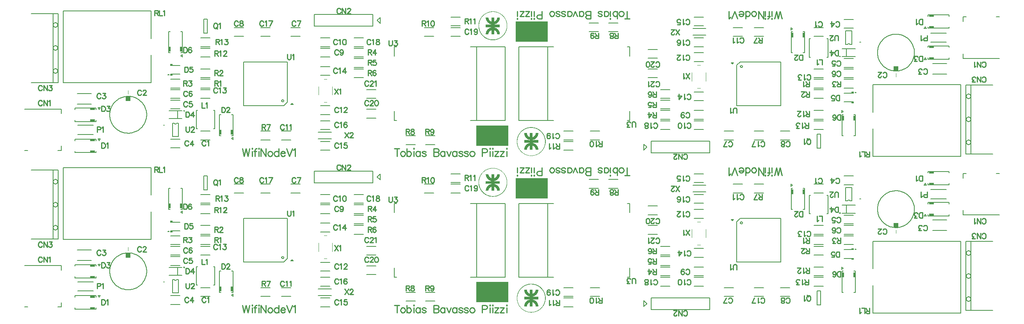
<source format=gto>
G04*
G04 #@! TF.GenerationSoftware,Altium Limited,Altium Designer,18.0.7 (293)*
G04*
G04 Layer_Color=65535*
%FSLAX25Y25*%
%MOIN*%
G70*
G01*
G75*
%ADD36C,0.00866*%
%ADD53C,0.00500*%
%ADD54C,0.00787*%
%ADD55C,0.00400*%
%ADD56C,0.01000*%
%ADD57R,0.27559X0.17520*%
%ADD58R,0.02000X0.04000*%
%ADD59R,0.02000X0.01500*%
%ADD60R,0.03937X0.03937*%
%ADD61R,0.04000X0.02000*%
%ADD62R,0.03937X0.03937*%
%ADD63R,0.03937X0.03937*%
%ADD64R,0.03937X0.03937*%
G36*
X405425Y262502D02*
X406404D01*
Y262440D01*
X406465D01*
Y262502D01*
X406526D01*
Y262440D01*
X406587D01*
Y262379D01*
X407199D01*
Y262318D01*
X407322D01*
Y262257D01*
X407750D01*
Y262195D01*
X407934D01*
Y262134D01*
X408056D01*
Y262073D01*
X408117D01*
Y262134D01*
X408178D01*
Y262073D01*
X408362D01*
Y262012D01*
X408423D01*
Y262073D01*
X408484D01*
Y262012D01*
X408545D01*
Y261951D01*
X408851D01*
Y261890D01*
X408913D01*
Y261828D01*
X409157D01*
Y261767D01*
X409280D01*
Y261706D01*
X409463D01*
Y261645D01*
X409525D01*
Y261584D01*
X409769D01*
Y261522D01*
X409831D01*
Y261461D01*
X410014D01*
Y261400D01*
X410075D01*
Y261339D01*
X410259D01*
Y261278D01*
X410320D01*
Y261216D01*
X410381D01*
Y261278D01*
X410442D01*
Y261155D01*
X410626D01*
Y261094D01*
X410687D01*
Y261033D01*
X410871D01*
Y260910D01*
X411116D01*
Y260788D01*
X411299D01*
Y260727D01*
X411422D01*
Y260666D01*
X411483D01*
Y260605D01*
X411544D01*
Y260543D01*
X411666D01*
Y260482D01*
X411728D01*
Y260421D01*
X411850D01*
Y260360D01*
X411911D01*
Y260298D01*
X412034D01*
Y260237D01*
X412095D01*
Y260115D01*
X412217D01*
Y260054D01*
X412339D01*
Y259993D01*
X412462D01*
Y259870D01*
X412584D01*
Y259809D01*
X412645D01*
Y259748D01*
X412707D01*
Y259687D01*
X412829D01*
Y259564D01*
X413013D01*
Y259442D01*
X413135D01*
Y259319D01*
X413257D01*
Y259197D01*
X413380D01*
Y259075D01*
X413502D01*
Y258952D01*
X413563D01*
Y258891D01*
X413686D01*
Y258769D01*
X413808D01*
Y258646D01*
X413931D01*
Y258524D01*
X413992D01*
Y258463D01*
X414053D01*
Y258401D01*
X414175D01*
Y258218D01*
X414298D01*
Y258096D01*
X414359D01*
Y258034D01*
X414420D01*
Y257973D01*
X414481D01*
Y257912D01*
X414542D01*
Y257851D01*
X414604D01*
Y257728D01*
X414665D01*
Y257667D01*
X414726D01*
Y257545D01*
X414787D01*
Y257484D01*
X414849D01*
Y257422D01*
X414910D01*
Y257300D01*
X414971D01*
Y257239D01*
X415032D01*
Y257178D01*
X415093D01*
Y257055D01*
X415154D01*
Y256933D01*
X415216D01*
Y256872D01*
X415277D01*
Y256749D01*
X415338D01*
Y256688D01*
X415399D01*
Y256566D01*
X415460D01*
Y256505D01*
X415522D01*
Y256260D01*
X415644D01*
Y256015D01*
X415766D01*
Y255892D01*
X415828D01*
Y255709D01*
X415950D01*
Y255464D01*
X416072D01*
Y255219D01*
X416133D01*
Y255158D01*
X416195D01*
Y254975D01*
X416256D01*
Y254852D01*
X416317D01*
Y254669D01*
X416378D01*
Y254546D01*
X416439D01*
Y254363D01*
X416501D01*
Y254240D01*
X416562D01*
Y253995D01*
X416623D01*
Y253873D01*
X416684D01*
Y253567D01*
X416746D01*
Y253322D01*
X416807D01*
Y253200D01*
X416868D01*
Y252894D01*
X416929D01*
Y252527D01*
X416990D01*
Y251976D01*
X417113D01*
Y250813D01*
X417174D01*
Y249712D01*
X417113D01*
Y248549D01*
X416990D01*
Y248305D01*
X417051D01*
Y248243D01*
X416990D01*
Y247998D01*
X416929D01*
Y247631D01*
X416868D01*
Y247325D01*
X416807D01*
Y247203D01*
X416746D01*
Y246958D01*
X416684D01*
Y246652D01*
X416623D01*
Y246530D01*
X416562D01*
Y246285D01*
X416501D01*
Y246163D01*
X416439D01*
Y245979D01*
X416378D01*
Y245857D01*
X416317D01*
Y245673D01*
X416256D01*
Y245551D01*
X416195D01*
Y245367D01*
X416133D01*
Y245306D01*
X416072D01*
Y245061D01*
X415950D01*
Y244816D01*
X415828D01*
Y244633D01*
X415766D01*
Y244510D01*
X415644D01*
Y244266D01*
X415522D01*
Y244021D01*
X415460D01*
Y243960D01*
X415399D01*
Y243837D01*
X415338D01*
Y243776D01*
X415277D01*
Y243654D01*
X415216D01*
Y243593D01*
X415154D01*
Y243470D01*
X415093D01*
Y243348D01*
X415032D01*
Y243225D01*
X414910D01*
Y243103D01*
X414849D01*
Y243042D01*
X414787D01*
Y242919D01*
X414726D01*
Y242858D01*
X414665D01*
Y242797D01*
X414604D01*
Y242675D01*
X414542D01*
Y242613D01*
X414481D01*
Y242552D01*
X414420D01*
Y242491D01*
X414359D01*
Y242430D01*
X414298D01*
Y242307D01*
X414175D01*
Y242124D01*
X414053D01*
Y242002D01*
X413931D01*
Y241879D01*
X413808D01*
Y241757D01*
X413686D01*
Y241634D01*
X413563D01*
Y241573D01*
X413502D01*
Y241451D01*
X413380D01*
Y241328D01*
X413257D01*
Y241206D01*
X413135D01*
Y241084D01*
X413013D01*
Y240961D01*
X412829D01*
Y240839D01*
X412707D01*
Y240778D01*
X412645D01*
Y240716D01*
X412584D01*
Y240655D01*
X412462D01*
Y240533D01*
X412339D01*
Y240410D01*
X412095D01*
Y240288D01*
X412034D01*
Y240227D01*
X411911D01*
Y240166D01*
X411850D01*
Y240105D01*
X411728D01*
Y240043D01*
X411666D01*
Y239982D01*
X411544D01*
Y239921D01*
X411483D01*
Y239860D01*
X411422D01*
Y239798D01*
X411299D01*
Y239737D01*
X411116D01*
Y239615D01*
X410871D01*
Y239493D01*
X410687D01*
Y239431D01*
X410626D01*
Y239370D01*
X410442D01*
Y239248D01*
X410320D01*
Y239187D01*
X410075D01*
Y239064D01*
X409831D01*
Y238942D01*
X409525D01*
Y238881D01*
X409463D01*
Y238819D01*
X409280D01*
Y238758D01*
X409157D01*
Y238697D01*
X408974D01*
Y238636D01*
X408851D01*
Y238575D01*
X408790D01*
Y238636D01*
X408729D01*
Y238575D01*
X408545D01*
Y238513D01*
X408484D01*
Y238452D01*
X408423D01*
Y238513D01*
X408362D01*
Y238452D01*
X408178D01*
Y238391D01*
X407934D01*
Y238330D01*
X407750D01*
Y238269D01*
X407322D01*
Y238208D01*
X407199D01*
Y238146D01*
X406648D01*
Y238085D01*
X406526D01*
Y238024D01*
X406465D01*
Y238085D01*
X406404D01*
Y238024D01*
X405425D01*
Y237963D01*
X404751D01*
Y238024D01*
X404690D01*
Y237963D01*
X404323D01*
Y238024D01*
X403344D01*
Y238085D01*
X403283D01*
Y238024D01*
X403222D01*
Y238085D01*
X403099D01*
Y238146D01*
X402549D01*
Y238208D01*
X402426D01*
Y238269D01*
X402304D01*
Y238208D01*
X402181D01*
Y238269D01*
X401998D01*
Y238330D01*
X401630D01*
Y238391D01*
X401447D01*
Y238452D01*
X401263D01*
Y238513D01*
X401080D01*
Y238575D01*
X400896D01*
Y238636D01*
X400651D01*
Y238697D01*
X400590D01*
Y238758D01*
X400468D01*
Y238819D01*
X400407D01*
Y238758D01*
X400346D01*
Y238819D01*
X400223D01*
Y238942D01*
X400162D01*
Y238881D01*
X400101D01*
Y238942D01*
X399978D01*
Y239003D01*
X399917D01*
Y239064D01*
X399672D01*
Y239187D01*
X399428D01*
Y239309D01*
X399366D01*
Y239248D01*
X399305D01*
Y239370D01*
X398999D01*
Y239431D01*
X399122D01*
Y239493D01*
X398877D01*
Y239615D01*
X398754D01*
Y239554D01*
X398693D01*
Y239615D01*
X398632D01*
Y239737D01*
X398571D01*
Y239676D01*
X398510D01*
Y239737D01*
X398387D01*
Y239798D01*
X398265D01*
Y239860D01*
X398204D01*
Y239921D01*
X398081D01*
Y240043D01*
X397959D01*
Y240105D01*
X397836D01*
Y240227D01*
X397714D01*
Y240288D01*
X397653D01*
Y240410D01*
X397408D01*
Y240472D01*
X397469D01*
Y240533D01*
X397286D01*
Y240655D01*
X397102D01*
Y240778D01*
X397041D01*
Y240839D01*
X396857D01*
Y240900D01*
X396919D01*
Y240961D01*
X396735D01*
Y241084D01*
X396613D01*
Y241206D01*
X396490D01*
Y241328D01*
X396368D01*
Y241451D01*
X396246D01*
Y241573D01*
X396123D01*
Y241634D01*
X396062D01*
Y241757D01*
X395878D01*
Y241818D01*
X395939D01*
Y241879D01*
X395817D01*
Y242002D01*
X395695D01*
Y242124D01*
X395572D01*
Y242307D01*
X395511D01*
Y242246D01*
X395450D01*
Y242430D01*
X395389D01*
Y242491D01*
X395328D01*
Y242552D01*
X395266D01*
Y242675D01*
X395144D01*
Y242797D01*
X395083D01*
Y242858D01*
X395022D01*
Y242919D01*
X394960D01*
Y243042D01*
X394899D01*
Y243103D01*
X394838D01*
Y243225D01*
X394716D01*
Y243348D01*
X394654D01*
Y243470D01*
X394593D01*
Y243593D01*
X394532D01*
Y243654D01*
X394471D01*
Y243776D01*
X394349D01*
Y243960D01*
X394287D01*
Y244082D01*
X394226D01*
Y244266D01*
X394104D01*
Y244510D01*
X393981D01*
Y244633D01*
X393920D01*
Y244816D01*
X393798D01*
Y245061D01*
X393675D01*
Y245306D01*
X393614D01*
Y245367D01*
X393553D01*
Y245551D01*
X393492D01*
Y245673D01*
X393430D01*
Y245857D01*
X393369D01*
Y245979D01*
X393308D01*
Y246101D01*
X393247D01*
Y246285D01*
X393186D01*
Y246530D01*
X393125D01*
Y246652D01*
X393063D01*
Y246958D01*
X393002D01*
Y247203D01*
X392941D01*
Y247387D01*
X392880D01*
Y247631D01*
X392819D01*
Y247998D01*
X392757D01*
Y248549D01*
X392696D01*
Y248610D01*
X392757D01*
Y248672D01*
X392635D01*
Y249712D01*
X392574D01*
Y250813D01*
X392635D01*
Y251854D01*
X392757D01*
Y251915D01*
X392696D01*
Y251976D01*
X392757D01*
Y252527D01*
X392819D01*
Y252894D01*
X392880D01*
Y253139D01*
X392941D01*
Y253322D01*
X393002D01*
Y253567D01*
X393063D01*
Y253873D01*
X393125D01*
Y253934D01*
X393186D01*
Y254240D01*
X393247D01*
Y254363D01*
X393308D01*
Y254546D01*
X393369D01*
Y254669D01*
X393430D01*
Y254852D01*
X393492D01*
Y254975D01*
X393553D01*
Y255158D01*
X393614D01*
Y255219D01*
X393675D01*
Y255464D01*
X393798D01*
Y255709D01*
X393920D01*
Y255892D01*
X393981D01*
Y256015D01*
X394104D01*
Y256260D01*
X394226D01*
Y256443D01*
X394287D01*
Y256566D01*
X394349D01*
Y256688D01*
X394410D01*
Y256749D01*
X394471D01*
Y256872D01*
X394532D01*
Y256933D01*
X394593D01*
Y257055D01*
X394654D01*
Y257178D01*
X394716D01*
Y257239D01*
X394777D01*
Y257300D01*
X394838D01*
Y257422D01*
X394899D01*
Y257484D01*
X394960D01*
Y257545D01*
X395022D01*
Y257667D01*
X395083D01*
Y257728D01*
X395144D01*
Y257851D01*
X395266D01*
Y257973D01*
X395328D01*
Y258034D01*
X395389D01*
Y258096D01*
X395450D01*
Y258218D01*
X395572D01*
Y258401D01*
X395695D01*
Y258463D01*
X395756D01*
Y258524D01*
X395817D01*
Y258646D01*
X395939D01*
Y258769D01*
X396062D01*
Y258891D01*
X396184D01*
Y258952D01*
X396246D01*
Y259075D01*
X396368D01*
Y259136D01*
X396429D01*
Y259197D01*
X396490D01*
Y259258D01*
X396551D01*
Y259319D01*
X396613D01*
Y259442D01*
X396735D01*
Y259564D01*
X396919D01*
Y259687D01*
X397041D01*
Y259748D01*
X397102D01*
Y259809D01*
X397163D01*
Y259870D01*
X397286D01*
Y259993D01*
X397469D01*
Y260054D01*
X397531D01*
Y260115D01*
X397653D01*
Y260237D01*
X397714D01*
Y260298D01*
X397836D01*
Y260360D01*
X397898D01*
Y260421D01*
X398020D01*
Y260482D01*
X398081D01*
Y260543D01*
X398204D01*
Y260605D01*
X398265D01*
Y260666D01*
X398326D01*
Y260727D01*
X398448D01*
Y260788D01*
X398632D01*
Y260910D01*
X398877D01*
Y261033D01*
X399122D01*
Y261155D01*
X399305D01*
Y261278D01*
X399366D01*
Y261216D01*
X399428D01*
Y261278D01*
X399489D01*
Y261339D01*
X399672D01*
Y261400D01*
X399733D01*
Y261461D01*
X399917D01*
Y261522D01*
X399978D01*
Y261584D01*
X400223D01*
Y261645D01*
X400284D01*
Y261706D01*
X400468D01*
Y261767D01*
X400590D01*
Y261828D01*
X400835D01*
Y261890D01*
X400896D01*
Y261951D01*
X401202D01*
Y262012D01*
X401263D01*
Y262073D01*
X401569D01*
Y262134D01*
X401630D01*
Y262073D01*
X401692D01*
Y262134D01*
X401814D01*
Y262195D01*
X401998D01*
Y262257D01*
X402487D01*
Y262318D01*
X402549D01*
Y262379D01*
X403160D01*
Y262440D01*
X403222D01*
Y262502D01*
X403283D01*
Y262440D01*
X403344D01*
Y262502D01*
X404323D01*
Y262563D01*
X404690D01*
Y262502D01*
X404751D01*
Y262563D01*
X405425D01*
Y262502D01*
D02*
G37*
G36*
X438197Y163551D02*
X439176D01*
Y163490D01*
X439237D01*
Y163551D01*
X439298D01*
Y163490D01*
X439421D01*
Y163428D01*
X439971D01*
Y163367D01*
X440094D01*
Y163306D01*
X440216D01*
Y163367D01*
X440338D01*
Y163306D01*
X440522D01*
Y163245D01*
X440889D01*
Y163184D01*
X441073D01*
Y163123D01*
X441256D01*
Y163061D01*
X441440D01*
Y163000D01*
X441623D01*
Y162939D01*
X441868D01*
Y162878D01*
X441929D01*
Y162817D01*
X442052D01*
Y162755D01*
X442113D01*
Y162817D01*
X442174D01*
Y162755D01*
X442297D01*
Y162633D01*
X442358D01*
Y162694D01*
X442419D01*
Y162633D01*
X442541D01*
Y162572D01*
X442603D01*
Y162511D01*
X442847D01*
Y162388D01*
X443092D01*
Y162266D01*
X443153D01*
Y162327D01*
X443215D01*
Y162205D01*
X443520D01*
Y162144D01*
X443398D01*
Y162082D01*
X443643D01*
Y161960D01*
X443765D01*
Y162021D01*
X443826D01*
Y161960D01*
X443888D01*
Y161837D01*
X443949D01*
Y161899D01*
X444010D01*
Y161837D01*
X444132D01*
Y161776D01*
X444255D01*
Y161715D01*
X444316D01*
Y161654D01*
X444438D01*
Y161531D01*
X444561D01*
Y161470D01*
X444683D01*
Y161348D01*
X444806D01*
Y161287D01*
X444867D01*
Y161164D01*
X445112D01*
Y161103D01*
X445050D01*
Y161042D01*
X445234D01*
Y160920D01*
X445417D01*
Y160797D01*
X445479D01*
Y160736D01*
X445662D01*
Y160675D01*
X445601D01*
Y160614D01*
X445785D01*
Y160491D01*
X445907D01*
Y160369D01*
X446029D01*
Y160247D01*
X446152D01*
Y160124D01*
X446274D01*
Y160002D01*
X446397D01*
Y159941D01*
X446458D01*
Y159818D01*
X446641D01*
Y159757D01*
X446580D01*
Y159696D01*
X446703D01*
Y159573D01*
X446825D01*
Y159451D01*
X446947D01*
Y159267D01*
X447009D01*
Y159328D01*
X447070D01*
Y159145D01*
X447131D01*
Y159084D01*
X447192D01*
Y159023D01*
X447253D01*
Y158900D01*
X447376D01*
Y158778D01*
X447437D01*
Y158717D01*
X447498D01*
Y158655D01*
X447559D01*
Y158533D01*
X447620D01*
Y158472D01*
X447682D01*
Y158349D01*
X447804D01*
Y158227D01*
X447865D01*
Y158105D01*
X447927D01*
Y157982D01*
X447988D01*
Y157921D01*
X448049D01*
Y157799D01*
X448171D01*
Y157615D01*
X448232D01*
Y157493D01*
X448294D01*
Y157309D01*
X448416D01*
Y157064D01*
X448538D01*
Y156942D01*
X448600D01*
Y156758D01*
X448722D01*
Y156514D01*
X448844D01*
Y156269D01*
X448906D01*
Y156208D01*
X448967D01*
Y156024D01*
X449028D01*
Y155902D01*
X449089D01*
Y155718D01*
X449150D01*
Y155596D01*
X449212D01*
Y155473D01*
X449273D01*
Y155290D01*
X449334D01*
Y155045D01*
X449395D01*
Y154923D01*
X449456D01*
Y154617D01*
X449517D01*
Y154372D01*
X449579D01*
Y154188D01*
X449640D01*
Y153944D01*
X449701D01*
Y153576D01*
X449762D01*
Y153025D01*
X449824D01*
Y152964D01*
X449762D01*
Y152903D01*
X449885D01*
Y151863D01*
X449946D01*
Y150761D01*
X449885D01*
Y149721D01*
X449762D01*
Y149660D01*
X449824D01*
Y149599D01*
X449762D01*
Y149048D01*
X449701D01*
Y148681D01*
X449640D01*
Y148436D01*
X449579D01*
Y148252D01*
X449517D01*
Y148008D01*
X449456D01*
Y147702D01*
X449395D01*
Y147641D01*
X449334D01*
Y147335D01*
X449273D01*
Y147212D01*
X449212D01*
Y147029D01*
X449150D01*
Y146906D01*
X449089D01*
Y146723D01*
X449028D01*
Y146600D01*
X448967D01*
Y146417D01*
X448906D01*
Y146355D01*
X448844D01*
Y146111D01*
X448722D01*
Y145866D01*
X448600D01*
Y145682D01*
X448538D01*
Y145560D01*
X448416D01*
Y145315D01*
X448294D01*
Y145132D01*
X448232D01*
Y145009D01*
X448171D01*
Y144887D01*
X448110D01*
Y144825D01*
X448049D01*
Y144703D01*
X447988D01*
Y144642D01*
X447927D01*
Y144520D01*
X447865D01*
Y144397D01*
X447804D01*
Y144336D01*
X447743D01*
Y144275D01*
X447682D01*
Y144152D01*
X447620D01*
Y144091D01*
X447559D01*
Y144030D01*
X447498D01*
Y143908D01*
X447437D01*
Y143846D01*
X447376D01*
Y143724D01*
X447253D01*
Y143602D01*
X447192D01*
Y143541D01*
X447131D01*
Y143479D01*
X447070D01*
Y143357D01*
X446947D01*
Y143173D01*
X446825D01*
Y143112D01*
X446764D01*
Y143051D01*
X446703D01*
Y142929D01*
X446580D01*
Y142806D01*
X446458D01*
Y142684D01*
X446335D01*
Y142623D01*
X446274D01*
Y142500D01*
X446152D01*
Y142439D01*
X446091D01*
Y142378D01*
X446029D01*
Y142317D01*
X445968D01*
Y142255D01*
X445907D01*
Y142133D01*
X445785D01*
Y142011D01*
X445601D01*
Y141888D01*
X445479D01*
Y141827D01*
X445417D01*
Y141766D01*
X445356D01*
Y141705D01*
X445234D01*
Y141582D01*
X445050D01*
Y141521D01*
X444989D01*
Y141460D01*
X444867D01*
Y141338D01*
X444806D01*
Y141276D01*
X444683D01*
Y141215D01*
X444622D01*
Y141154D01*
X444500D01*
Y141093D01*
X444438D01*
Y141032D01*
X444316D01*
Y140970D01*
X444255D01*
Y140909D01*
X444194D01*
Y140848D01*
X444071D01*
Y140787D01*
X443888D01*
Y140664D01*
X443643D01*
Y140542D01*
X443398D01*
Y140420D01*
X443215D01*
Y140297D01*
X443153D01*
Y140358D01*
X443092D01*
Y140297D01*
X443031D01*
Y140236D01*
X442847D01*
Y140175D01*
X442786D01*
Y140114D01*
X442603D01*
Y140052D01*
X442541D01*
Y139991D01*
X442297D01*
Y139930D01*
X442235D01*
Y139869D01*
X442052D01*
Y139808D01*
X441929D01*
Y139746D01*
X441685D01*
Y139685D01*
X441623D01*
Y139624D01*
X441318D01*
Y139563D01*
X441256D01*
Y139502D01*
X440950D01*
Y139441D01*
X440889D01*
Y139502D01*
X440828D01*
Y139441D01*
X440706D01*
Y139379D01*
X440522D01*
Y139318D01*
X440032D01*
Y139257D01*
X439971D01*
Y139196D01*
X439359D01*
Y139135D01*
X439298D01*
Y139073D01*
X439237D01*
Y139135D01*
X439176D01*
Y139073D01*
X438197D01*
Y139012D01*
X437829D01*
Y139073D01*
X437768D01*
Y139012D01*
X437095D01*
Y139073D01*
X436116D01*
Y139135D01*
X436055D01*
Y139073D01*
X435994D01*
Y139135D01*
X435932D01*
Y139196D01*
X435321D01*
Y139257D01*
X435198D01*
Y139318D01*
X434770D01*
Y139379D01*
X434586D01*
Y139441D01*
X434464D01*
Y139502D01*
X434403D01*
Y139441D01*
X434341D01*
Y139502D01*
X434158D01*
Y139563D01*
X434097D01*
Y139502D01*
X434035D01*
Y139563D01*
X433974D01*
Y139624D01*
X433668D01*
Y139685D01*
X433607D01*
Y139746D01*
X433362D01*
Y139808D01*
X433240D01*
Y139869D01*
X433056D01*
Y139930D01*
X432995D01*
Y139991D01*
X432750D01*
Y140052D01*
X432689D01*
Y140114D01*
X432506D01*
Y140175D01*
X432444D01*
Y140236D01*
X432261D01*
Y140297D01*
X432200D01*
Y140358D01*
X432138D01*
Y140297D01*
X432077D01*
Y140420D01*
X431894D01*
Y140481D01*
X431832D01*
Y140542D01*
X431649D01*
Y140664D01*
X431404D01*
Y140787D01*
X431220D01*
Y140848D01*
X431098D01*
Y140909D01*
X431037D01*
Y140970D01*
X430976D01*
Y141032D01*
X430853D01*
Y141093D01*
X430792D01*
Y141154D01*
X430670D01*
Y141215D01*
X430609D01*
Y141276D01*
X430486D01*
Y141338D01*
X430425D01*
Y141460D01*
X430303D01*
Y141521D01*
X430180D01*
Y141582D01*
X430058D01*
Y141705D01*
X429935D01*
Y141766D01*
X429874D01*
Y141827D01*
X429813D01*
Y141888D01*
X429691D01*
Y142011D01*
X429507D01*
Y142133D01*
X429385D01*
Y142255D01*
X429262D01*
Y142378D01*
X429140D01*
Y142500D01*
X429017D01*
Y142623D01*
X428956D01*
Y142684D01*
X428834D01*
Y142806D01*
X428712D01*
Y142929D01*
X428589D01*
Y143051D01*
X428528D01*
Y143112D01*
X428467D01*
Y143173D01*
X428344D01*
Y143357D01*
X428222D01*
Y143479D01*
X428161D01*
Y143541D01*
X428100D01*
Y143602D01*
X428038D01*
Y143663D01*
X427977D01*
Y143724D01*
X427916D01*
Y143846D01*
X427855D01*
Y143908D01*
X427794D01*
Y144030D01*
X427732D01*
Y144091D01*
X427671D01*
Y144152D01*
X427610D01*
Y144275D01*
X427549D01*
Y144336D01*
X427488D01*
Y144397D01*
X427426D01*
Y144520D01*
X427365D01*
Y144642D01*
X427304D01*
Y144703D01*
X427243D01*
Y144825D01*
X427182D01*
Y144887D01*
X427120D01*
Y145009D01*
X427059D01*
Y145070D01*
X426998D01*
Y145315D01*
X426876D01*
Y145560D01*
X426753D01*
Y145682D01*
X426692D01*
Y145866D01*
X426570D01*
Y146111D01*
X426447D01*
Y146355D01*
X426386D01*
Y146417D01*
X426325D01*
Y146600D01*
X426264D01*
Y146723D01*
X426203D01*
Y146906D01*
X426141D01*
Y147029D01*
X426080D01*
Y147212D01*
X426019D01*
Y147335D01*
X425958D01*
Y147579D01*
X425897D01*
Y147702D01*
X425835D01*
Y148008D01*
X425774D01*
Y148252D01*
X425713D01*
Y148375D01*
X425652D01*
Y148681D01*
X425591D01*
Y149048D01*
X425529D01*
Y149599D01*
X425407D01*
Y150761D01*
X425346D01*
Y151863D01*
X425407D01*
Y153025D01*
X425529D01*
Y153270D01*
X425468D01*
Y153331D01*
X425529D01*
Y153576D01*
X425591D01*
Y153944D01*
X425652D01*
Y154249D01*
X425713D01*
Y154372D01*
X425774D01*
Y154617D01*
X425835D01*
Y154923D01*
X425897D01*
Y155045D01*
X425958D01*
Y155290D01*
X426019D01*
Y155412D01*
X426080D01*
Y155596D01*
X426141D01*
Y155718D01*
X426203D01*
Y155902D01*
X426264D01*
Y156024D01*
X426325D01*
Y156208D01*
X426386D01*
Y156269D01*
X426447D01*
Y156514D01*
X426570D01*
Y156758D01*
X426692D01*
Y156942D01*
X426753D01*
Y157064D01*
X426876D01*
Y157309D01*
X426998D01*
Y157554D01*
X427059D01*
Y157615D01*
X427120D01*
Y157738D01*
X427182D01*
Y157799D01*
X427243D01*
Y157921D01*
X427304D01*
Y157982D01*
X427365D01*
Y158105D01*
X427426D01*
Y158227D01*
X427488D01*
Y158349D01*
X427610D01*
Y158472D01*
X427671D01*
Y158533D01*
X427732D01*
Y158655D01*
X427794D01*
Y158717D01*
X427855D01*
Y158778D01*
X427916D01*
Y158900D01*
X427977D01*
Y158961D01*
X428038D01*
Y159023D01*
X428100D01*
Y159084D01*
X428161D01*
Y159145D01*
X428222D01*
Y159267D01*
X428344D01*
Y159451D01*
X428467D01*
Y159573D01*
X428589D01*
Y159696D01*
X428712D01*
Y159818D01*
X428834D01*
Y159941D01*
X428956D01*
Y160002D01*
X429017D01*
Y160124D01*
X429140D01*
Y160247D01*
X429262D01*
Y160369D01*
X429385D01*
Y160491D01*
X429507D01*
Y160614D01*
X429691D01*
Y160736D01*
X429813D01*
Y160797D01*
X429874D01*
Y160858D01*
X429935D01*
Y160920D01*
X430058D01*
Y161042D01*
X430180D01*
Y161164D01*
X430425D01*
Y161287D01*
X430486D01*
Y161348D01*
X430609D01*
Y161409D01*
X430670D01*
Y161470D01*
X430792D01*
Y161531D01*
X430853D01*
Y161593D01*
X430976D01*
Y161654D01*
X431037D01*
Y161715D01*
X431098D01*
Y161776D01*
X431220D01*
Y161837D01*
X431404D01*
Y161960D01*
X431649D01*
Y162082D01*
X431832D01*
Y162144D01*
X431894D01*
Y162205D01*
X432077D01*
Y162327D01*
X432200D01*
Y162388D01*
X432444D01*
Y162511D01*
X432689D01*
Y162633D01*
X432995D01*
Y162694D01*
X433056D01*
Y162755D01*
X433240D01*
Y162817D01*
X433362D01*
Y162878D01*
X433546D01*
Y162939D01*
X433668D01*
Y163000D01*
X433729D01*
Y162939D01*
X433791D01*
Y163000D01*
X433974D01*
Y163061D01*
X434035D01*
Y163123D01*
X434097D01*
Y163061D01*
X434158D01*
Y163123D01*
X434341D01*
Y163184D01*
X434586D01*
Y163245D01*
X434770D01*
Y163306D01*
X435198D01*
Y163367D01*
X435321D01*
Y163428D01*
X435871D01*
Y163490D01*
X435994D01*
Y163551D01*
X436055D01*
Y163490D01*
X436116D01*
Y163551D01*
X437095D01*
Y163612D01*
X437768D01*
Y163551D01*
X437829D01*
Y163612D01*
X438197D01*
Y163551D01*
D02*
G37*
G36*
X405425Y128643D02*
X406404D01*
Y128582D01*
X406465D01*
Y128643D01*
X406526D01*
Y128582D01*
X406587D01*
Y128521D01*
X407199D01*
Y128460D01*
X407322D01*
Y128399D01*
X407750D01*
Y128337D01*
X407934D01*
Y128276D01*
X408056D01*
Y128215D01*
X408117D01*
Y128276D01*
X408178D01*
Y128215D01*
X408362D01*
Y128154D01*
X408423D01*
Y128215D01*
X408484D01*
Y128154D01*
X408545D01*
Y128093D01*
X408851D01*
Y128031D01*
X408913D01*
Y127970D01*
X409157D01*
Y127909D01*
X409280D01*
Y127848D01*
X409463D01*
Y127787D01*
X409525D01*
Y127725D01*
X409769D01*
Y127664D01*
X409831D01*
Y127603D01*
X410014D01*
Y127542D01*
X410075D01*
Y127480D01*
X410259D01*
Y127419D01*
X410320D01*
Y127358D01*
X410381D01*
Y127419D01*
X410442D01*
Y127297D01*
X410626D01*
Y127236D01*
X410687D01*
Y127175D01*
X410871D01*
Y127052D01*
X411116D01*
Y126930D01*
X411299D01*
Y126869D01*
X411422D01*
Y126807D01*
X411483D01*
Y126746D01*
X411544D01*
Y126685D01*
X411666D01*
Y126624D01*
X411728D01*
Y126563D01*
X411850D01*
Y126501D01*
X411911D01*
Y126440D01*
X412034D01*
Y126379D01*
X412095D01*
Y126257D01*
X412217D01*
Y126196D01*
X412339D01*
Y126134D01*
X412462D01*
Y126012D01*
X412584D01*
Y125951D01*
X412645D01*
Y125890D01*
X412707D01*
Y125828D01*
X412829D01*
Y125706D01*
X413013D01*
Y125584D01*
X413135D01*
Y125461D01*
X413257D01*
Y125339D01*
X413380D01*
Y125216D01*
X413502D01*
Y125094D01*
X413563D01*
Y125033D01*
X413686D01*
Y124910D01*
X413808D01*
Y124788D01*
X413931D01*
Y124666D01*
X413992D01*
Y124604D01*
X414053D01*
Y124543D01*
X414175D01*
Y124360D01*
X414298D01*
Y124237D01*
X414359D01*
Y124176D01*
X414420D01*
Y124115D01*
X414481D01*
Y124054D01*
X414542D01*
Y123993D01*
X414604D01*
Y123870D01*
X414665D01*
Y123809D01*
X414726D01*
Y123687D01*
X414787D01*
Y123625D01*
X414849D01*
Y123564D01*
X414910D01*
Y123442D01*
X414971D01*
Y123380D01*
X415032D01*
Y123319D01*
X415093D01*
Y123197D01*
X415154D01*
Y123075D01*
X415216D01*
Y123013D01*
X415277D01*
Y122891D01*
X415338D01*
Y122830D01*
X415399D01*
Y122707D01*
X415460D01*
Y122646D01*
X415522D01*
Y122401D01*
X415644D01*
Y122157D01*
X415766D01*
Y122034D01*
X415828D01*
Y121851D01*
X415950D01*
Y121606D01*
X416072D01*
Y121361D01*
X416133D01*
Y121300D01*
X416195D01*
Y121116D01*
X416256D01*
Y120994D01*
X416317D01*
Y120810D01*
X416378D01*
Y120688D01*
X416439D01*
Y120504D01*
X416501D01*
Y120382D01*
X416562D01*
Y120137D01*
X416623D01*
Y120015D01*
X416684D01*
Y119709D01*
X416746D01*
Y119464D01*
X416807D01*
Y119342D01*
X416868D01*
Y119036D01*
X416929D01*
Y118669D01*
X416990D01*
Y118118D01*
X417113D01*
Y116955D01*
X417174D01*
Y115854D01*
X417113D01*
Y114691D01*
X416990D01*
Y114446D01*
X417051D01*
Y114385D01*
X416990D01*
Y114140D01*
X416929D01*
Y113773D01*
X416868D01*
Y113467D01*
X416807D01*
Y113345D01*
X416746D01*
Y113100D01*
X416684D01*
Y112794D01*
X416623D01*
Y112672D01*
X416562D01*
Y112427D01*
X416501D01*
Y112304D01*
X416439D01*
Y112121D01*
X416378D01*
Y111998D01*
X416317D01*
Y111815D01*
X416256D01*
Y111693D01*
X416195D01*
Y111509D01*
X416133D01*
Y111448D01*
X416072D01*
Y111203D01*
X415950D01*
Y110958D01*
X415828D01*
Y110775D01*
X415766D01*
Y110652D01*
X415644D01*
Y110407D01*
X415522D01*
Y110163D01*
X415460D01*
Y110101D01*
X415399D01*
Y109979D01*
X415338D01*
Y109918D01*
X415277D01*
Y109795D01*
X415216D01*
Y109734D01*
X415154D01*
Y109612D01*
X415093D01*
Y109490D01*
X415032D01*
Y109367D01*
X414910D01*
Y109245D01*
X414849D01*
Y109184D01*
X414787D01*
Y109061D01*
X414726D01*
Y109000D01*
X414665D01*
Y108939D01*
X414604D01*
Y108816D01*
X414542D01*
Y108755D01*
X414481D01*
Y108694D01*
X414420D01*
Y108633D01*
X414359D01*
Y108572D01*
X414298D01*
Y108449D01*
X414175D01*
Y108266D01*
X414053D01*
Y108143D01*
X413931D01*
Y108021D01*
X413808D01*
Y107898D01*
X413686D01*
Y107776D01*
X413563D01*
Y107715D01*
X413502D01*
Y107592D01*
X413380D01*
Y107470D01*
X413257D01*
Y107348D01*
X413135D01*
Y107225D01*
X413013D01*
Y107103D01*
X412829D01*
Y106981D01*
X412707D01*
Y106919D01*
X412645D01*
Y106858D01*
X412584D01*
Y106797D01*
X412462D01*
Y106675D01*
X412339D01*
Y106552D01*
X412095D01*
Y106430D01*
X412034D01*
Y106369D01*
X411911D01*
Y106307D01*
X411850D01*
Y106246D01*
X411728D01*
Y106185D01*
X411666D01*
Y106124D01*
X411544D01*
Y106063D01*
X411483D01*
Y106001D01*
X411422D01*
Y105940D01*
X411299D01*
Y105879D01*
X411116D01*
Y105757D01*
X410871D01*
Y105634D01*
X410687D01*
Y105573D01*
X410626D01*
Y105512D01*
X410442D01*
Y105389D01*
X410320D01*
Y105328D01*
X410075D01*
Y105206D01*
X409831D01*
Y105084D01*
X409525D01*
Y105022D01*
X409463D01*
Y104961D01*
X409280D01*
Y104900D01*
X409157D01*
Y104839D01*
X408974D01*
Y104778D01*
X408851D01*
Y104716D01*
X408790D01*
Y104778D01*
X408729D01*
Y104716D01*
X408545D01*
Y104655D01*
X408484D01*
Y104594D01*
X408423D01*
Y104655D01*
X408362D01*
Y104594D01*
X408178D01*
Y104533D01*
X407934D01*
Y104472D01*
X407750D01*
Y104410D01*
X407322D01*
Y104349D01*
X407199D01*
Y104288D01*
X406648D01*
Y104227D01*
X406526D01*
Y104166D01*
X406465D01*
Y104227D01*
X406404D01*
Y104166D01*
X405425D01*
Y104104D01*
X404751D01*
Y104166D01*
X404690D01*
Y104104D01*
X404323D01*
Y104166D01*
X403344D01*
Y104227D01*
X403283D01*
Y104166D01*
X403222D01*
Y104227D01*
X403099D01*
Y104288D01*
X402549D01*
Y104349D01*
X402426D01*
Y104410D01*
X402304D01*
Y104349D01*
X402181D01*
Y104410D01*
X401998D01*
Y104472D01*
X401630D01*
Y104533D01*
X401447D01*
Y104594D01*
X401263D01*
Y104655D01*
X401080D01*
Y104716D01*
X400896D01*
Y104778D01*
X400651D01*
Y104839D01*
X400590D01*
Y104900D01*
X400468D01*
Y104961D01*
X400407D01*
Y104900D01*
X400346D01*
Y104961D01*
X400223D01*
Y105084D01*
X400162D01*
Y105022D01*
X400101D01*
Y105084D01*
X399978D01*
Y105145D01*
X399917D01*
Y105206D01*
X399672D01*
Y105328D01*
X399428D01*
Y105451D01*
X399366D01*
Y105389D01*
X399305D01*
Y105512D01*
X398999D01*
Y105573D01*
X399122D01*
Y105634D01*
X398877D01*
Y105757D01*
X398754D01*
Y105695D01*
X398693D01*
Y105757D01*
X398632D01*
Y105879D01*
X398571D01*
Y105818D01*
X398510D01*
Y105879D01*
X398387D01*
Y105940D01*
X398265D01*
Y106001D01*
X398204D01*
Y106063D01*
X398081D01*
Y106185D01*
X397959D01*
Y106246D01*
X397836D01*
Y106369D01*
X397714D01*
Y106430D01*
X397653D01*
Y106552D01*
X397408D01*
Y106613D01*
X397469D01*
Y106675D01*
X397286D01*
Y106797D01*
X397102D01*
Y106919D01*
X397041D01*
Y106981D01*
X396857D01*
Y107042D01*
X396919D01*
Y107103D01*
X396735D01*
Y107225D01*
X396613D01*
Y107348D01*
X396490D01*
Y107470D01*
X396368D01*
Y107592D01*
X396246D01*
Y107715D01*
X396123D01*
Y107776D01*
X396062D01*
Y107898D01*
X395878D01*
Y107960D01*
X395939D01*
Y108021D01*
X395817D01*
Y108143D01*
X395695D01*
Y108266D01*
X395572D01*
Y108449D01*
X395511D01*
Y108388D01*
X395450D01*
Y108572D01*
X395389D01*
Y108633D01*
X395328D01*
Y108694D01*
X395266D01*
Y108816D01*
X395144D01*
Y108939D01*
X395083D01*
Y109000D01*
X395022D01*
Y109061D01*
X394960D01*
Y109184D01*
X394899D01*
Y109245D01*
X394838D01*
Y109367D01*
X394716D01*
Y109490D01*
X394654D01*
Y109612D01*
X394593D01*
Y109734D01*
X394532D01*
Y109795D01*
X394471D01*
Y109918D01*
X394349D01*
Y110101D01*
X394287D01*
Y110224D01*
X394226D01*
Y110407D01*
X394104D01*
Y110652D01*
X393981D01*
Y110775D01*
X393920D01*
Y110958D01*
X393798D01*
Y111203D01*
X393675D01*
Y111448D01*
X393614D01*
Y111509D01*
X393553D01*
Y111693D01*
X393492D01*
Y111815D01*
X393430D01*
Y111998D01*
X393369D01*
Y112121D01*
X393308D01*
Y112243D01*
X393247D01*
Y112427D01*
X393186D01*
Y112672D01*
X393125D01*
Y112794D01*
X393063D01*
Y113100D01*
X393002D01*
Y113345D01*
X392941D01*
Y113528D01*
X392880D01*
Y113773D01*
X392819D01*
Y114140D01*
X392757D01*
Y114691D01*
X392696D01*
Y114752D01*
X392757D01*
Y114813D01*
X392635D01*
Y115854D01*
X392574D01*
Y116955D01*
X392635D01*
Y117996D01*
X392757D01*
Y118057D01*
X392696D01*
Y118118D01*
X392757D01*
Y118669D01*
X392819D01*
Y119036D01*
X392880D01*
Y119281D01*
X392941D01*
Y119464D01*
X393002D01*
Y119709D01*
X393063D01*
Y120015D01*
X393125D01*
Y120076D01*
X393186D01*
Y120382D01*
X393247D01*
Y120504D01*
X393308D01*
Y120688D01*
X393369D01*
Y120810D01*
X393430D01*
Y120994D01*
X393492D01*
Y121116D01*
X393553D01*
Y121300D01*
X393614D01*
Y121361D01*
X393675D01*
Y121606D01*
X393798D01*
Y121851D01*
X393920D01*
Y122034D01*
X393981D01*
Y122157D01*
X394104D01*
Y122401D01*
X394226D01*
Y122585D01*
X394287D01*
Y122707D01*
X394349D01*
Y122830D01*
X394410D01*
Y122891D01*
X394471D01*
Y123013D01*
X394532D01*
Y123075D01*
X394593D01*
Y123197D01*
X394654D01*
Y123319D01*
X394716D01*
Y123380D01*
X394777D01*
Y123442D01*
X394838D01*
Y123564D01*
X394899D01*
Y123625D01*
X394960D01*
Y123687D01*
X395022D01*
Y123809D01*
X395083D01*
Y123870D01*
X395144D01*
Y123993D01*
X395266D01*
Y124115D01*
X395328D01*
Y124176D01*
X395389D01*
Y124237D01*
X395450D01*
Y124360D01*
X395572D01*
Y124543D01*
X395695D01*
Y124604D01*
X395756D01*
Y124666D01*
X395817D01*
Y124788D01*
X395939D01*
Y124910D01*
X396062D01*
Y125033D01*
X396184D01*
Y125094D01*
X396246D01*
Y125216D01*
X396368D01*
Y125277D01*
X396429D01*
Y125339D01*
X396490D01*
Y125400D01*
X396551D01*
Y125461D01*
X396613D01*
Y125584D01*
X396735D01*
Y125706D01*
X396919D01*
Y125828D01*
X397041D01*
Y125890D01*
X397102D01*
Y125951D01*
X397163D01*
Y126012D01*
X397286D01*
Y126134D01*
X397469D01*
Y126196D01*
X397531D01*
Y126257D01*
X397653D01*
Y126379D01*
X397714D01*
Y126440D01*
X397836D01*
Y126501D01*
X397898D01*
Y126563D01*
X398020D01*
Y126624D01*
X398081D01*
Y126685D01*
X398204D01*
Y126746D01*
X398265D01*
Y126807D01*
X398326D01*
Y126869D01*
X398448D01*
Y126930D01*
X398632D01*
Y127052D01*
X398877D01*
Y127175D01*
X399122D01*
Y127297D01*
X399305D01*
Y127419D01*
X399366D01*
Y127358D01*
X399428D01*
Y127419D01*
X399489D01*
Y127480D01*
X399672D01*
Y127542D01*
X399733D01*
Y127603D01*
X399917D01*
Y127664D01*
X399978D01*
Y127725D01*
X400223D01*
Y127787D01*
X400284D01*
Y127848D01*
X400468D01*
Y127909D01*
X400590D01*
Y127970D01*
X400835D01*
Y128031D01*
X400896D01*
Y128093D01*
X401202D01*
Y128154D01*
X401263D01*
Y128215D01*
X401569D01*
Y128276D01*
X401630D01*
Y128215D01*
X401692D01*
Y128276D01*
X401814D01*
Y128337D01*
X401998D01*
Y128399D01*
X402487D01*
Y128460D01*
X402549D01*
Y128521D01*
X403160D01*
Y128582D01*
X403222D01*
Y128643D01*
X403283D01*
Y128582D01*
X403344D01*
Y128643D01*
X404323D01*
Y128704D01*
X404690D01*
Y128643D01*
X404751D01*
Y128704D01*
X405425D01*
Y128643D01*
D02*
G37*
G36*
X438197Y29693D02*
X439176D01*
Y29632D01*
X439237D01*
Y29693D01*
X439298D01*
Y29632D01*
X439421D01*
Y29570D01*
X439971D01*
Y29509D01*
X440094D01*
Y29448D01*
X440216D01*
Y29509D01*
X440338D01*
Y29448D01*
X440522D01*
Y29387D01*
X440889D01*
Y29326D01*
X441073D01*
Y29264D01*
X441256D01*
Y29203D01*
X441440D01*
Y29142D01*
X441623D01*
Y29081D01*
X441868D01*
Y29019D01*
X441929D01*
Y28958D01*
X442052D01*
Y28897D01*
X442113D01*
Y28958D01*
X442174D01*
Y28897D01*
X442297D01*
Y28775D01*
X442358D01*
Y28836D01*
X442419D01*
Y28775D01*
X442541D01*
Y28714D01*
X442603D01*
Y28652D01*
X442847D01*
Y28530D01*
X443092D01*
Y28408D01*
X443153D01*
Y28469D01*
X443215D01*
Y28346D01*
X443520D01*
Y28285D01*
X443398D01*
Y28224D01*
X443643D01*
Y28102D01*
X443765D01*
Y28163D01*
X443826D01*
Y28102D01*
X443888D01*
Y27979D01*
X443949D01*
Y28040D01*
X444010D01*
Y27979D01*
X444132D01*
Y27918D01*
X444255D01*
Y27857D01*
X444316D01*
Y27796D01*
X444438D01*
Y27673D01*
X444561D01*
Y27612D01*
X444683D01*
Y27490D01*
X444806D01*
Y27428D01*
X444867D01*
Y27306D01*
X445112D01*
Y27245D01*
X445050D01*
Y27184D01*
X445234D01*
Y27061D01*
X445417D01*
Y26939D01*
X445479D01*
Y26878D01*
X445662D01*
Y26816D01*
X445601D01*
Y26755D01*
X445785D01*
Y26633D01*
X445907D01*
Y26511D01*
X446029D01*
Y26388D01*
X446152D01*
Y26266D01*
X446274D01*
Y26143D01*
X446397D01*
Y26082D01*
X446458D01*
Y25960D01*
X446641D01*
Y25899D01*
X446580D01*
Y25837D01*
X446703D01*
Y25715D01*
X446825D01*
Y25593D01*
X446947D01*
Y25409D01*
X447009D01*
Y25470D01*
X447070D01*
Y25287D01*
X447131D01*
Y25225D01*
X447192D01*
Y25164D01*
X447253D01*
Y25042D01*
X447376D01*
Y24919D01*
X447437D01*
Y24858D01*
X447498D01*
Y24797D01*
X447559D01*
Y24675D01*
X447620D01*
Y24614D01*
X447682D01*
Y24491D01*
X447804D01*
Y24369D01*
X447865D01*
Y24246D01*
X447927D01*
Y24124D01*
X447988D01*
Y24063D01*
X448049D01*
Y23940D01*
X448171D01*
Y23757D01*
X448232D01*
Y23634D01*
X448294D01*
Y23451D01*
X448416D01*
Y23206D01*
X448538D01*
Y23084D01*
X448600D01*
Y22900D01*
X448722D01*
Y22655D01*
X448844D01*
Y22411D01*
X448906D01*
Y22349D01*
X448967D01*
Y22166D01*
X449028D01*
Y22043D01*
X449089D01*
Y21860D01*
X449150D01*
Y21737D01*
X449212D01*
Y21615D01*
X449273D01*
Y21431D01*
X449334D01*
Y21187D01*
X449395D01*
Y21064D01*
X449456D01*
Y20758D01*
X449517D01*
Y20514D01*
X449579D01*
Y20330D01*
X449640D01*
Y20085D01*
X449701D01*
Y19718D01*
X449762D01*
Y19167D01*
X449824D01*
Y19106D01*
X449762D01*
Y19045D01*
X449885D01*
Y18005D01*
X449946D01*
Y16903D01*
X449885D01*
Y15863D01*
X449762D01*
Y15802D01*
X449824D01*
Y15740D01*
X449762D01*
Y15190D01*
X449701D01*
Y14822D01*
X449640D01*
Y14578D01*
X449579D01*
Y14394D01*
X449517D01*
Y14149D01*
X449456D01*
Y13843D01*
X449395D01*
Y13782D01*
X449334D01*
Y13476D01*
X449273D01*
Y13354D01*
X449212D01*
Y13170D01*
X449150D01*
Y13048D01*
X449089D01*
Y12864D01*
X449028D01*
Y12742D01*
X448967D01*
Y12558D01*
X448906D01*
Y12497D01*
X448844D01*
Y12252D01*
X448722D01*
Y12008D01*
X448600D01*
Y11824D01*
X448538D01*
Y11702D01*
X448416D01*
Y11457D01*
X448294D01*
Y11273D01*
X448232D01*
Y11151D01*
X448171D01*
Y11028D01*
X448110D01*
Y10967D01*
X448049D01*
Y10845D01*
X447988D01*
Y10784D01*
X447927D01*
Y10661D01*
X447865D01*
Y10539D01*
X447804D01*
Y10478D01*
X447743D01*
Y10417D01*
X447682D01*
Y10294D01*
X447620D01*
Y10233D01*
X447559D01*
Y10172D01*
X447498D01*
Y10049D01*
X447437D01*
Y9988D01*
X447376D01*
Y9866D01*
X447253D01*
Y9743D01*
X447192D01*
Y9682D01*
X447131D01*
Y9621D01*
X447070D01*
Y9499D01*
X446947D01*
Y9315D01*
X446825D01*
Y9254D01*
X446764D01*
Y9193D01*
X446703D01*
Y9070D01*
X446580D01*
Y8948D01*
X446458D01*
Y8826D01*
X446335D01*
Y8764D01*
X446274D01*
Y8642D01*
X446152D01*
Y8581D01*
X446091D01*
Y8519D01*
X446029D01*
Y8458D01*
X445968D01*
Y8397D01*
X445907D01*
Y8275D01*
X445785D01*
Y8152D01*
X445601D01*
Y8030D01*
X445479D01*
Y7969D01*
X445417D01*
Y7908D01*
X445356D01*
Y7846D01*
X445234D01*
Y7724D01*
X445050D01*
Y7663D01*
X444989D01*
Y7602D01*
X444867D01*
Y7479D01*
X444806D01*
Y7418D01*
X444683D01*
Y7357D01*
X444622D01*
Y7296D01*
X444500D01*
Y7234D01*
X444438D01*
Y7173D01*
X444316D01*
Y7112D01*
X444255D01*
Y7051D01*
X444194D01*
Y6990D01*
X444071D01*
Y6928D01*
X443888D01*
Y6806D01*
X443643D01*
Y6684D01*
X443398D01*
Y6561D01*
X443215D01*
Y6439D01*
X443153D01*
Y6500D01*
X443092D01*
Y6439D01*
X443031D01*
Y6378D01*
X442847D01*
Y6317D01*
X442786D01*
Y6255D01*
X442603D01*
Y6194D01*
X442541D01*
Y6133D01*
X442297D01*
Y6072D01*
X442235D01*
Y6011D01*
X442052D01*
Y5949D01*
X441929D01*
Y5888D01*
X441685D01*
Y5827D01*
X441623D01*
Y5766D01*
X441318D01*
Y5705D01*
X441256D01*
Y5643D01*
X440950D01*
Y5582D01*
X440889D01*
Y5643D01*
X440828D01*
Y5582D01*
X440706D01*
Y5521D01*
X440522D01*
Y5460D01*
X440032D01*
Y5399D01*
X439971D01*
Y5337D01*
X439359D01*
Y5276D01*
X439298D01*
Y5215D01*
X439237D01*
Y5276D01*
X439176D01*
Y5215D01*
X438197D01*
Y5154D01*
X437829D01*
Y5215D01*
X437768D01*
Y5154D01*
X437095D01*
Y5215D01*
X436116D01*
Y5276D01*
X436055D01*
Y5215D01*
X435994D01*
Y5276D01*
X435932D01*
Y5337D01*
X435321D01*
Y5399D01*
X435198D01*
Y5460D01*
X434770D01*
Y5521D01*
X434586D01*
Y5582D01*
X434464D01*
Y5643D01*
X434403D01*
Y5582D01*
X434341D01*
Y5643D01*
X434158D01*
Y5705D01*
X434097D01*
Y5643D01*
X434035D01*
Y5705D01*
X433974D01*
Y5766D01*
X433668D01*
Y5827D01*
X433607D01*
Y5888D01*
X433362D01*
Y5949D01*
X433240D01*
Y6011D01*
X433056D01*
Y6072D01*
X432995D01*
Y6133D01*
X432750D01*
Y6194D01*
X432689D01*
Y6255D01*
X432506D01*
Y6317D01*
X432444D01*
Y6378D01*
X432261D01*
Y6439D01*
X432200D01*
Y6500D01*
X432138D01*
Y6439D01*
X432077D01*
Y6561D01*
X431894D01*
Y6622D01*
X431832D01*
Y6684D01*
X431649D01*
Y6806D01*
X431404D01*
Y6928D01*
X431220D01*
Y6990D01*
X431098D01*
Y7051D01*
X431037D01*
Y7112D01*
X430976D01*
Y7173D01*
X430853D01*
Y7234D01*
X430792D01*
Y7296D01*
X430670D01*
Y7357D01*
X430609D01*
Y7418D01*
X430486D01*
Y7479D01*
X430425D01*
Y7602D01*
X430303D01*
Y7663D01*
X430180D01*
Y7724D01*
X430058D01*
Y7846D01*
X429935D01*
Y7908D01*
X429874D01*
Y7969D01*
X429813D01*
Y8030D01*
X429691D01*
Y8152D01*
X429507D01*
Y8275D01*
X429385D01*
Y8397D01*
X429262D01*
Y8519D01*
X429140D01*
Y8642D01*
X429017D01*
Y8764D01*
X428956D01*
Y8826D01*
X428834D01*
Y8948D01*
X428712D01*
Y9070D01*
X428589D01*
Y9193D01*
X428528D01*
Y9254D01*
X428467D01*
Y9315D01*
X428344D01*
Y9499D01*
X428222D01*
Y9621D01*
X428161D01*
Y9682D01*
X428100D01*
Y9743D01*
X428038D01*
Y9805D01*
X427977D01*
Y9866D01*
X427916D01*
Y9988D01*
X427855D01*
Y10049D01*
X427794D01*
Y10172D01*
X427732D01*
Y10233D01*
X427671D01*
Y10294D01*
X427610D01*
Y10417D01*
X427549D01*
Y10478D01*
X427488D01*
Y10539D01*
X427426D01*
Y10661D01*
X427365D01*
Y10784D01*
X427304D01*
Y10845D01*
X427243D01*
Y10967D01*
X427182D01*
Y11028D01*
X427120D01*
Y11151D01*
X427059D01*
Y11212D01*
X426998D01*
Y11457D01*
X426876D01*
Y11702D01*
X426753D01*
Y11824D01*
X426692D01*
Y12008D01*
X426570D01*
Y12252D01*
X426447D01*
Y12497D01*
X426386D01*
Y12558D01*
X426325D01*
Y12742D01*
X426264D01*
Y12864D01*
X426203D01*
Y13048D01*
X426141D01*
Y13170D01*
X426080D01*
Y13354D01*
X426019D01*
Y13476D01*
X425958D01*
Y13721D01*
X425897D01*
Y13843D01*
X425835D01*
Y14149D01*
X425774D01*
Y14394D01*
X425713D01*
Y14516D01*
X425652D01*
Y14822D01*
X425591D01*
Y15190D01*
X425529D01*
Y15740D01*
X425407D01*
Y16903D01*
X425346D01*
Y18005D01*
X425407D01*
Y19167D01*
X425529D01*
Y19412D01*
X425468D01*
Y19473D01*
X425529D01*
Y19718D01*
X425591D01*
Y20085D01*
X425652D01*
Y20391D01*
X425713D01*
Y20514D01*
X425774D01*
Y20758D01*
X425835D01*
Y21064D01*
X425897D01*
Y21187D01*
X425958D01*
Y21431D01*
X426019D01*
Y21554D01*
X426080D01*
Y21737D01*
X426141D01*
Y21860D01*
X426203D01*
Y22043D01*
X426264D01*
Y22166D01*
X426325D01*
Y22349D01*
X426386D01*
Y22411D01*
X426447D01*
Y22655D01*
X426570D01*
Y22900D01*
X426692D01*
Y23084D01*
X426753D01*
Y23206D01*
X426876D01*
Y23451D01*
X426998D01*
Y23696D01*
X427059D01*
Y23757D01*
X427120D01*
Y23879D01*
X427182D01*
Y23940D01*
X427243D01*
Y24063D01*
X427304D01*
Y24124D01*
X427365D01*
Y24246D01*
X427426D01*
Y24369D01*
X427488D01*
Y24491D01*
X427610D01*
Y24614D01*
X427671D01*
Y24675D01*
X427732D01*
Y24797D01*
X427794D01*
Y24858D01*
X427855D01*
Y24919D01*
X427916D01*
Y25042D01*
X427977D01*
Y25103D01*
X428038D01*
Y25164D01*
X428100D01*
Y25225D01*
X428161D01*
Y25287D01*
X428222D01*
Y25409D01*
X428344D01*
Y25593D01*
X428467D01*
Y25715D01*
X428589D01*
Y25837D01*
X428712D01*
Y25960D01*
X428834D01*
Y26082D01*
X428956D01*
Y26143D01*
X429017D01*
Y26266D01*
X429140D01*
Y26388D01*
X429262D01*
Y26511D01*
X429385D01*
Y26633D01*
X429507D01*
Y26755D01*
X429691D01*
Y26878D01*
X429813D01*
Y26939D01*
X429874D01*
Y27000D01*
X429935D01*
Y27061D01*
X430058D01*
Y27184D01*
X430180D01*
Y27306D01*
X430425D01*
Y27428D01*
X430486D01*
Y27490D01*
X430609D01*
Y27551D01*
X430670D01*
Y27612D01*
X430792D01*
Y27673D01*
X430853D01*
Y27734D01*
X430976D01*
Y27796D01*
X431037D01*
Y27857D01*
X431098D01*
Y27918D01*
X431220D01*
Y27979D01*
X431404D01*
Y28102D01*
X431649D01*
Y28224D01*
X431832D01*
Y28285D01*
X431894D01*
Y28346D01*
X432077D01*
Y28469D01*
X432200D01*
Y28530D01*
X432444D01*
Y28652D01*
X432689D01*
Y28775D01*
X432995D01*
Y28836D01*
X433056D01*
Y28897D01*
X433240D01*
Y28958D01*
X433362D01*
Y29019D01*
X433546D01*
Y29081D01*
X433668D01*
Y29142D01*
X433729D01*
Y29081D01*
X433791D01*
Y29142D01*
X433974D01*
Y29203D01*
X434035D01*
Y29264D01*
X434097D01*
Y29203D01*
X434158D01*
Y29264D01*
X434341D01*
Y29326D01*
X434586D01*
Y29387D01*
X434770D01*
Y29448D01*
X435198D01*
Y29509D01*
X435321D01*
Y29570D01*
X435871D01*
Y29632D01*
X435994D01*
Y29693D01*
X436055D01*
Y29632D01*
X436116D01*
Y29693D01*
X437095D01*
Y29754D01*
X437768D01*
Y29693D01*
X437829D01*
Y29754D01*
X438197D01*
Y29693D01*
D02*
G37*
%LPC*%
G36*
X417051Y251915D02*
X416990D01*
Y251854D01*
X417051D01*
Y251915D01*
D02*
G37*
G36*
Y248672D02*
X416990D01*
Y248610D01*
X417051D01*
Y248672D01*
D02*
G37*
G36*
X406098Y262195D02*
X403956D01*
Y262134D01*
X403283D01*
Y262073D01*
X403038D01*
Y262012D01*
X402549D01*
Y261951D01*
X402365D01*
Y261890D01*
X401998D01*
Y261828D01*
X401875D01*
Y261767D01*
X401569D01*
Y261706D01*
X401386D01*
Y261645D01*
X401202D01*
Y261584D01*
X401019D01*
Y261522D01*
X400896D01*
Y261461D01*
X400651D01*
Y261400D01*
X400590D01*
Y261339D01*
X400346D01*
Y261278D01*
X400284D01*
Y261216D01*
X400039D01*
Y261155D01*
X399978D01*
Y261094D01*
X399795D01*
Y261033D01*
X399733D01*
Y260972D01*
X399550D01*
Y260910D01*
X399489D01*
Y260849D01*
X399366D01*
Y260788D01*
X399244D01*
Y260727D01*
X399122D01*
Y260666D01*
X398999D01*
Y260605D01*
X398938D01*
Y260543D01*
X398816D01*
Y260482D01*
X398754D01*
Y260421D01*
X398632D01*
Y260360D01*
X398510D01*
Y260298D01*
X398448D01*
Y260237D01*
X398326D01*
Y260176D01*
X398265D01*
Y260115D01*
X398143D01*
Y260054D01*
X398081D01*
Y259993D01*
X397959D01*
Y259931D01*
X397898D01*
Y259870D01*
X397775D01*
Y259809D01*
X397714D01*
Y259748D01*
X397653D01*
Y259687D01*
X397592D01*
Y259625D01*
X397531D01*
Y259564D01*
X397469D01*
Y259503D01*
X397347D01*
Y259442D01*
X397286D01*
Y259381D01*
X397225D01*
Y259319D01*
X397163D01*
Y259258D01*
X397102D01*
Y259197D01*
X396980D01*
Y259136D01*
Y259075D01*
X396857D01*
Y259013D01*
Y258952D01*
X396796D01*
Y258891D01*
X396674D01*
Y258830D01*
X396613D01*
Y258769D01*
X396551D01*
Y258707D01*
X396490D01*
Y258646D01*
X396429D01*
Y258585D01*
X396368D01*
Y258524D01*
X396307D01*
Y258463D01*
X396246D01*
Y258401D01*
X396184D01*
Y258340D01*
Y258279D01*
X396123D01*
Y258218D01*
X396062D01*
Y258157D01*
X396001D01*
Y258096D01*
X395939D01*
Y258034D01*
X395878D01*
Y257973D01*
X395817D01*
Y257912D01*
Y257851D01*
X395756D01*
Y257790D01*
X395695D01*
Y257728D01*
X395634D01*
Y257667D01*
Y257606D01*
X395511D01*
Y257545D01*
Y257484D01*
X395450D01*
Y257422D01*
X395389D01*
Y257361D01*
Y257300D01*
X395328D01*
Y257239D01*
X395266D01*
Y257178D01*
X395205D01*
Y257116D01*
Y257055D01*
X395144D01*
Y256994D01*
Y256933D01*
X395022D01*
Y256872D01*
Y256810D01*
X394960D01*
Y256749D01*
Y256688D01*
X394899D01*
Y256627D01*
Y256566D01*
X394838D01*
Y256505D01*
X394777D01*
Y256443D01*
Y256382D01*
X394716D01*
Y256321D01*
Y256260D01*
X394654D01*
Y256199D01*
X394593D01*
Y256137D01*
Y256076D01*
X394532D01*
Y256015D01*
X394471D01*
Y255954D01*
Y255892D01*
Y255831D01*
X394410D01*
Y255770D01*
X394349D01*
Y255709D01*
Y255648D01*
X394287D01*
Y255587D01*
Y255525D01*
Y255464D01*
X394226D01*
Y255403D01*
X394165D01*
Y255342D01*
Y255281D01*
Y255219D01*
X394104D01*
Y255158D01*
X394042D01*
Y255097D01*
Y255036D01*
Y254975D01*
Y254913D01*
X393981D01*
Y254852D01*
X393920D01*
Y254791D01*
Y254730D01*
Y254669D01*
Y254608D01*
X393859D01*
Y254546D01*
X393798D01*
Y254485D01*
Y254424D01*
Y254363D01*
Y254302D01*
Y254240D01*
X393737D01*
Y254179D01*
X393675D01*
Y254118D01*
Y254057D01*
Y253995D01*
Y253934D01*
Y253873D01*
X393614D01*
Y253812D01*
X393553D01*
Y253751D01*
Y253690D01*
Y253628D01*
Y253567D01*
Y253506D01*
X393492D01*
Y253445D01*
Y253384D01*
Y253322D01*
X393430D01*
Y253261D01*
Y253200D01*
Y253139D01*
Y253078D01*
X393369D01*
Y253016D01*
Y252955D01*
Y252894D01*
Y252833D01*
Y252772D01*
X393308D01*
Y252710D01*
Y252649D01*
Y252588D01*
X393247D01*
Y252527D01*
Y252466D01*
Y252404D01*
Y252343D01*
Y252282D01*
Y252221D01*
Y252160D01*
Y252098D01*
X393186D01*
Y252037D01*
Y251976D01*
Y251915D01*
Y251854D01*
X393125D01*
Y251793D01*
Y251731D01*
Y251670D01*
Y251609D01*
Y251548D01*
Y251487D01*
Y251425D01*
Y251364D01*
Y251303D01*
Y251242D01*
Y251181D01*
Y251119D01*
Y251058D01*
Y250997D01*
Y250936D01*
Y250875D01*
Y250813D01*
Y250752D01*
Y250691D01*
Y250630D01*
Y250569D01*
Y250507D01*
X393063D01*
Y250446D01*
Y250385D01*
Y250324D01*
Y250263D01*
X393125D01*
Y250202D01*
Y250140D01*
Y250079D01*
Y250018D01*
Y249957D01*
Y249896D01*
Y249834D01*
Y249773D01*
Y249712D01*
Y249651D01*
Y249590D01*
Y249528D01*
Y249467D01*
Y249406D01*
Y249345D01*
Y249284D01*
Y249222D01*
Y249161D01*
Y249100D01*
Y249039D01*
Y248978D01*
Y248916D01*
X393186D01*
Y248855D01*
Y248794D01*
Y248733D01*
Y248672D01*
X393247D01*
Y248610D01*
Y248549D01*
Y248488D01*
Y248427D01*
Y248366D01*
Y248305D01*
Y248243D01*
Y248182D01*
Y248121D01*
X393308D01*
Y248060D01*
Y247998D01*
Y247937D01*
X393369D01*
Y247876D01*
Y247815D01*
Y247754D01*
Y247692D01*
Y247631D01*
X393430D01*
Y247570D01*
Y247509D01*
Y247448D01*
Y247387D01*
X393492D01*
Y247325D01*
Y247264D01*
X393553D01*
Y247203D01*
Y247142D01*
Y247081D01*
Y247019D01*
Y246958D01*
X393614D01*
Y246897D01*
Y246836D01*
X393675D01*
Y246775D01*
Y246713D01*
Y246652D01*
Y246591D01*
Y246530D01*
X393737D01*
Y246469D01*
X393798D01*
Y246408D01*
Y246346D01*
Y246285D01*
Y246224D01*
X393859D01*
Y246163D01*
Y246101D01*
X393920D01*
Y246040D01*
Y245979D01*
Y245918D01*
Y245857D01*
X393981D01*
Y245795D01*
X394042D01*
Y245734D01*
Y245673D01*
Y245612D01*
Y245551D01*
X394104D01*
Y245490D01*
X394165D01*
Y245428D01*
Y245367D01*
Y245306D01*
X394226D01*
Y245245D01*
X394287D01*
Y245184D01*
Y245122D01*
Y245061D01*
X394349D01*
Y245000D01*
Y244939D01*
X394410D01*
Y244878D01*
X394471D01*
Y244816D01*
Y244755D01*
X394532D01*
Y244694D01*
X394593D01*
Y244633D01*
Y244572D01*
Y244510D01*
X394654D01*
Y244449D01*
X394716D01*
Y244388D01*
Y244327D01*
X394777D01*
Y244266D01*
X394838D01*
Y244204D01*
Y244143D01*
X394899D01*
Y244082D01*
Y244021D01*
X394960D01*
Y243960D01*
X395022D01*
Y243899D01*
Y243837D01*
X395083D01*
Y243776D01*
X395144D01*
Y243715D01*
Y243654D01*
X395205D01*
Y243593D01*
X395266D01*
Y243531D01*
Y243470D01*
X395328D01*
Y243409D01*
X395389D01*
Y243348D01*
Y243287D01*
X395450D01*
Y243225D01*
X395511D01*
Y243164D01*
Y243103D01*
X395634D01*
Y243042D01*
Y242981D01*
X395695D01*
Y242919D01*
X395756D01*
Y242858D01*
X395817D01*
Y242797D01*
X395878D01*
Y242736D01*
X395939D01*
Y242675D01*
Y242613D01*
X396001D01*
Y242552D01*
X396062D01*
Y242491D01*
X396123D01*
Y242430D01*
X396184D01*
Y242369D01*
X396246D01*
Y242307D01*
X396307D01*
Y242246D01*
X396368D01*
Y242185D01*
X396429D01*
Y242124D01*
X396490D01*
Y242063D01*
Y242002D01*
X396613D01*
Y241940D01*
X396674D01*
Y241879D01*
X396735D01*
Y241818D01*
X396796D01*
Y241757D01*
X396857D01*
Y241695D01*
X396919D01*
Y241634D01*
X396980D01*
Y241573D01*
X397041D01*
Y241512D01*
X397102D01*
Y241451D01*
X397163D01*
Y241390D01*
X397225D01*
Y241328D01*
X397347D01*
Y241267D01*
X397408D01*
Y241206D01*
X397469D01*
Y241145D01*
X397531D01*
Y241084D01*
X397653D01*
Y241022D01*
X397714D01*
Y240961D01*
X397775D01*
Y240900D01*
X397898D01*
Y240839D01*
X397959D01*
Y240778D01*
X398020D01*
Y240716D01*
X398143D01*
Y240655D01*
X398204D01*
Y240594D01*
X398265D01*
Y240533D01*
X398387D01*
Y240472D01*
X398448D01*
Y240410D01*
X398571D01*
Y240349D01*
X398693D01*
Y240288D01*
X398754D01*
Y240227D01*
X398877D01*
Y240166D01*
X398938D01*
Y240105D01*
X399060D01*
Y240043D01*
X399122D01*
Y239982D01*
X399305D01*
Y239921D01*
X399366D01*
Y239860D01*
X399550D01*
Y239798D01*
X399611D01*
Y239737D01*
X399733D01*
Y239676D01*
X399856D01*
Y239615D01*
X399978D01*
Y239554D01*
X400162D01*
Y239493D01*
X400223D01*
Y239431D01*
X400468D01*
Y239370D01*
X400529D01*
Y239309D01*
X400774D01*
Y239248D01*
X400835D01*
Y239187D01*
X401080D01*
Y239125D01*
X401263D01*
Y239064D01*
X401569D01*
Y239003D01*
X401630D01*
Y238942D01*
X401998D01*
Y238881D01*
X402181D01*
Y238819D01*
X402426D01*
Y238758D01*
X402854D01*
Y238697D01*
X403038D01*
Y238636D01*
X403772D01*
Y238575D01*
X404017D01*
Y238513D01*
X405975D01*
Y238575D01*
X406281D01*
Y238636D01*
X406893D01*
Y238697D01*
X407077D01*
Y238758D01*
X407444D01*
Y238819D01*
X407750D01*
Y238881D01*
X407934D01*
Y238942D01*
X408178D01*
Y239003D01*
X408301D01*
Y239064D01*
X408607D01*
Y239125D01*
X408729D01*
Y239187D01*
X408974D01*
Y239248D01*
X409096D01*
Y239309D01*
X409341D01*
Y239370D01*
X409402D01*
Y239431D01*
X409647D01*
Y239493D01*
X409708D01*
Y239554D01*
X409892D01*
Y239615D01*
X409953D01*
Y239676D01*
X410075D01*
Y239737D01*
X410198D01*
Y239798D01*
X410320D01*
Y239860D01*
X410442D01*
Y239921D01*
X410504D01*
Y239982D01*
X410687D01*
Y240043D01*
X410748D01*
Y240105D01*
X410932D01*
Y240166D01*
X410993D01*
Y240227D01*
X411054D01*
Y240288D01*
X411177D01*
Y240349D01*
X411238D01*
Y240410D01*
X411422D01*
Y240472D01*
X411483D01*
Y240533D01*
X411544D01*
Y240594D01*
X411666D01*
Y240655D01*
X411789D01*
Y240716D01*
X411850D01*
Y240778D01*
X411911D01*
Y240839D01*
X411972D01*
Y240900D01*
X412095D01*
Y240961D01*
X412156D01*
Y241022D01*
X412217D01*
Y241084D01*
X412339D01*
Y241145D01*
X412401D01*
Y241206D01*
X412462D01*
Y241267D01*
X412523D01*
Y241328D01*
X412645D01*
Y241390D01*
Y241451D01*
X412768D01*
Y241512D01*
Y241573D01*
X412890D01*
Y241634D01*
X412951D01*
Y241695D01*
X413013D01*
Y241757D01*
X413074D01*
Y241818D01*
X413135D01*
Y241879D01*
X413196D01*
Y241940D01*
X413257D01*
Y242002D01*
X413319D01*
Y242063D01*
X413380D01*
Y242124D01*
X413441D01*
Y242185D01*
X413502D01*
Y242246D01*
X413563D01*
Y242307D01*
Y242369D01*
X413686D01*
Y242430D01*
Y242491D01*
X413747D01*
Y242552D01*
X413808D01*
Y242613D01*
X413869D01*
Y242675D01*
X413931D01*
Y242736D01*
X413992D01*
Y242797D01*
X414053D01*
Y242858D01*
X414114D01*
Y242919D01*
Y242981D01*
X414175D01*
Y243042D01*
X414236D01*
Y243103D01*
X414298D01*
Y243164D01*
X414359D01*
Y243225D01*
Y243287D01*
X414420D01*
Y243348D01*
X414481D01*
Y243409D01*
Y243470D01*
X414542D01*
Y243531D01*
X414604D01*
Y243593D01*
Y243654D01*
X414665D01*
Y243715D01*
X414726D01*
Y243776D01*
Y243837D01*
X414787D01*
Y243899D01*
X414849D01*
Y243960D01*
Y244021D01*
X414910D01*
Y244082D01*
X414971D01*
Y244143D01*
X415032D01*
Y244204D01*
Y244266D01*
Y244327D01*
X415093D01*
Y244388D01*
X415154D01*
Y244449D01*
Y244510D01*
X415216D01*
Y244572D01*
X415277D01*
Y244633D01*
Y244694D01*
X415338D01*
Y244755D01*
Y244816D01*
X415399D01*
Y244878D01*
Y244939D01*
X415460D01*
Y245000D01*
Y245061D01*
X415522D01*
Y245122D01*
X415583D01*
Y245184D01*
Y245245D01*
Y245306D01*
X415644D01*
Y245367D01*
X415705D01*
Y245428D01*
Y245490D01*
Y245551D01*
Y245612D01*
X415766D01*
Y245673D01*
X415828D01*
Y245734D01*
Y245795D01*
Y245857D01*
X415889D01*
Y245918D01*
Y245979D01*
X415950D01*
Y246040D01*
Y246101D01*
Y246163D01*
Y246224D01*
X416011D01*
Y246285D01*
X416072D01*
Y246346D01*
Y246408D01*
Y246469D01*
Y246530D01*
X416133D01*
Y246591D01*
Y246652D01*
X416195D01*
Y246713D01*
Y246775D01*
Y246836D01*
Y246897D01*
X416256D01*
Y246958D01*
Y247019D01*
Y247081D01*
X416317D01*
Y247142D01*
Y247203D01*
Y247264D01*
Y247325D01*
X416378D01*
Y247387D01*
Y247448D01*
Y247509D01*
Y247570D01*
X416439D01*
Y247631D01*
Y247692D01*
X416501D01*
Y247754D01*
Y247815D01*
Y247876D01*
Y247937D01*
Y247998D01*
Y248060D01*
Y248121D01*
X416562D01*
Y248182D01*
Y248243D01*
Y248305D01*
X416623D01*
Y248366D01*
Y248427D01*
Y248488D01*
Y248549D01*
Y248610D01*
Y248672D01*
Y248733D01*
Y248794D01*
X416684D01*
Y248855D01*
Y248916D01*
Y248978D01*
Y249039D01*
Y249100D01*
X416746D01*
Y249161D01*
Y249222D01*
Y249284D01*
Y249345D01*
Y249406D01*
Y249467D01*
Y249528D01*
Y249590D01*
Y249651D01*
Y249712D01*
Y249773D01*
Y249834D01*
Y249896D01*
Y249957D01*
Y250018D01*
Y250079D01*
Y250140D01*
Y250202D01*
Y250263D01*
Y250324D01*
Y250385D01*
Y250446D01*
Y250507D01*
Y250569D01*
Y250630D01*
Y250691D01*
Y250752D01*
Y250813D01*
Y250875D01*
Y250936D01*
Y250997D01*
Y251058D01*
Y251119D01*
Y251181D01*
Y251242D01*
Y251303D01*
Y251364D01*
Y251425D01*
Y251487D01*
Y251548D01*
X416684D01*
Y251609D01*
Y251670D01*
Y251731D01*
Y251793D01*
Y251854D01*
Y251915D01*
Y251976D01*
X416623D01*
Y252037D01*
Y252098D01*
Y252160D01*
Y252221D01*
Y252282D01*
Y252343D01*
Y252404D01*
Y252466D01*
X416562D01*
Y252527D01*
Y252588D01*
Y252649D01*
X416501D01*
Y252710D01*
Y252772D01*
Y252833D01*
Y252894D01*
Y252955D01*
Y253016D01*
Y253078D01*
X416439D01*
Y253139D01*
Y253200D01*
X416378D01*
Y253261D01*
Y253322D01*
Y253384D01*
Y253445D01*
X416317D01*
Y253506D01*
Y253567D01*
Y253628D01*
Y253690D01*
X416256D01*
Y253751D01*
Y253812D01*
Y253873D01*
X416195D01*
Y253934D01*
Y253995D01*
Y254057D01*
Y254118D01*
X416133D01*
Y254179D01*
X416072D01*
Y254240D01*
Y254302D01*
Y254363D01*
Y254424D01*
X416011D01*
Y254485D01*
Y254546D01*
X415950D01*
Y254608D01*
Y254669D01*
Y254730D01*
X415889D01*
Y254791D01*
Y254852D01*
X415828D01*
Y254913D01*
Y254975D01*
Y255036D01*
Y255097D01*
X415766D01*
Y255158D01*
X415705D01*
Y255219D01*
Y255281D01*
Y255342D01*
X415644D01*
Y255403D01*
Y255464D01*
X415583D01*
Y255525D01*
Y255587D01*
Y255648D01*
X415522D01*
Y255709D01*
X415460D01*
Y255770D01*
Y255831D01*
X415399D01*
Y255892D01*
Y255954D01*
X415338D01*
Y256015D01*
X415277D01*
Y256076D01*
Y256137D01*
X415216D01*
Y256199D01*
Y256260D01*
X415154D01*
Y256321D01*
Y256382D01*
X415093D01*
Y256443D01*
X415032D01*
Y256505D01*
Y256566D01*
X414971D01*
Y256627D01*
X414910D01*
Y256688D01*
Y256749D01*
X414849D01*
Y256810D01*
Y256872D01*
X414787D01*
Y256933D01*
X414726D01*
Y256994D01*
Y257055D01*
X414665D01*
Y257116D01*
X414604D01*
Y257178D01*
Y257239D01*
X414542D01*
Y257300D01*
X414481D01*
Y257361D01*
Y257422D01*
X414359D01*
Y257484D01*
Y257545D01*
X414298D01*
Y257606D01*
X414236D01*
Y257667D01*
Y257728D01*
X414114D01*
Y257790D01*
Y257851D01*
X414053D01*
Y257912D01*
X413992D01*
Y257973D01*
X413931D01*
Y258034D01*
Y258096D01*
X413869D01*
Y258157D01*
X413808D01*
Y258218D01*
X413747D01*
Y258279D01*
X413686D01*
Y258340D01*
X413625D01*
Y258401D01*
X413563D01*
Y258463D01*
X413502D01*
Y258524D01*
X413441D01*
Y258585D01*
X413380D01*
Y258646D01*
X413319D01*
Y258707D01*
X413257D01*
Y258769D01*
X413196D01*
Y258830D01*
X413135D01*
Y258891D01*
X413074D01*
Y258952D01*
X413013D01*
Y259013D01*
X412951D01*
Y259075D01*
X412890D01*
Y259136D01*
X412829D01*
Y259197D01*
X412707D01*
Y259258D01*
X412645D01*
Y259319D01*
X412584D01*
Y259381D01*
X412523D01*
Y259442D01*
X412462D01*
Y259503D01*
X412401D01*
Y259564D01*
X412339D01*
Y259625D01*
X412217D01*
Y259687D01*
X412156D01*
Y259748D01*
X412095D01*
Y259809D01*
X412034D01*
Y259870D01*
X411911D01*
Y259931D01*
X411850D01*
Y259993D01*
X411728D01*
Y260054D01*
X411666D01*
Y260115D01*
X411544D01*
Y260176D01*
X411483D01*
Y260237D01*
X411360D01*
Y260298D01*
X411299D01*
Y260360D01*
X411177D01*
Y260421D01*
X411054D01*
Y260482D01*
X410993D01*
Y260543D01*
X410871D01*
Y260605D01*
X410810D01*
Y260666D01*
X410687D01*
Y260727D01*
X410565D01*
Y260788D01*
X410504D01*
Y260849D01*
X410381D01*
Y260910D01*
X410259D01*
Y260972D01*
X410137D01*
Y261033D01*
X410075D01*
Y261094D01*
X409831D01*
Y261155D01*
X409769D01*
Y261216D01*
X409525D01*
Y261278D01*
X409463D01*
Y261339D01*
X409219D01*
Y261400D01*
X409157D01*
Y261461D01*
X408913D01*
Y261522D01*
X408790D01*
Y261584D01*
X408607D01*
Y261645D01*
X408484D01*
Y261706D01*
X408240D01*
Y261767D01*
X407995D01*
Y261828D01*
X407872D01*
Y261890D01*
X407505D01*
Y261951D01*
X407322D01*
Y262012D01*
X406893D01*
Y262073D01*
X406710D01*
Y262134D01*
X406098D01*
Y262195D01*
D02*
G37*
G36*
X401692Y238452D02*
X401630D01*
Y238391D01*
X401692D01*
Y238452D01*
D02*
G37*
%LPD*%
G36*
X410932Y257178D02*
X410871D01*
Y256688D01*
X410810D01*
Y256137D01*
X410748D01*
Y255892D01*
X410687D01*
Y255709D01*
X410626D01*
Y255525D01*
X410565D01*
Y255281D01*
X410504D01*
Y255158D01*
X410442D01*
Y254975D01*
X410381D01*
Y254913D01*
X410320D01*
Y254730D01*
X410259D01*
Y254608D01*
X410198D01*
Y254485D01*
X410137D01*
Y254424D01*
X410075D01*
Y254302D01*
X410014D01*
Y254179D01*
X409953D01*
Y254118D01*
X409892D01*
Y253995D01*
X409831D01*
Y253934D01*
X409769D01*
Y253812D01*
X409708D01*
Y253751D01*
X409647D01*
Y253628D01*
X409586D01*
Y253567D01*
X409525D01*
Y253506D01*
X409463D01*
Y253445D01*
X409402D01*
Y253384D01*
X409341D01*
Y253322D01*
X409280D01*
Y253261D01*
X409219D01*
Y253200D01*
X409157D01*
Y253139D01*
X409096D01*
Y253078D01*
X409035D01*
Y253016D01*
X408974D01*
Y252955D01*
X408913D01*
Y252894D01*
X408851D01*
Y252833D01*
X408790D01*
Y252772D01*
X408729D01*
Y252710D01*
X408668D01*
Y252649D01*
X408607D01*
Y252588D01*
X408484D01*
Y252527D01*
X408423D01*
Y252466D01*
X408362D01*
Y252404D01*
X408240D01*
Y252343D01*
X408178D01*
Y252282D01*
X408056D01*
Y252221D01*
X407995D01*
Y252160D01*
X407811D01*
Y252098D01*
X407750D01*
Y252037D01*
X407566D01*
Y251976D01*
X407444D01*
Y251915D01*
X407260D01*
Y251854D01*
X407199D01*
Y251793D01*
X407016D01*
Y251731D01*
X406893D01*
Y251670D01*
X406587D01*
Y251609D01*
X406220D01*
Y251487D01*
X406159D01*
Y251303D01*
X406281D01*
Y251242D01*
X406587D01*
Y251303D01*
X410871D01*
Y251242D01*
X410932D01*
Y251181D01*
X410871D01*
Y249039D01*
X406648D01*
Y249100D01*
X406220D01*
Y248978D01*
X406159D01*
Y248855D01*
X406220D01*
Y248794D01*
X406281D01*
Y248733D01*
X406771D01*
Y248672D01*
X406893D01*
Y248610D01*
X407138D01*
Y248549D01*
X407199D01*
Y248488D01*
X407383D01*
Y248427D01*
X407505D01*
Y248366D01*
X407628D01*
Y248305D01*
X407750D01*
Y248243D01*
X407934D01*
Y248182D01*
X407995D01*
Y248121D01*
X408117D01*
Y248060D01*
X408178D01*
Y247998D01*
X408301D01*
Y247937D01*
X408362D01*
Y247876D01*
X408423D01*
Y247815D01*
X408545D01*
Y247754D01*
X408607D01*
Y247692D01*
X408668D01*
Y247631D01*
X408729D01*
Y247570D01*
X408851D01*
Y247448D01*
X408974D01*
Y247387D01*
X409035D01*
Y247325D01*
X409096D01*
Y247264D01*
X409157D01*
Y247203D01*
X409219D01*
Y247142D01*
X409280D01*
Y247081D01*
X409341D01*
Y247019D01*
X409402D01*
Y246958D01*
X409463D01*
Y246897D01*
X409525D01*
Y246775D01*
X409586D01*
Y246713D01*
X409647D01*
Y246652D01*
X409708D01*
Y246591D01*
X409769D01*
Y246408D01*
X409892D01*
Y246224D01*
X410014D01*
Y246040D01*
X410075D01*
Y245979D01*
X410137D01*
Y245857D01*
X410198D01*
Y245734D01*
X410259D01*
Y245673D01*
X410320D01*
Y245490D01*
X410381D01*
Y245428D01*
X410442D01*
Y245184D01*
X410504D01*
Y245061D01*
X410565D01*
Y244816D01*
X410626D01*
Y244694D01*
X410687D01*
Y244510D01*
X410748D01*
Y244204D01*
X410810D01*
Y243654D01*
X410871D01*
Y243042D01*
X408607D01*
Y243348D01*
X408545D01*
Y243776D01*
X408484D01*
Y244021D01*
X408423D01*
Y244143D01*
X408362D01*
Y244388D01*
X408301D01*
Y244510D01*
X408240D01*
Y244633D01*
X408178D01*
Y244694D01*
X408117D01*
Y244816D01*
X408056D01*
Y244939D01*
X407995D01*
Y245061D01*
X407934D01*
Y245122D01*
X407872D01*
Y245245D01*
X407811D01*
Y245306D01*
X407750D01*
Y245367D01*
X407689D01*
Y245428D01*
X407628D01*
Y245490D01*
X407566D01*
Y245551D01*
X407505D01*
Y245612D01*
X407444D01*
Y245673D01*
X407383D01*
Y245734D01*
X407322D01*
Y245795D01*
X407260D01*
Y245857D01*
X407199D01*
Y245918D01*
X407077D01*
Y245979D01*
X407016D01*
Y246040D01*
X406893D01*
Y246163D01*
X406771D01*
Y246224D01*
X406648D01*
Y246285D01*
X406526D01*
Y246346D01*
X406404D01*
Y246408D01*
X406281D01*
Y246469D01*
X406037D01*
Y246346D01*
X405975D01*
Y246285D01*
X406037D01*
Y243348D01*
X405975D01*
Y243287D01*
X406037D01*
Y243042D01*
X403711D01*
Y246469D01*
X403405D01*
Y246408D01*
X403344D01*
Y246346D01*
X403160D01*
Y246285D01*
X403038D01*
Y246224D01*
X402977D01*
Y246163D01*
X402854D01*
Y246101D01*
X402793D01*
Y246040D01*
X402671D01*
Y245979D01*
X402610D01*
Y245918D01*
X402549D01*
Y245857D01*
X402426D01*
Y245795D01*
X402365D01*
Y245734D01*
X402304D01*
Y245673D01*
X402243D01*
Y245612D01*
X402181D01*
Y245551D01*
X402120D01*
Y245490D01*
X402059D01*
Y245428D01*
X401998D01*
Y245367D01*
X401936D01*
Y245245D01*
X401875D01*
Y245184D01*
X401814D01*
Y245061D01*
X401753D01*
Y245000D01*
X401692D01*
Y244878D01*
X401630D01*
Y244816D01*
X401569D01*
Y244694D01*
X401508D01*
Y244572D01*
X401447D01*
Y244449D01*
X401386D01*
Y244266D01*
X401325D01*
Y244143D01*
X401263D01*
Y243899D01*
X401202D01*
Y243715D01*
X401141D01*
Y243042D01*
X398816D01*
Y243593D01*
X398877D01*
Y243960D01*
X398938D01*
Y244327D01*
X398999D01*
Y244572D01*
X399060D01*
Y244816D01*
X399122D01*
Y244939D01*
X399183D01*
Y245184D01*
X399244D01*
Y245306D01*
X399305D01*
Y245490D01*
X399366D01*
Y245612D01*
X399428D01*
Y245734D01*
X399489D01*
Y245857D01*
X399550D01*
Y245918D01*
X399611D01*
Y246040D01*
X399672D01*
Y246101D01*
X399733D01*
Y246285D01*
X399795D01*
Y246346D01*
X399856D01*
Y246408D01*
X399917D01*
Y246530D01*
X399978D01*
Y246591D01*
X400039D01*
Y246652D01*
X400101D01*
Y246713D01*
X400162D01*
Y246836D01*
X400223D01*
Y246897D01*
X400284D01*
Y246958D01*
X400346D01*
Y247019D01*
X400407D01*
Y247142D01*
X400529D01*
Y247264D01*
X400651D01*
Y247387D01*
X400713D01*
Y247448D01*
X400835D01*
Y247570D01*
X400957D01*
Y247631D01*
X401019D01*
Y247692D01*
X401141D01*
Y247815D01*
X401263D01*
Y247876D01*
X401325D01*
Y247937D01*
X401447D01*
Y247998D01*
X401508D01*
Y248060D01*
X401569D01*
Y248121D01*
X401692D01*
Y248182D01*
X401814D01*
Y248243D01*
X401936D01*
Y248305D01*
X402059D01*
Y248366D01*
X402181D01*
Y248427D01*
X402304D01*
Y248488D01*
X402487D01*
Y248549D01*
X402610D01*
Y248610D01*
X402793D01*
Y248672D01*
X402916D01*
Y248733D01*
X403405D01*
Y248794D01*
X403528D01*
Y248855D01*
X403589D01*
Y249039D01*
X403528D01*
Y249100D01*
X403038D01*
Y249039D01*
X398938D01*
Y248978D01*
X398877D01*
Y249039D01*
X398816D01*
Y251303D01*
X403160D01*
Y251242D01*
X403344D01*
Y251303D01*
X403528D01*
Y251487D01*
X403466D01*
Y251548D01*
X403405D01*
Y251609D01*
X403160D01*
Y251670D01*
X402793D01*
Y251731D01*
X402732D01*
Y251793D01*
X402487D01*
Y251854D01*
X402426D01*
Y251915D01*
X402243D01*
Y251976D01*
X402181D01*
Y252037D01*
X401998D01*
Y252098D01*
X401875D01*
Y252160D01*
X401753D01*
Y252221D01*
X401692D01*
Y252282D01*
X401569D01*
Y252343D01*
X401508D01*
Y252404D01*
X401386D01*
Y252466D01*
X401325D01*
Y252527D01*
X401202D01*
Y252588D01*
X401141D01*
Y252649D01*
X401080D01*
Y252710D01*
X400957D01*
Y252772D01*
X400896D01*
Y252833D01*
X400835D01*
Y252894D01*
X400774D01*
Y252955D01*
X400713D01*
Y253016D01*
X400651D01*
Y253078D01*
X400590D01*
Y253139D01*
X400529D01*
Y253200D01*
X400468D01*
Y253261D01*
X400407D01*
Y253322D01*
X400346D01*
Y253384D01*
X400284D01*
Y253506D01*
X400162D01*
Y253628D01*
X400101D01*
Y253690D01*
X400039D01*
Y253812D01*
X399978D01*
Y253873D01*
X399917D01*
Y253934D01*
X399856D01*
Y254057D01*
X399795D01*
Y254118D01*
X399733D01*
Y254240D01*
X399672D01*
Y254302D01*
X399611D01*
Y254485D01*
X399550D01*
Y254546D01*
X399489D01*
Y254669D01*
X399428D01*
Y254791D01*
X399366D01*
Y254913D01*
X399305D01*
Y255036D01*
X399244D01*
Y255158D01*
X399183D01*
Y255403D01*
X399122D01*
Y255525D01*
X399060D01*
Y255831D01*
X398999D01*
Y256076D01*
X398938D01*
Y256443D01*
X398877D01*
Y256810D01*
X398816D01*
Y257300D01*
X401141D01*
Y256688D01*
X401202D01*
Y256505D01*
X401263D01*
Y256199D01*
X401325D01*
Y256137D01*
X401386D01*
Y255892D01*
X401447D01*
Y255831D01*
X401508D01*
Y255709D01*
X401569D01*
Y255587D01*
X401630D01*
Y255464D01*
X401692D01*
Y255342D01*
X401753D01*
Y255281D01*
X401814D01*
Y255158D01*
X401875D01*
Y255097D01*
X401936D01*
Y255036D01*
X401998D01*
Y254975D01*
X402059D01*
Y254913D01*
X402120D01*
Y254852D01*
X402181D01*
Y254791D01*
X402243D01*
Y254730D01*
X402304D01*
Y254669D01*
X402365D01*
Y254608D01*
X402426D01*
Y254546D01*
X402487D01*
Y254485D01*
X402610D01*
Y254363D01*
X402732D01*
Y254302D01*
X402793D01*
Y254240D01*
X402916D01*
Y254179D01*
X403038D01*
Y254118D01*
X403099D01*
Y254057D01*
X403222D01*
Y253995D01*
X403344D01*
Y253934D01*
X403466D01*
Y253873D01*
X403711D01*
Y257300D01*
X406037D01*
Y253873D01*
X406220D01*
Y253934D01*
X406404D01*
Y253995D01*
X406465D01*
Y254057D01*
X406648D01*
Y254118D01*
X406710D01*
Y254179D01*
X406832D01*
Y254240D01*
X406893D01*
Y254302D01*
X406954D01*
Y254363D01*
X407077D01*
Y254424D01*
X407138D01*
Y254485D01*
X407199D01*
Y254546D01*
X407260D01*
Y254608D01*
X407383D01*
Y254669D01*
X407444D01*
Y254730D01*
X407505D01*
Y254791D01*
X407566D01*
Y254852D01*
X407628D01*
Y254913D01*
X407689D01*
Y254975D01*
X407750D01*
Y255097D01*
X407811D01*
Y255158D01*
X407872D01*
Y255281D01*
X407934D01*
Y255342D01*
X407995D01*
Y255464D01*
X408056D01*
Y255525D01*
X408117D01*
Y255648D01*
X408178D01*
Y255709D01*
X408240D01*
Y255892D01*
X408301D01*
Y256015D01*
X408362D01*
Y256199D01*
X408423D01*
Y256321D01*
X408484D01*
Y256627D01*
X408545D01*
Y256994D01*
X408607D01*
Y257300D01*
X410932D01*
Y257178D01*
D02*
G37*
%LPC*%
G36*
X440889Y163184D02*
X440828D01*
Y163123D01*
X440889D01*
Y163184D01*
D02*
G37*
G36*
X425529Y152964D02*
X425468D01*
Y152903D01*
X425529D01*
Y152964D01*
D02*
G37*
G36*
Y149721D02*
X425468D01*
Y149660D01*
X425529D01*
Y149721D01*
D02*
G37*
G36*
X438503Y163061D02*
X436544D01*
Y163000D01*
X436238D01*
Y162939D01*
X435627D01*
Y162878D01*
X435443D01*
Y162817D01*
X435076D01*
Y162755D01*
X434770D01*
Y162694D01*
X434586D01*
Y162633D01*
X434341D01*
Y162572D01*
X434219D01*
Y162511D01*
X433913D01*
Y162449D01*
X433791D01*
Y162388D01*
X433546D01*
Y162327D01*
X433424D01*
Y162266D01*
X433179D01*
Y162205D01*
X433117D01*
Y162144D01*
X432873D01*
Y162082D01*
X432811D01*
Y162021D01*
X432628D01*
Y161960D01*
X432567D01*
Y161899D01*
X432444D01*
Y161837D01*
X432322D01*
Y161776D01*
X432200D01*
Y161715D01*
X432077D01*
Y161654D01*
X432016D01*
Y161593D01*
X431832D01*
Y161531D01*
X431771D01*
Y161470D01*
X431588D01*
Y161409D01*
X431527D01*
Y161348D01*
X431465D01*
Y161287D01*
X431343D01*
Y161225D01*
X431282D01*
Y161164D01*
X431098D01*
Y161103D01*
X431037D01*
Y161042D01*
X430976D01*
Y160981D01*
X430853D01*
Y160920D01*
X430731D01*
Y160858D01*
X430670D01*
Y160797D01*
X430609D01*
Y160736D01*
X430547D01*
Y160675D01*
X430425D01*
Y160614D01*
X430364D01*
Y160552D01*
X430303D01*
Y160491D01*
X430180D01*
Y160430D01*
X430119D01*
Y160369D01*
X430058D01*
Y160308D01*
X429997D01*
Y160247D01*
X429874D01*
Y160185D01*
Y160124D01*
X429752D01*
Y160063D01*
Y160002D01*
X429629D01*
Y159941D01*
X429568D01*
Y159879D01*
X429507D01*
Y159818D01*
X429446D01*
Y159757D01*
X429385D01*
Y159696D01*
X429323D01*
Y159634D01*
X429262D01*
Y159573D01*
X429201D01*
Y159512D01*
X429140D01*
Y159451D01*
X429079D01*
Y159390D01*
X429017D01*
Y159328D01*
X428956D01*
Y159267D01*
Y159206D01*
X428834D01*
Y159145D01*
Y159084D01*
X428773D01*
Y159023D01*
X428712D01*
Y158961D01*
X428650D01*
Y158900D01*
X428589D01*
Y158839D01*
X428528D01*
Y158778D01*
X428467D01*
Y158717D01*
X428406D01*
Y158655D01*
Y158594D01*
X428344D01*
Y158533D01*
X428283D01*
Y158472D01*
X428222D01*
Y158411D01*
X428161D01*
Y158349D01*
Y158288D01*
X428100D01*
Y158227D01*
X428038D01*
Y158166D01*
Y158105D01*
X427977D01*
Y158044D01*
X427916D01*
Y157982D01*
Y157921D01*
X427855D01*
Y157860D01*
X427794D01*
Y157799D01*
Y157738D01*
X427732D01*
Y157676D01*
X427671D01*
Y157615D01*
Y157554D01*
X427610D01*
Y157493D01*
X427549D01*
Y157431D01*
X427488D01*
Y157370D01*
Y157309D01*
Y157248D01*
X427426D01*
Y157187D01*
X427365D01*
Y157125D01*
Y157064D01*
X427304D01*
Y157003D01*
X427243D01*
Y156942D01*
Y156881D01*
X427182D01*
Y156820D01*
Y156758D01*
X427120D01*
Y156697D01*
Y156636D01*
X427059D01*
Y156575D01*
Y156514D01*
X426998D01*
Y156452D01*
X426937D01*
Y156391D01*
Y156330D01*
Y156269D01*
X426876D01*
Y156208D01*
X426815D01*
Y156147D01*
Y156085D01*
Y156024D01*
Y155963D01*
X426753D01*
Y155902D01*
X426692D01*
Y155841D01*
Y155779D01*
Y155718D01*
X426631D01*
Y155657D01*
Y155596D01*
X426570D01*
Y155535D01*
Y155473D01*
Y155412D01*
Y155351D01*
X426509D01*
Y155290D01*
X426447D01*
Y155228D01*
Y155167D01*
Y155106D01*
Y155045D01*
X426386D01*
Y154984D01*
Y154923D01*
X426325D01*
Y154861D01*
Y154800D01*
Y154739D01*
Y154678D01*
X426264D01*
Y154617D01*
Y154555D01*
Y154494D01*
X426203D01*
Y154433D01*
Y154372D01*
Y154311D01*
Y154249D01*
X426141D01*
Y154188D01*
Y154127D01*
Y154066D01*
Y154005D01*
X426080D01*
Y153944D01*
Y153882D01*
X426019D01*
Y153821D01*
Y153760D01*
Y153699D01*
Y153638D01*
Y153576D01*
Y153515D01*
Y153454D01*
X425958D01*
Y153393D01*
Y153331D01*
Y153270D01*
X425897D01*
Y153209D01*
Y153148D01*
Y153087D01*
Y153025D01*
Y152964D01*
Y152903D01*
Y152842D01*
Y152781D01*
X425835D01*
Y152720D01*
Y152658D01*
Y152597D01*
Y152536D01*
Y152475D01*
X425774D01*
Y152414D01*
Y152352D01*
Y152291D01*
Y152230D01*
Y152169D01*
Y152108D01*
Y152047D01*
Y151985D01*
Y151924D01*
Y151863D01*
Y151802D01*
Y151741D01*
Y151679D01*
Y151618D01*
Y151557D01*
Y151496D01*
Y151435D01*
Y151373D01*
Y151312D01*
Y151251D01*
Y151190D01*
Y151128D01*
Y151067D01*
Y151006D01*
Y150945D01*
Y150884D01*
Y150823D01*
Y150761D01*
Y150700D01*
Y150639D01*
Y150578D01*
Y150517D01*
Y150455D01*
Y150394D01*
Y150333D01*
Y150272D01*
Y150211D01*
Y150149D01*
Y150088D01*
Y150027D01*
X425835D01*
Y149966D01*
Y149905D01*
Y149844D01*
Y149782D01*
Y149721D01*
Y149660D01*
Y149599D01*
X425897D01*
Y149538D01*
Y149476D01*
Y149415D01*
Y149354D01*
Y149293D01*
Y149232D01*
Y149170D01*
Y149109D01*
X425958D01*
Y149048D01*
Y148987D01*
Y148925D01*
X426019D01*
Y148864D01*
Y148803D01*
Y148742D01*
Y148681D01*
Y148620D01*
Y148558D01*
Y148497D01*
X426080D01*
Y148436D01*
Y148375D01*
X426141D01*
Y148314D01*
Y148252D01*
Y148191D01*
Y148130D01*
X426203D01*
Y148069D01*
Y148008D01*
Y147947D01*
Y147885D01*
X426264D01*
Y147824D01*
Y147763D01*
Y147702D01*
X426325D01*
Y147641D01*
Y147579D01*
Y147518D01*
Y147457D01*
X426386D01*
Y147396D01*
X426447D01*
Y147335D01*
Y147273D01*
Y147212D01*
Y147151D01*
X426509D01*
Y147090D01*
Y147029D01*
X426570D01*
Y146967D01*
Y146906D01*
Y146845D01*
X426631D01*
Y146784D01*
Y146723D01*
X426692D01*
Y146661D01*
Y146600D01*
Y146539D01*
Y146478D01*
X426753D01*
Y146417D01*
X426815D01*
Y146355D01*
Y146294D01*
Y146233D01*
X426876D01*
Y146172D01*
Y146111D01*
X426937D01*
Y146049D01*
Y145988D01*
Y145927D01*
X426998D01*
Y145866D01*
X427059D01*
Y145805D01*
Y145744D01*
X427120D01*
Y145682D01*
Y145621D01*
X427182D01*
Y145560D01*
X427243D01*
Y145499D01*
Y145438D01*
X427304D01*
Y145376D01*
Y145315D01*
X427365D01*
Y145254D01*
Y145193D01*
X427426D01*
Y145132D01*
X427488D01*
Y145070D01*
Y145009D01*
X427549D01*
Y144948D01*
X427610D01*
Y144887D01*
Y144825D01*
X427671D01*
Y144764D01*
Y144703D01*
X427732D01*
Y144642D01*
X427794D01*
Y144581D01*
Y144520D01*
X427855D01*
Y144458D01*
X427916D01*
Y144397D01*
Y144336D01*
X427977D01*
Y144275D01*
X428038D01*
Y144214D01*
Y144152D01*
X428161D01*
Y144091D01*
Y144030D01*
X428222D01*
Y143969D01*
X428283D01*
Y143908D01*
Y143846D01*
X428406D01*
Y143785D01*
Y143724D01*
X428467D01*
Y143663D01*
X428528D01*
Y143602D01*
X428589D01*
Y143541D01*
Y143479D01*
X428650D01*
Y143418D01*
X428712D01*
Y143357D01*
X428773D01*
Y143296D01*
X428834D01*
Y143235D01*
X428895D01*
Y143173D01*
X428956D01*
Y143112D01*
X429017D01*
Y143051D01*
X429079D01*
Y142990D01*
X429140D01*
Y142929D01*
X429201D01*
Y142867D01*
X429262D01*
Y142806D01*
X429323D01*
Y142745D01*
X429385D01*
Y142684D01*
X429446D01*
Y142623D01*
X429507D01*
Y142561D01*
X429568D01*
Y142500D01*
X429629D01*
Y142439D01*
X429691D01*
Y142378D01*
X429813D01*
Y142317D01*
X429874D01*
Y142255D01*
X429935D01*
Y142194D01*
X429997D01*
Y142133D01*
X430058D01*
Y142072D01*
X430119D01*
Y142011D01*
X430180D01*
Y141949D01*
X430303D01*
Y141888D01*
X430364D01*
Y141827D01*
X430425D01*
Y141766D01*
X430486D01*
Y141705D01*
X430609D01*
Y141644D01*
X430670D01*
Y141582D01*
X430792D01*
Y141521D01*
X430853D01*
Y141460D01*
X430976D01*
Y141399D01*
X431037D01*
Y141338D01*
X431159D01*
Y141276D01*
X431220D01*
Y141215D01*
X431343D01*
Y141154D01*
X431465D01*
Y141093D01*
X431527D01*
Y141032D01*
X431649D01*
Y140970D01*
X431710D01*
Y140909D01*
X431832D01*
Y140848D01*
X431955D01*
Y140787D01*
X432016D01*
Y140726D01*
X432138D01*
Y140664D01*
X432261D01*
Y140603D01*
X432383D01*
Y140542D01*
X432444D01*
Y140481D01*
X432689D01*
Y140420D01*
X432750D01*
Y140358D01*
X432995D01*
Y140297D01*
X433056D01*
Y140236D01*
X433301D01*
Y140175D01*
X433362D01*
Y140114D01*
X433607D01*
Y140052D01*
X433729D01*
Y139991D01*
X433913D01*
Y139930D01*
X434035D01*
Y139869D01*
X434280D01*
Y139808D01*
X434525D01*
Y139746D01*
X434647D01*
Y139685D01*
X435014D01*
Y139624D01*
X435198D01*
Y139563D01*
X435627D01*
Y139502D01*
X435810D01*
Y139441D01*
X436422D01*
Y139379D01*
X438564D01*
Y139441D01*
X439237D01*
Y139502D01*
X439482D01*
Y139563D01*
X439971D01*
Y139624D01*
X440155D01*
Y139685D01*
X440522D01*
Y139746D01*
X440644D01*
Y139808D01*
X440950D01*
Y139869D01*
X441134D01*
Y139930D01*
X441318D01*
Y139991D01*
X441501D01*
Y140052D01*
X441623D01*
Y140114D01*
X441868D01*
Y140175D01*
X441929D01*
Y140236D01*
X442174D01*
Y140297D01*
X442235D01*
Y140358D01*
X442480D01*
Y140420D01*
X442541D01*
Y140481D01*
X442725D01*
Y140542D01*
X442786D01*
Y140603D01*
X442970D01*
Y140664D01*
X443031D01*
Y140726D01*
X443153D01*
Y140787D01*
X443276D01*
Y140848D01*
X443398D01*
Y140909D01*
X443520D01*
Y140970D01*
X443582D01*
Y141032D01*
X443704D01*
Y141093D01*
X443765D01*
Y141154D01*
X443888D01*
Y141215D01*
X444010D01*
Y141276D01*
X444071D01*
Y141338D01*
X444194D01*
Y141399D01*
X444255D01*
Y141460D01*
X444377D01*
Y141521D01*
X444438D01*
Y141582D01*
X444561D01*
Y141644D01*
X444622D01*
Y141705D01*
X444744D01*
Y141766D01*
X444806D01*
Y141827D01*
X444867D01*
Y141888D01*
X444928D01*
Y141949D01*
X444989D01*
Y142011D01*
X445050D01*
Y142072D01*
X445173D01*
Y142133D01*
X445234D01*
Y142194D01*
X445295D01*
Y142255D01*
X445356D01*
Y142317D01*
X445417D01*
Y142378D01*
X445540D01*
Y142439D01*
Y142500D01*
X445662D01*
Y142561D01*
Y142623D01*
X445723D01*
Y142684D01*
X445846D01*
Y142745D01*
X445907D01*
Y142806D01*
X445968D01*
Y142867D01*
X446029D01*
Y142929D01*
X446091D01*
Y142990D01*
X446152D01*
Y143051D01*
X446213D01*
Y143112D01*
X446274D01*
Y143173D01*
X446335D01*
Y143235D01*
Y143296D01*
X446397D01*
Y143357D01*
X446458D01*
Y143418D01*
X446519D01*
Y143479D01*
X446580D01*
Y143541D01*
X446641D01*
Y143602D01*
X446703D01*
Y143663D01*
Y143724D01*
X446764D01*
Y143785D01*
X446825D01*
Y143846D01*
X446886D01*
Y143908D01*
Y143969D01*
X447009D01*
Y144030D01*
Y144091D01*
X447070D01*
Y144152D01*
X447131D01*
Y144214D01*
Y144275D01*
X447192D01*
Y144336D01*
X447253D01*
Y144397D01*
X447315D01*
Y144458D01*
Y144520D01*
X447376D01*
Y144581D01*
Y144642D01*
X447498D01*
Y144703D01*
Y144764D01*
X447559D01*
Y144825D01*
Y144887D01*
X447620D01*
Y144948D01*
Y145009D01*
X447682D01*
Y145070D01*
X447743D01*
Y145132D01*
Y145193D01*
X447804D01*
Y145254D01*
Y145315D01*
X447865D01*
Y145376D01*
X447927D01*
Y145438D01*
Y145499D01*
X447988D01*
Y145560D01*
X448049D01*
Y145621D01*
Y145682D01*
Y145744D01*
X448110D01*
Y145805D01*
X448171D01*
Y145866D01*
Y145927D01*
X448232D01*
Y145988D01*
Y146049D01*
Y146111D01*
X448294D01*
Y146172D01*
X448355D01*
Y146233D01*
Y146294D01*
Y146355D01*
X448416D01*
Y146417D01*
X448477D01*
Y146478D01*
Y146539D01*
Y146600D01*
Y146661D01*
X448538D01*
Y146723D01*
X448600D01*
Y146784D01*
Y146845D01*
Y146906D01*
Y146967D01*
X448661D01*
Y147029D01*
X448722D01*
Y147090D01*
Y147151D01*
Y147212D01*
Y147273D01*
Y147335D01*
X448783D01*
Y147396D01*
X448844D01*
Y147457D01*
Y147518D01*
Y147579D01*
Y147641D01*
Y147702D01*
X448906D01*
Y147763D01*
X448967D01*
Y147824D01*
Y147885D01*
Y147947D01*
Y148008D01*
Y148069D01*
X449028D01*
Y148130D01*
Y148191D01*
Y148252D01*
X449089D01*
Y148314D01*
Y148375D01*
Y148436D01*
Y148497D01*
X449150D01*
Y148558D01*
Y148620D01*
Y148681D01*
Y148742D01*
Y148803D01*
X449212D01*
Y148864D01*
Y148925D01*
Y148987D01*
X449273D01*
Y149048D01*
Y149109D01*
Y149170D01*
Y149232D01*
Y149293D01*
Y149354D01*
Y149415D01*
Y149476D01*
X449334D01*
Y149538D01*
Y149599D01*
Y149660D01*
Y149721D01*
X449395D01*
Y149782D01*
Y149844D01*
Y149905D01*
Y149966D01*
Y150027D01*
Y150088D01*
Y150149D01*
Y150211D01*
Y150272D01*
Y150333D01*
Y150394D01*
Y150455D01*
Y150517D01*
Y150578D01*
Y150639D01*
Y150700D01*
Y150761D01*
Y150823D01*
Y150884D01*
Y150945D01*
Y151006D01*
Y151067D01*
X449456D01*
Y151128D01*
Y151190D01*
Y151251D01*
Y151312D01*
X449395D01*
Y151373D01*
Y151435D01*
Y151496D01*
Y151557D01*
Y151618D01*
Y151679D01*
Y151741D01*
Y151802D01*
Y151863D01*
Y151924D01*
Y151985D01*
Y152047D01*
Y152108D01*
Y152169D01*
Y152230D01*
Y152291D01*
Y152352D01*
Y152414D01*
Y152475D01*
Y152536D01*
Y152597D01*
Y152658D01*
X449334D01*
Y152720D01*
Y152781D01*
Y152842D01*
Y152903D01*
X449273D01*
Y152964D01*
Y153025D01*
Y153087D01*
Y153148D01*
Y153209D01*
Y153270D01*
Y153331D01*
Y153393D01*
Y153454D01*
X449212D01*
Y153515D01*
Y153576D01*
Y153638D01*
X449150D01*
Y153699D01*
Y153760D01*
Y153821D01*
Y153882D01*
Y153944D01*
X449089D01*
Y154005D01*
Y154066D01*
Y154127D01*
Y154188D01*
X449028D01*
Y154249D01*
Y154311D01*
X448967D01*
Y154372D01*
Y154433D01*
Y154494D01*
Y154555D01*
Y154617D01*
X448906D01*
Y154678D01*
Y154739D01*
X448844D01*
Y154800D01*
Y154861D01*
Y154923D01*
Y154984D01*
Y155045D01*
X448783D01*
Y155106D01*
X448722D01*
Y155167D01*
Y155228D01*
Y155290D01*
Y155351D01*
X448661D01*
Y155412D01*
Y155473D01*
X448600D01*
Y155535D01*
Y155596D01*
Y155657D01*
Y155718D01*
X448538D01*
Y155779D01*
X448477D01*
Y155841D01*
Y155902D01*
Y155963D01*
Y156024D01*
X448416D01*
Y156085D01*
X448355D01*
Y156147D01*
Y156208D01*
Y156269D01*
X448294D01*
Y156330D01*
X448232D01*
Y156391D01*
Y156452D01*
Y156514D01*
X448171D01*
Y156575D01*
Y156636D01*
X448110D01*
Y156697D01*
X448049D01*
Y156758D01*
Y156820D01*
X447988D01*
Y156881D01*
X447927D01*
Y156942D01*
Y157003D01*
Y157064D01*
X447865D01*
Y157125D01*
X447804D01*
Y157187D01*
Y157248D01*
X447743D01*
Y157309D01*
X447682D01*
Y157370D01*
Y157431D01*
X447620D01*
Y157493D01*
Y157554D01*
X447559D01*
Y157615D01*
X447498D01*
Y157676D01*
Y157738D01*
X447437D01*
Y157799D01*
X447376D01*
Y157860D01*
Y157921D01*
X447315D01*
Y157982D01*
X447253D01*
Y158044D01*
Y158105D01*
X447192D01*
Y158166D01*
X447131D01*
Y158227D01*
Y158288D01*
X447070D01*
Y158349D01*
X447009D01*
Y158411D01*
Y158472D01*
X446886D01*
Y158533D01*
Y158594D01*
X446825D01*
Y158655D01*
X446764D01*
Y158717D01*
X446703D01*
Y158778D01*
X446641D01*
Y158839D01*
X446580D01*
Y158900D01*
Y158961D01*
X446519D01*
Y159023D01*
X446458D01*
Y159084D01*
X446397D01*
Y159145D01*
X446335D01*
Y159206D01*
X446274D01*
Y159267D01*
X446213D01*
Y159328D01*
X446152D01*
Y159390D01*
X446091D01*
Y159451D01*
X446029D01*
Y159512D01*
Y159573D01*
X445907D01*
Y159634D01*
X445846D01*
Y159696D01*
X445785D01*
Y159757D01*
X445723D01*
Y159818D01*
X445662D01*
Y159879D01*
X445601D01*
Y159941D01*
X445540D01*
Y160002D01*
X445479D01*
Y160063D01*
X445417D01*
Y160124D01*
X445356D01*
Y160185D01*
X445295D01*
Y160247D01*
X445173D01*
Y160308D01*
X445112D01*
Y160369D01*
X445050D01*
Y160430D01*
X444989D01*
Y160491D01*
X444867D01*
Y160552D01*
X444806D01*
Y160614D01*
X444744D01*
Y160675D01*
X444622D01*
Y160736D01*
X444561D01*
Y160797D01*
X444500D01*
Y160858D01*
X444377D01*
Y160920D01*
X444316D01*
Y160981D01*
X444255D01*
Y161042D01*
X444132D01*
Y161103D01*
X444071D01*
Y161164D01*
X443949D01*
Y161225D01*
X443826D01*
Y161287D01*
X443765D01*
Y161348D01*
X443643D01*
Y161409D01*
X443582D01*
Y161470D01*
X443459D01*
Y161531D01*
X443398D01*
Y161593D01*
X443215D01*
Y161654D01*
X443153D01*
Y161715D01*
X442970D01*
Y161776D01*
X442909D01*
Y161837D01*
X442786D01*
Y161899D01*
X442664D01*
Y161960D01*
X442541D01*
Y162021D01*
X442358D01*
Y162082D01*
X442297D01*
Y162144D01*
X442052D01*
Y162205D01*
X441991D01*
Y162266D01*
X441746D01*
Y162327D01*
X441685D01*
Y162388D01*
X441440D01*
Y162449D01*
X441256D01*
Y162511D01*
X440950D01*
Y162572D01*
X440889D01*
Y162633D01*
X440522D01*
Y162694D01*
X440338D01*
Y162755D01*
X440094D01*
Y162817D01*
X439665D01*
Y162878D01*
X439482D01*
Y162939D01*
X438747D01*
Y163000D01*
X438503D01*
Y163061D01*
D02*
G37*
%LPD*%
G36*
X443704Y157982D02*
X443643D01*
Y157615D01*
X443582D01*
Y157248D01*
X443520D01*
Y157003D01*
X443459D01*
Y156758D01*
X443398D01*
Y156636D01*
X443337D01*
Y156391D01*
X443276D01*
Y156269D01*
X443215D01*
Y156085D01*
X443153D01*
Y155963D01*
X443092D01*
Y155841D01*
X443031D01*
Y155718D01*
X442970D01*
Y155657D01*
X442909D01*
Y155535D01*
X442847D01*
Y155473D01*
X442786D01*
Y155290D01*
X442725D01*
Y155228D01*
X442664D01*
Y155167D01*
X442603D01*
Y155045D01*
X442541D01*
Y154984D01*
X442480D01*
Y154923D01*
X442419D01*
Y154861D01*
X442358D01*
Y154739D01*
X442297D01*
Y154678D01*
X442235D01*
Y154617D01*
X442174D01*
Y154555D01*
X442113D01*
Y154433D01*
X441991D01*
Y154311D01*
X441868D01*
Y154188D01*
X441807D01*
Y154127D01*
X441685D01*
Y154005D01*
X441562D01*
Y153944D01*
X441501D01*
Y153882D01*
X441379D01*
Y153760D01*
X441256D01*
Y153699D01*
X441195D01*
Y153638D01*
X441073D01*
Y153576D01*
X441011D01*
Y153515D01*
X440950D01*
Y153454D01*
X440828D01*
Y153393D01*
X440706D01*
Y153331D01*
X440583D01*
Y153270D01*
X440461D01*
Y153209D01*
X440338D01*
Y153148D01*
X440216D01*
Y153087D01*
X440032D01*
Y153025D01*
X439910D01*
Y152964D01*
X439726D01*
Y152903D01*
X439604D01*
Y152842D01*
X439115D01*
Y152781D01*
X438992D01*
Y152720D01*
X438931D01*
Y152536D01*
X438992D01*
Y152475D01*
X439482D01*
Y152536D01*
X443582D01*
Y152597D01*
X443643D01*
Y152536D01*
X443704D01*
Y150272D01*
X439359D01*
Y150333D01*
X439176D01*
Y150272D01*
X438992D01*
Y150088D01*
X439053D01*
Y150027D01*
X439115D01*
Y149966D01*
X439359D01*
Y149905D01*
X439726D01*
Y149844D01*
X439788D01*
Y149782D01*
X440032D01*
Y149721D01*
X440094D01*
Y149660D01*
X440277D01*
Y149599D01*
X440338D01*
Y149538D01*
X440522D01*
Y149476D01*
X440644D01*
Y149415D01*
X440767D01*
Y149354D01*
X440828D01*
Y149293D01*
X440950D01*
Y149232D01*
X441011D01*
Y149170D01*
X441134D01*
Y149109D01*
X441195D01*
Y149048D01*
X441318D01*
Y148987D01*
X441379D01*
Y148925D01*
X441440D01*
Y148864D01*
X441562D01*
Y148803D01*
X441623D01*
Y148742D01*
X441685D01*
Y148681D01*
X441746D01*
Y148620D01*
X441807D01*
Y148558D01*
X441868D01*
Y148497D01*
X441929D01*
Y148436D01*
X441991D01*
Y148375D01*
X442052D01*
Y148314D01*
X442113D01*
Y148252D01*
X442174D01*
Y148191D01*
X442235D01*
Y148069D01*
X442358D01*
Y147947D01*
X442419D01*
Y147885D01*
X442480D01*
Y147763D01*
X442541D01*
Y147702D01*
X442603D01*
Y147641D01*
X442664D01*
Y147518D01*
X442725D01*
Y147457D01*
X442786D01*
Y147335D01*
X442847D01*
Y147273D01*
X442909D01*
Y147090D01*
X442970D01*
Y147029D01*
X443031D01*
Y146906D01*
X443092D01*
Y146784D01*
X443153D01*
Y146661D01*
X443215D01*
Y146539D01*
X443276D01*
Y146417D01*
X443337D01*
Y146172D01*
X443398D01*
Y146049D01*
X443459D01*
Y145744D01*
X443520D01*
Y145499D01*
X443582D01*
Y145132D01*
X443643D01*
Y144764D01*
X443704D01*
Y144275D01*
X441379D01*
Y144887D01*
X441318D01*
Y145070D01*
X441256D01*
Y145376D01*
X441195D01*
Y145438D01*
X441134D01*
Y145682D01*
X441073D01*
Y145744D01*
X441011D01*
Y145866D01*
X440950D01*
Y145988D01*
X440889D01*
Y146111D01*
X440828D01*
Y146233D01*
X440767D01*
Y146294D01*
X440706D01*
Y146417D01*
X440644D01*
Y146478D01*
X440583D01*
Y146539D01*
X440522D01*
Y146600D01*
X440461D01*
Y146661D01*
X440400D01*
Y146723D01*
X440338D01*
Y146784D01*
X440277D01*
Y146845D01*
X440216D01*
Y146906D01*
X440155D01*
Y146967D01*
X440094D01*
Y147029D01*
X440032D01*
Y147090D01*
X439910D01*
Y147212D01*
X439788D01*
Y147273D01*
X439726D01*
Y147335D01*
X439604D01*
Y147396D01*
X439482D01*
Y147457D01*
X439421D01*
Y147518D01*
X439298D01*
Y147579D01*
X439176D01*
Y147641D01*
X439053D01*
Y147702D01*
X438809D01*
Y144275D01*
X436483D01*
Y147702D01*
X436300D01*
Y147641D01*
X436116D01*
Y147579D01*
X436055D01*
Y147518D01*
X435871D01*
Y147457D01*
X435810D01*
Y147396D01*
X435688D01*
Y147335D01*
X435627D01*
Y147273D01*
X435565D01*
Y147212D01*
X435443D01*
Y147151D01*
X435382D01*
Y147090D01*
X435321D01*
Y147029D01*
X435259D01*
Y146967D01*
X435137D01*
Y146906D01*
X435076D01*
Y146845D01*
X435014D01*
Y146784D01*
X434953D01*
Y146723D01*
X434892D01*
Y146661D01*
X434831D01*
Y146600D01*
X434770D01*
Y146478D01*
X434709D01*
Y146417D01*
X434647D01*
Y146294D01*
X434586D01*
Y146233D01*
X434525D01*
Y146111D01*
X434464D01*
Y146049D01*
X434403D01*
Y145927D01*
X434341D01*
Y145866D01*
X434280D01*
Y145682D01*
X434219D01*
Y145560D01*
X434158D01*
Y145376D01*
X434097D01*
Y145254D01*
X434035D01*
Y144948D01*
X433974D01*
Y144581D01*
X433913D01*
Y144275D01*
X431588D01*
Y144397D01*
X431649D01*
Y144887D01*
X431710D01*
Y145438D01*
X431771D01*
Y145682D01*
X431832D01*
Y145866D01*
X431894D01*
Y146049D01*
X431955D01*
Y146294D01*
X432016D01*
Y146417D01*
X432077D01*
Y146600D01*
X432138D01*
Y146661D01*
X432200D01*
Y146845D01*
X432261D01*
Y146967D01*
X432322D01*
Y147090D01*
X432383D01*
Y147151D01*
X432444D01*
Y147273D01*
X432506D01*
Y147396D01*
X432567D01*
Y147457D01*
X432628D01*
Y147579D01*
X432689D01*
Y147641D01*
X432750D01*
Y147763D01*
X432811D01*
Y147824D01*
X432873D01*
Y147947D01*
X432934D01*
Y148008D01*
X432995D01*
Y148069D01*
X433056D01*
Y148130D01*
X433117D01*
Y148191D01*
X433179D01*
Y148252D01*
X433240D01*
Y148314D01*
X433301D01*
Y148375D01*
X433362D01*
Y148436D01*
X433424D01*
Y148497D01*
X433485D01*
Y148558D01*
X433546D01*
Y148620D01*
X433607D01*
Y148681D01*
X433668D01*
Y148742D01*
X433729D01*
Y148803D01*
X433791D01*
Y148864D01*
X433852D01*
Y148925D01*
X433913D01*
Y148987D01*
X434035D01*
Y149048D01*
X434097D01*
Y149109D01*
X434158D01*
Y149170D01*
X434280D01*
Y149232D01*
X434341D01*
Y149293D01*
X434464D01*
Y149354D01*
X434525D01*
Y149415D01*
X434709D01*
Y149476D01*
X434770D01*
Y149538D01*
X434953D01*
Y149599D01*
X435076D01*
Y149660D01*
X435259D01*
Y149721D01*
X435321D01*
Y149782D01*
X435504D01*
Y149844D01*
X435627D01*
Y149905D01*
X435932D01*
Y149966D01*
X436300D01*
Y150088D01*
X436361D01*
Y150272D01*
X436238D01*
Y150333D01*
X435932D01*
Y150272D01*
X431649D01*
Y150333D01*
X431588D01*
Y150394D01*
X431649D01*
Y152536D01*
X435871D01*
Y152475D01*
X436300D01*
Y152597D01*
X436361D01*
Y152720D01*
X436300D01*
Y152781D01*
X436238D01*
Y152842D01*
X435749D01*
Y152903D01*
X435627D01*
Y152964D01*
X435382D01*
Y153025D01*
X435321D01*
Y153087D01*
X435137D01*
Y153148D01*
X435014D01*
Y153209D01*
X434892D01*
Y153270D01*
X434770D01*
Y153331D01*
X434586D01*
Y153393D01*
X434525D01*
Y153454D01*
X434403D01*
Y153515D01*
X434341D01*
Y153576D01*
X434219D01*
Y153638D01*
X434158D01*
Y153699D01*
X434097D01*
Y153760D01*
X433974D01*
Y153821D01*
X433913D01*
Y153882D01*
X433852D01*
Y153944D01*
X433791D01*
Y154005D01*
X433668D01*
Y154127D01*
X433546D01*
Y154188D01*
X433485D01*
Y154249D01*
X433424D01*
Y154311D01*
X433362D01*
Y154372D01*
X433301D01*
Y154433D01*
X433240D01*
Y154494D01*
X433179D01*
Y154555D01*
X433117D01*
Y154617D01*
X433056D01*
Y154678D01*
X432995D01*
Y154800D01*
X432934D01*
Y154861D01*
X432873D01*
Y154923D01*
X432811D01*
Y154984D01*
X432750D01*
Y155167D01*
X432628D01*
Y155351D01*
X432506D01*
Y155535D01*
X432444D01*
Y155596D01*
X432383D01*
Y155718D01*
X432322D01*
Y155841D01*
X432261D01*
Y155902D01*
X432200D01*
Y156085D01*
X432138D01*
Y156147D01*
X432077D01*
Y156391D01*
X432016D01*
Y156514D01*
X431955D01*
Y156758D01*
X431894D01*
Y156881D01*
X431832D01*
Y157064D01*
X431771D01*
Y157370D01*
X431710D01*
Y157921D01*
X431649D01*
Y158533D01*
X433913D01*
Y158227D01*
X433974D01*
Y157799D01*
X434035D01*
Y157554D01*
X434097D01*
Y157431D01*
X434158D01*
Y157187D01*
X434219D01*
Y157064D01*
X434280D01*
Y156942D01*
X434341D01*
Y156881D01*
X434403D01*
Y156758D01*
X434464D01*
Y156636D01*
X434525D01*
Y156514D01*
X434586D01*
Y156452D01*
X434647D01*
Y156330D01*
X434709D01*
Y156269D01*
X434770D01*
Y156208D01*
X434831D01*
Y156147D01*
X434892D01*
Y156085D01*
X434953D01*
Y156024D01*
X435014D01*
Y155963D01*
X435076D01*
Y155902D01*
X435137D01*
Y155841D01*
X435198D01*
Y155779D01*
X435259D01*
Y155718D01*
X435321D01*
Y155657D01*
X435443D01*
Y155596D01*
X435504D01*
Y155535D01*
X435627D01*
Y155412D01*
X435749D01*
Y155351D01*
X435871D01*
Y155290D01*
X435994D01*
Y155228D01*
X436116D01*
Y155167D01*
X436238D01*
Y155106D01*
X436483D01*
Y155228D01*
X436544D01*
Y155290D01*
X436483D01*
Y158227D01*
X436544D01*
Y158288D01*
X436483D01*
Y158533D01*
X438809D01*
Y155106D01*
X439115D01*
Y155167D01*
X439176D01*
Y155228D01*
X439359D01*
Y155290D01*
X439482D01*
Y155351D01*
X439543D01*
Y155412D01*
X439665D01*
Y155473D01*
X439726D01*
Y155535D01*
X439849D01*
Y155596D01*
X439910D01*
Y155657D01*
X439971D01*
Y155718D01*
X440094D01*
Y155779D01*
X440155D01*
Y155841D01*
X440216D01*
Y155902D01*
X440277D01*
Y155963D01*
X440338D01*
Y156024D01*
X440400D01*
Y156085D01*
X440461D01*
Y156147D01*
X440522D01*
Y156208D01*
X440583D01*
Y156330D01*
X440644D01*
Y156391D01*
X440706D01*
Y156514D01*
X440767D01*
Y156575D01*
X440828D01*
Y156697D01*
X440889D01*
Y156758D01*
X440950D01*
Y156881D01*
X441011D01*
Y157003D01*
X441073D01*
Y157125D01*
X441134D01*
Y157309D01*
X441195D01*
Y157431D01*
X441256D01*
Y157676D01*
X441318D01*
Y157860D01*
X441379D01*
Y158533D01*
X443704D01*
Y157982D01*
D02*
G37*
%LPC*%
G36*
X417051Y118057D02*
X416990D01*
Y117996D01*
X417051D01*
Y118057D01*
D02*
G37*
G36*
Y114813D02*
X416990D01*
Y114752D01*
X417051D01*
Y114813D01*
D02*
G37*
G36*
X406098Y128337D02*
X403956D01*
Y128276D01*
X403283D01*
Y128215D01*
X403038D01*
Y128154D01*
X402549D01*
Y128093D01*
X402365D01*
Y128031D01*
X401998D01*
Y127970D01*
X401875D01*
Y127909D01*
X401569D01*
Y127848D01*
X401386D01*
Y127787D01*
X401202D01*
Y127725D01*
X401019D01*
Y127664D01*
X400896D01*
Y127603D01*
X400651D01*
Y127542D01*
X400590D01*
Y127480D01*
X400346D01*
Y127419D01*
X400284D01*
Y127358D01*
X400039D01*
Y127297D01*
X399978D01*
Y127236D01*
X399795D01*
Y127175D01*
X399733D01*
Y127113D01*
X399550D01*
Y127052D01*
X399489D01*
Y126991D01*
X399366D01*
Y126930D01*
X399244D01*
Y126869D01*
X399122D01*
Y126807D01*
X398999D01*
Y126746D01*
X398938D01*
Y126685D01*
X398816D01*
Y126624D01*
X398754D01*
Y126563D01*
X398632D01*
Y126501D01*
X398510D01*
Y126440D01*
X398448D01*
Y126379D01*
X398326D01*
Y126318D01*
X398265D01*
Y126257D01*
X398143D01*
Y126196D01*
X398081D01*
Y126134D01*
X397959D01*
Y126073D01*
X397898D01*
Y126012D01*
X397775D01*
Y125951D01*
X397714D01*
Y125890D01*
X397653D01*
Y125828D01*
X397592D01*
Y125767D01*
X397531D01*
Y125706D01*
X397469D01*
Y125645D01*
X397347D01*
Y125584D01*
X397286D01*
Y125522D01*
X397225D01*
Y125461D01*
X397163D01*
Y125400D01*
X397102D01*
Y125339D01*
X396980D01*
Y125277D01*
Y125216D01*
X396857D01*
Y125155D01*
Y125094D01*
X396796D01*
Y125033D01*
X396674D01*
Y124972D01*
X396613D01*
Y124910D01*
X396551D01*
Y124849D01*
X396490D01*
Y124788D01*
X396429D01*
Y124727D01*
X396368D01*
Y124666D01*
X396307D01*
Y124604D01*
X396246D01*
Y124543D01*
X396184D01*
Y124482D01*
Y124421D01*
X396123D01*
Y124360D01*
X396062D01*
Y124299D01*
X396001D01*
Y124237D01*
X395939D01*
Y124176D01*
X395878D01*
Y124115D01*
X395817D01*
Y124054D01*
Y123993D01*
X395756D01*
Y123931D01*
X395695D01*
Y123870D01*
X395634D01*
Y123809D01*
Y123748D01*
X395511D01*
Y123687D01*
Y123625D01*
X395450D01*
Y123564D01*
X395389D01*
Y123503D01*
Y123442D01*
X395328D01*
Y123380D01*
X395266D01*
Y123319D01*
X395205D01*
Y123258D01*
Y123197D01*
X395144D01*
Y123136D01*
Y123075D01*
X395022D01*
Y123013D01*
Y122952D01*
X394960D01*
Y122891D01*
Y122830D01*
X394899D01*
Y122769D01*
Y122707D01*
X394838D01*
Y122646D01*
X394777D01*
Y122585D01*
Y122524D01*
X394716D01*
Y122463D01*
Y122401D01*
X394654D01*
Y122340D01*
X394593D01*
Y122279D01*
Y122218D01*
X394532D01*
Y122157D01*
X394471D01*
Y122096D01*
Y122034D01*
Y121973D01*
X394410D01*
Y121912D01*
X394349D01*
Y121851D01*
Y121790D01*
X394287D01*
Y121728D01*
Y121667D01*
Y121606D01*
X394226D01*
Y121545D01*
X394165D01*
Y121484D01*
Y121422D01*
Y121361D01*
X394104D01*
Y121300D01*
X394042D01*
Y121239D01*
Y121177D01*
Y121116D01*
Y121055D01*
X393981D01*
Y120994D01*
X393920D01*
Y120933D01*
Y120872D01*
Y120810D01*
Y120749D01*
X393859D01*
Y120688D01*
X393798D01*
Y120627D01*
Y120566D01*
Y120504D01*
Y120443D01*
Y120382D01*
X393737D01*
Y120321D01*
X393675D01*
Y120260D01*
Y120199D01*
Y120137D01*
Y120076D01*
Y120015D01*
X393614D01*
Y119954D01*
X393553D01*
Y119893D01*
Y119831D01*
Y119770D01*
Y119709D01*
Y119648D01*
X393492D01*
Y119587D01*
Y119525D01*
Y119464D01*
X393430D01*
Y119403D01*
Y119342D01*
Y119281D01*
Y119219D01*
X393369D01*
Y119158D01*
Y119097D01*
Y119036D01*
Y118975D01*
Y118913D01*
X393308D01*
Y118852D01*
Y118791D01*
Y118730D01*
X393247D01*
Y118669D01*
Y118607D01*
Y118546D01*
Y118485D01*
Y118424D01*
Y118363D01*
Y118301D01*
Y118240D01*
X393186D01*
Y118179D01*
Y118118D01*
Y118057D01*
Y117996D01*
X393125D01*
Y117934D01*
Y117873D01*
Y117812D01*
Y117751D01*
Y117690D01*
Y117628D01*
Y117567D01*
Y117506D01*
Y117445D01*
Y117384D01*
Y117322D01*
Y117261D01*
Y117200D01*
Y117139D01*
Y117078D01*
Y117016D01*
Y116955D01*
Y116894D01*
Y116833D01*
Y116772D01*
Y116710D01*
Y116649D01*
X393063D01*
Y116588D01*
Y116527D01*
Y116466D01*
Y116404D01*
X393125D01*
Y116343D01*
Y116282D01*
Y116221D01*
Y116160D01*
Y116098D01*
Y116037D01*
Y115976D01*
Y115915D01*
Y115854D01*
Y115793D01*
Y115731D01*
Y115670D01*
Y115609D01*
Y115548D01*
Y115487D01*
Y115425D01*
Y115364D01*
Y115303D01*
Y115242D01*
Y115181D01*
Y115119D01*
Y115058D01*
X393186D01*
Y114997D01*
Y114936D01*
Y114875D01*
Y114813D01*
X393247D01*
Y114752D01*
Y114691D01*
Y114630D01*
Y114569D01*
Y114507D01*
Y114446D01*
Y114385D01*
Y114324D01*
Y114263D01*
X393308D01*
Y114201D01*
Y114140D01*
Y114079D01*
X393369D01*
Y114018D01*
Y113957D01*
Y113895D01*
Y113834D01*
Y113773D01*
X393430D01*
Y113712D01*
Y113651D01*
Y113590D01*
Y113528D01*
X393492D01*
Y113467D01*
Y113406D01*
X393553D01*
Y113345D01*
Y113284D01*
Y113222D01*
Y113161D01*
Y113100D01*
X393614D01*
Y113039D01*
Y112978D01*
X393675D01*
Y112916D01*
Y112855D01*
Y112794D01*
Y112733D01*
Y112672D01*
X393737D01*
Y112610D01*
X393798D01*
Y112549D01*
Y112488D01*
Y112427D01*
Y112366D01*
X393859D01*
Y112304D01*
Y112243D01*
X393920D01*
Y112182D01*
Y112121D01*
Y112060D01*
Y111998D01*
X393981D01*
Y111937D01*
X394042D01*
Y111876D01*
Y111815D01*
Y111754D01*
Y111693D01*
X394104D01*
Y111631D01*
X394165D01*
Y111570D01*
Y111509D01*
Y111448D01*
X394226D01*
Y111387D01*
X394287D01*
Y111325D01*
Y111264D01*
Y111203D01*
X394349D01*
Y111142D01*
Y111081D01*
X394410D01*
Y111019D01*
X394471D01*
Y110958D01*
Y110897D01*
X394532D01*
Y110836D01*
X394593D01*
Y110775D01*
Y110713D01*
Y110652D01*
X394654D01*
Y110591D01*
X394716D01*
Y110530D01*
Y110469D01*
X394777D01*
Y110407D01*
X394838D01*
Y110346D01*
Y110285D01*
X394899D01*
Y110224D01*
Y110163D01*
X394960D01*
Y110101D01*
X395022D01*
Y110040D01*
Y109979D01*
X395083D01*
Y109918D01*
X395144D01*
Y109857D01*
Y109795D01*
X395205D01*
Y109734D01*
X395266D01*
Y109673D01*
Y109612D01*
X395328D01*
Y109551D01*
X395389D01*
Y109490D01*
Y109428D01*
X395450D01*
Y109367D01*
X395511D01*
Y109306D01*
Y109245D01*
X395634D01*
Y109184D01*
Y109122D01*
X395695D01*
Y109061D01*
X395756D01*
Y109000D01*
X395817D01*
Y108939D01*
X395878D01*
Y108878D01*
X395939D01*
Y108816D01*
Y108755D01*
X396001D01*
Y108694D01*
X396062D01*
Y108633D01*
X396123D01*
Y108572D01*
X396184D01*
Y108510D01*
X396246D01*
Y108449D01*
X396307D01*
Y108388D01*
X396368D01*
Y108327D01*
X396429D01*
Y108266D01*
X396490D01*
Y108204D01*
Y108143D01*
X396613D01*
Y108082D01*
X396674D01*
Y108021D01*
X396735D01*
Y107960D01*
X396796D01*
Y107898D01*
X396857D01*
Y107837D01*
X396919D01*
Y107776D01*
X396980D01*
Y107715D01*
X397041D01*
Y107654D01*
X397102D01*
Y107592D01*
X397163D01*
Y107531D01*
X397225D01*
Y107470D01*
X397347D01*
Y107409D01*
X397408D01*
Y107348D01*
X397469D01*
Y107287D01*
X397531D01*
Y107225D01*
X397653D01*
Y107164D01*
X397714D01*
Y107103D01*
X397775D01*
Y107042D01*
X397898D01*
Y106981D01*
X397959D01*
Y106919D01*
X398020D01*
Y106858D01*
X398143D01*
Y106797D01*
X398204D01*
Y106736D01*
X398265D01*
Y106675D01*
X398387D01*
Y106613D01*
X398448D01*
Y106552D01*
X398571D01*
Y106491D01*
X398693D01*
Y106430D01*
X398754D01*
Y106369D01*
X398877D01*
Y106307D01*
X398938D01*
Y106246D01*
X399060D01*
Y106185D01*
X399122D01*
Y106124D01*
X399305D01*
Y106063D01*
X399366D01*
Y106001D01*
X399550D01*
Y105940D01*
X399611D01*
Y105879D01*
X399733D01*
Y105818D01*
X399856D01*
Y105757D01*
X399978D01*
Y105695D01*
X400162D01*
Y105634D01*
X400223D01*
Y105573D01*
X400468D01*
Y105512D01*
X400529D01*
Y105451D01*
X400774D01*
Y105389D01*
X400835D01*
Y105328D01*
X401080D01*
Y105267D01*
X401263D01*
Y105206D01*
X401569D01*
Y105145D01*
X401630D01*
Y105084D01*
X401998D01*
Y105022D01*
X402181D01*
Y104961D01*
X402426D01*
Y104900D01*
X402854D01*
Y104839D01*
X403038D01*
Y104778D01*
X403772D01*
Y104716D01*
X404017D01*
Y104655D01*
X405975D01*
Y104716D01*
X406281D01*
Y104778D01*
X406893D01*
Y104839D01*
X407077D01*
Y104900D01*
X407444D01*
Y104961D01*
X407750D01*
Y105022D01*
X407934D01*
Y105084D01*
X408178D01*
Y105145D01*
X408301D01*
Y105206D01*
X408607D01*
Y105267D01*
X408729D01*
Y105328D01*
X408974D01*
Y105389D01*
X409096D01*
Y105451D01*
X409341D01*
Y105512D01*
X409402D01*
Y105573D01*
X409647D01*
Y105634D01*
X409708D01*
Y105695D01*
X409892D01*
Y105757D01*
X409953D01*
Y105818D01*
X410075D01*
Y105879D01*
X410198D01*
Y105940D01*
X410320D01*
Y106001D01*
X410442D01*
Y106063D01*
X410504D01*
Y106124D01*
X410687D01*
Y106185D01*
X410748D01*
Y106246D01*
X410932D01*
Y106307D01*
X410993D01*
Y106369D01*
X411054D01*
Y106430D01*
X411177D01*
Y106491D01*
X411238D01*
Y106552D01*
X411422D01*
Y106613D01*
X411483D01*
Y106675D01*
X411544D01*
Y106736D01*
X411666D01*
Y106797D01*
X411789D01*
Y106858D01*
X411850D01*
Y106919D01*
X411911D01*
Y106981D01*
X411972D01*
Y107042D01*
X412095D01*
Y107103D01*
X412156D01*
Y107164D01*
X412217D01*
Y107225D01*
X412339D01*
Y107287D01*
X412401D01*
Y107348D01*
X412462D01*
Y107409D01*
X412523D01*
Y107470D01*
X412645D01*
Y107531D01*
Y107592D01*
X412768D01*
Y107654D01*
Y107715D01*
X412890D01*
Y107776D01*
X412951D01*
Y107837D01*
X413013D01*
Y107898D01*
X413074D01*
Y107960D01*
X413135D01*
Y108021D01*
X413196D01*
Y108082D01*
X413257D01*
Y108143D01*
X413319D01*
Y108204D01*
X413380D01*
Y108266D01*
X413441D01*
Y108327D01*
X413502D01*
Y108388D01*
X413563D01*
Y108449D01*
Y108510D01*
X413686D01*
Y108572D01*
Y108633D01*
X413747D01*
Y108694D01*
X413808D01*
Y108755D01*
X413869D01*
Y108816D01*
X413931D01*
Y108878D01*
X413992D01*
Y108939D01*
X414053D01*
Y109000D01*
X414114D01*
Y109061D01*
Y109122D01*
X414175D01*
Y109184D01*
X414236D01*
Y109245D01*
X414298D01*
Y109306D01*
X414359D01*
Y109367D01*
Y109428D01*
X414420D01*
Y109490D01*
X414481D01*
Y109551D01*
Y109612D01*
X414542D01*
Y109673D01*
X414604D01*
Y109734D01*
Y109795D01*
X414665D01*
Y109857D01*
X414726D01*
Y109918D01*
Y109979D01*
X414787D01*
Y110040D01*
X414849D01*
Y110101D01*
Y110163D01*
X414910D01*
Y110224D01*
X414971D01*
Y110285D01*
X415032D01*
Y110346D01*
Y110407D01*
Y110469D01*
X415093D01*
Y110530D01*
X415154D01*
Y110591D01*
Y110652D01*
X415216D01*
Y110713D01*
X415277D01*
Y110775D01*
Y110836D01*
X415338D01*
Y110897D01*
Y110958D01*
X415399D01*
Y111019D01*
Y111081D01*
X415460D01*
Y111142D01*
Y111203D01*
X415522D01*
Y111264D01*
X415583D01*
Y111325D01*
Y111387D01*
Y111448D01*
X415644D01*
Y111509D01*
X415705D01*
Y111570D01*
Y111631D01*
Y111693D01*
Y111754D01*
X415766D01*
Y111815D01*
X415828D01*
Y111876D01*
Y111937D01*
Y111998D01*
X415889D01*
Y112060D01*
Y112121D01*
X415950D01*
Y112182D01*
Y112243D01*
Y112304D01*
Y112366D01*
X416011D01*
Y112427D01*
X416072D01*
Y112488D01*
Y112549D01*
Y112610D01*
Y112672D01*
X416133D01*
Y112733D01*
Y112794D01*
X416195D01*
Y112855D01*
Y112916D01*
Y112978D01*
Y113039D01*
X416256D01*
Y113100D01*
Y113161D01*
Y113222D01*
X416317D01*
Y113284D01*
Y113345D01*
Y113406D01*
Y113467D01*
X416378D01*
Y113528D01*
Y113590D01*
Y113651D01*
Y113712D01*
X416439D01*
Y113773D01*
Y113834D01*
X416501D01*
Y113895D01*
Y113957D01*
Y114018D01*
Y114079D01*
Y114140D01*
Y114201D01*
Y114263D01*
X416562D01*
Y114324D01*
Y114385D01*
Y114446D01*
X416623D01*
Y114507D01*
Y114569D01*
Y114630D01*
Y114691D01*
Y114752D01*
Y114813D01*
Y114875D01*
Y114936D01*
X416684D01*
Y114997D01*
Y115058D01*
Y115119D01*
Y115181D01*
Y115242D01*
X416746D01*
Y115303D01*
Y115364D01*
Y115425D01*
Y115487D01*
Y115548D01*
Y115609D01*
Y115670D01*
Y115731D01*
Y115793D01*
Y115854D01*
Y115915D01*
Y115976D01*
Y116037D01*
Y116098D01*
Y116160D01*
Y116221D01*
Y116282D01*
Y116343D01*
Y116404D01*
Y116466D01*
Y116527D01*
Y116588D01*
Y116649D01*
Y116710D01*
Y116772D01*
Y116833D01*
Y116894D01*
Y116955D01*
Y117016D01*
Y117078D01*
Y117139D01*
Y117200D01*
Y117261D01*
Y117322D01*
Y117384D01*
Y117445D01*
Y117506D01*
Y117567D01*
Y117628D01*
Y117690D01*
X416684D01*
Y117751D01*
Y117812D01*
Y117873D01*
Y117934D01*
Y117996D01*
Y118057D01*
Y118118D01*
X416623D01*
Y118179D01*
Y118240D01*
Y118301D01*
Y118363D01*
Y118424D01*
Y118485D01*
Y118546D01*
Y118607D01*
X416562D01*
Y118669D01*
Y118730D01*
Y118791D01*
X416501D01*
Y118852D01*
Y118913D01*
Y118975D01*
Y119036D01*
Y119097D01*
Y119158D01*
Y119219D01*
X416439D01*
Y119281D01*
Y119342D01*
X416378D01*
Y119403D01*
Y119464D01*
Y119525D01*
Y119587D01*
X416317D01*
Y119648D01*
Y119709D01*
Y119770D01*
Y119831D01*
X416256D01*
Y119893D01*
Y119954D01*
Y120015D01*
X416195D01*
Y120076D01*
Y120137D01*
Y120199D01*
Y120260D01*
X416133D01*
Y120321D01*
X416072D01*
Y120382D01*
Y120443D01*
Y120504D01*
Y120566D01*
X416011D01*
Y120627D01*
Y120688D01*
X415950D01*
Y120749D01*
Y120810D01*
Y120872D01*
X415889D01*
Y120933D01*
Y120994D01*
X415828D01*
Y121055D01*
Y121116D01*
Y121177D01*
Y121239D01*
X415766D01*
Y121300D01*
X415705D01*
Y121361D01*
Y121422D01*
Y121484D01*
X415644D01*
Y121545D01*
Y121606D01*
X415583D01*
Y121667D01*
Y121728D01*
Y121790D01*
X415522D01*
Y121851D01*
X415460D01*
Y121912D01*
Y121973D01*
X415399D01*
Y122034D01*
Y122096D01*
X415338D01*
Y122157D01*
X415277D01*
Y122218D01*
Y122279D01*
X415216D01*
Y122340D01*
Y122401D01*
X415154D01*
Y122463D01*
Y122524D01*
X415093D01*
Y122585D01*
X415032D01*
Y122646D01*
Y122707D01*
X414971D01*
Y122769D01*
X414910D01*
Y122830D01*
Y122891D01*
X414849D01*
Y122952D01*
Y123013D01*
X414787D01*
Y123075D01*
X414726D01*
Y123136D01*
Y123197D01*
X414665D01*
Y123258D01*
X414604D01*
Y123319D01*
Y123380D01*
X414542D01*
Y123442D01*
X414481D01*
Y123503D01*
Y123564D01*
X414359D01*
Y123625D01*
Y123687D01*
X414298D01*
Y123748D01*
X414236D01*
Y123809D01*
Y123870D01*
X414114D01*
Y123931D01*
Y123993D01*
X414053D01*
Y124054D01*
X413992D01*
Y124115D01*
X413931D01*
Y124176D01*
Y124237D01*
X413869D01*
Y124299D01*
X413808D01*
Y124360D01*
X413747D01*
Y124421D01*
X413686D01*
Y124482D01*
X413625D01*
Y124543D01*
X413563D01*
Y124604D01*
X413502D01*
Y124666D01*
X413441D01*
Y124727D01*
X413380D01*
Y124788D01*
X413319D01*
Y124849D01*
X413257D01*
Y124910D01*
X413196D01*
Y124972D01*
X413135D01*
Y125033D01*
X413074D01*
Y125094D01*
X413013D01*
Y125155D01*
X412951D01*
Y125216D01*
X412890D01*
Y125277D01*
X412829D01*
Y125339D01*
X412707D01*
Y125400D01*
X412645D01*
Y125461D01*
X412584D01*
Y125522D01*
X412523D01*
Y125584D01*
X412462D01*
Y125645D01*
X412401D01*
Y125706D01*
X412339D01*
Y125767D01*
X412217D01*
Y125828D01*
X412156D01*
Y125890D01*
X412095D01*
Y125951D01*
X412034D01*
Y126012D01*
X411911D01*
Y126073D01*
X411850D01*
Y126134D01*
X411728D01*
Y126196D01*
X411666D01*
Y126257D01*
X411544D01*
Y126318D01*
X411483D01*
Y126379D01*
X411360D01*
Y126440D01*
X411299D01*
Y126501D01*
X411177D01*
Y126563D01*
X411054D01*
Y126624D01*
X410993D01*
Y126685D01*
X410871D01*
Y126746D01*
X410810D01*
Y126807D01*
X410687D01*
Y126869D01*
X410565D01*
Y126930D01*
X410504D01*
Y126991D01*
X410381D01*
Y127052D01*
X410259D01*
Y127113D01*
X410137D01*
Y127175D01*
X410075D01*
Y127236D01*
X409831D01*
Y127297D01*
X409769D01*
Y127358D01*
X409525D01*
Y127419D01*
X409463D01*
Y127480D01*
X409219D01*
Y127542D01*
X409157D01*
Y127603D01*
X408913D01*
Y127664D01*
X408790D01*
Y127725D01*
X408607D01*
Y127787D01*
X408484D01*
Y127848D01*
X408240D01*
Y127909D01*
X407995D01*
Y127970D01*
X407872D01*
Y128031D01*
X407505D01*
Y128093D01*
X407322D01*
Y128154D01*
X406893D01*
Y128215D01*
X406710D01*
Y128276D01*
X406098D01*
Y128337D01*
D02*
G37*
G36*
X401692Y104594D02*
X401630D01*
Y104533D01*
X401692D01*
Y104594D01*
D02*
G37*
%LPD*%
G36*
X410932Y123319D02*
X410871D01*
Y122830D01*
X410810D01*
Y122279D01*
X410748D01*
Y122034D01*
X410687D01*
Y121851D01*
X410626D01*
Y121667D01*
X410565D01*
Y121422D01*
X410504D01*
Y121300D01*
X410442D01*
Y121116D01*
X410381D01*
Y121055D01*
X410320D01*
Y120872D01*
X410259D01*
Y120749D01*
X410198D01*
Y120627D01*
X410137D01*
Y120566D01*
X410075D01*
Y120443D01*
X410014D01*
Y120321D01*
X409953D01*
Y120260D01*
X409892D01*
Y120137D01*
X409831D01*
Y120076D01*
X409769D01*
Y119954D01*
X409708D01*
Y119893D01*
X409647D01*
Y119770D01*
X409586D01*
Y119709D01*
X409525D01*
Y119648D01*
X409463D01*
Y119587D01*
X409402D01*
Y119525D01*
X409341D01*
Y119464D01*
X409280D01*
Y119403D01*
X409219D01*
Y119342D01*
X409157D01*
Y119281D01*
X409096D01*
Y119219D01*
X409035D01*
Y119158D01*
X408974D01*
Y119097D01*
X408913D01*
Y119036D01*
X408851D01*
Y118975D01*
X408790D01*
Y118913D01*
X408729D01*
Y118852D01*
X408668D01*
Y118791D01*
X408607D01*
Y118730D01*
X408484D01*
Y118669D01*
X408423D01*
Y118607D01*
X408362D01*
Y118546D01*
X408240D01*
Y118485D01*
X408178D01*
Y118424D01*
X408056D01*
Y118363D01*
X407995D01*
Y118301D01*
X407811D01*
Y118240D01*
X407750D01*
Y118179D01*
X407566D01*
Y118118D01*
X407444D01*
Y118057D01*
X407260D01*
Y117996D01*
X407199D01*
Y117934D01*
X407016D01*
Y117873D01*
X406893D01*
Y117812D01*
X406587D01*
Y117751D01*
X406220D01*
Y117628D01*
X406159D01*
Y117445D01*
X406281D01*
Y117384D01*
X406587D01*
Y117445D01*
X410871D01*
Y117384D01*
X410932D01*
Y117322D01*
X410871D01*
Y115181D01*
X406648D01*
Y115242D01*
X406220D01*
Y115119D01*
X406159D01*
Y114997D01*
X406220D01*
Y114936D01*
X406281D01*
Y114875D01*
X406771D01*
Y114813D01*
X406893D01*
Y114752D01*
X407138D01*
Y114691D01*
X407199D01*
Y114630D01*
X407383D01*
Y114569D01*
X407505D01*
Y114507D01*
X407628D01*
Y114446D01*
X407750D01*
Y114385D01*
X407934D01*
Y114324D01*
X407995D01*
Y114263D01*
X408117D01*
Y114201D01*
X408178D01*
Y114140D01*
X408301D01*
Y114079D01*
X408362D01*
Y114018D01*
X408423D01*
Y113957D01*
X408545D01*
Y113895D01*
X408607D01*
Y113834D01*
X408668D01*
Y113773D01*
X408729D01*
Y113712D01*
X408851D01*
Y113590D01*
X408974D01*
Y113528D01*
X409035D01*
Y113467D01*
X409096D01*
Y113406D01*
X409157D01*
Y113345D01*
X409219D01*
Y113284D01*
X409280D01*
Y113222D01*
X409341D01*
Y113161D01*
X409402D01*
Y113100D01*
X409463D01*
Y113039D01*
X409525D01*
Y112916D01*
X409586D01*
Y112855D01*
X409647D01*
Y112794D01*
X409708D01*
Y112733D01*
X409769D01*
Y112549D01*
X409892D01*
Y112366D01*
X410014D01*
Y112182D01*
X410075D01*
Y112121D01*
X410137D01*
Y111998D01*
X410198D01*
Y111876D01*
X410259D01*
Y111815D01*
X410320D01*
Y111631D01*
X410381D01*
Y111570D01*
X410442D01*
Y111325D01*
X410504D01*
Y111203D01*
X410565D01*
Y110958D01*
X410626D01*
Y110836D01*
X410687D01*
Y110652D01*
X410748D01*
Y110346D01*
X410810D01*
Y109795D01*
X410871D01*
Y109184D01*
X408607D01*
Y109490D01*
X408545D01*
Y109918D01*
X408484D01*
Y110163D01*
X408423D01*
Y110285D01*
X408362D01*
Y110530D01*
X408301D01*
Y110652D01*
X408240D01*
Y110775D01*
X408178D01*
Y110836D01*
X408117D01*
Y110958D01*
X408056D01*
Y111081D01*
X407995D01*
Y111203D01*
X407934D01*
Y111264D01*
X407872D01*
Y111387D01*
X407811D01*
Y111448D01*
X407750D01*
Y111509D01*
X407689D01*
Y111570D01*
X407628D01*
Y111631D01*
X407566D01*
Y111693D01*
X407505D01*
Y111754D01*
X407444D01*
Y111815D01*
X407383D01*
Y111876D01*
X407322D01*
Y111937D01*
X407260D01*
Y111998D01*
X407199D01*
Y112060D01*
X407077D01*
Y112121D01*
X407016D01*
Y112182D01*
X406893D01*
Y112304D01*
X406771D01*
Y112366D01*
X406648D01*
Y112427D01*
X406526D01*
Y112488D01*
X406404D01*
Y112549D01*
X406281D01*
Y112610D01*
X406037D01*
Y112488D01*
X405975D01*
Y112427D01*
X406037D01*
Y109490D01*
X405975D01*
Y109428D01*
X406037D01*
Y109184D01*
X403711D01*
Y112610D01*
X403405D01*
Y112549D01*
X403344D01*
Y112488D01*
X403160D01*
Y112427D01*
X403038D01*
Y112366D01*
X402977D01*
Y112304D01*
X402854D01*
Y112243D01*
X402793D01*
Y112182D01*
X402671D01*
Y112121D01*
X402610D01*
Y112060D01*
X402549D01*
Y111998D01*
X402426D01*
Y111937D01*
X402365D01*
Y111876D01*
X402304D01*
Y111815D01*
X402243D01*
Y111754D01*
X402181D01*
Y111693D01*
X402120D01*
Y111631D01*
X402059D01*
Y111570D01*
X401998D01*
Y111509D01*
X401936D01*
Y111387D01*
X401875D01*
Y111325D01*
X401814D01*
Y111203D01*
X401753D01*
Y111142D01*
X401692D01*
Y111019D01*
X401630D01*
Y110958D01*
X401569D01*
Y110836D01*
X401508D01*
Y110713D01*
X401447D01*
Y110591D01*
X401386D01*
Y110407D01*
X401325D01*
Y110285D01*
X401263D01*
Y110040D01*
X401202D01*
Y109857D01*
X401141D01*
Y109184D01*
X398816D01*
Y109734D01*
X398877D01*
Y110101D01*
X398938D01*
Y110469D01*
X398999D01*
Y110713D01*
X399060D01*
Y110958D01*
X399122D01*
Y111081D01*
X399183D01*
Y111325D01*
X399244D01*
Y111448D01*
X399305D01*
Y111631D01*
X399366D01*
Y111754D01*
X399428D01*
Y111876D01*
X399489D01*
Y111998D01*
X399550D01*
Y112060D01*
X399611D01*
Y112182D01*
X399672D01*
Y112243D01*
X399733D01*
Y112427D01*
X399795D01*
Y112488D01*
X399856D01*
Y112549D01*
X399917D01*
Y112672D01*
X399978D01*
Y112733D01*
X400039D01*
Y112794D01*
X400101D01*
Y112855D01*
X400162D01*
Y112978D01*
X400223D01*
Y113039D01*
X400284D01*
Y113100D01*
X400346D01*
Y113161D01*
X400407D01*
Y113284D01*
X400529D01*
Y113406D01*
X400651D01*
Y113528D01*
X400713D01*
Y113590D01*
X400835D01*
Y113712D01*
X400957D01*
Y113773D01*
X401019D01*
Y113834D01*
X401141D01*
Y113957D01*
X401263D01*
Y114018D01*
X401325D01*
Y114079D01*
X401447D01*
Y114140D01*
X401508D01*
Y114201D01*
X401569D01*
Y114263D01*
X401692D01*
Y114324D01*
X401814D01*
Y114385D01*
X401936D01*
Y114446D01*
X402059D01*
Y114507D01*
X402181D01*
Y114569D01*
X402304D01*
Y114630D01*
X402487D01*
Y114691D01*
X402610D01*
Y114752D01*
X402793D01*
Y114813D01*
X402916D01*
Y114875D01*
X403405D01*
Y114936D01*
X403528D01*
Y114997D01*
X403589D01*
Y115181D01*
X403528D01*
Y115242D01*
X403038D01*
Y115181D01*
X398938D01*
Y115119D01*
X398877D01*
Y115181D01*
X398816D01*
Y117445D01*
X403160D01*
Y117384D01*
X403344D01*
Y117445D01*
X403528D01*
Y117628D01*
X403466D01*
Y117690D01*
X403405D01*
Y117751D01*
X403160D01*
Y117812D01*
X402793D01*
Y117873D01*
X402732D01*
Y117934D01*
X402487D01*
Y117996D01*
X402426D01*
Y118057D01*
X402243D01*
Y118118D01*
X402181D01*
Y118179D01*
X401998D01*
Y118240D01*
X401875D01*
Y118301D01*
X401753D01*
Y118363D01*
X401692D01*
Y118424D01*
X401569D01*
Y118485D01*
X401508D01*
Y118546D01*
X401386D01*
Y118607D01*
X401325D01*
Y118669D01*
X401202D01*
Y118730D01*
X401141D01*
Y118791D01*
X401080D01*
Y118852D01*
X400957D01*
Y118913D01*
X400896D01*
Y118975D01*
X400835D01*
Y119036D01*
X400774D01*
Y119097D01*
X400713D01*
Y119158D01*
X400651D01*
Y119219D01*
X400590D01*
Y119281D01*
X400529D01*
Y119342D01*
X400468D01*
Y119403D01*
X400407D01*
Y119464D01*
X400346D01*
Y119525D01*
X400284D01*
Y119648D01*
X400162D01*
Y119770D01*
X400101D01*
Y119831D01*
X400039D01*
Y119954D01*
X399978D01*
Y120015D01*
X399917D01*
Y120076D01*
X399856D01*
Y120199D01*
X399795D01*
Y120260D01*
X399733D01*
Y120382D01*
X399672D01*
Y120443D01*
X399611D01*
Y120627D01*
X399550D01*
Y120688D01*
X399489D01*
Y120810D01*
X399428D01*
Y120933D01*
X399366D01*
Y121055D01*
X399305D01*
Y121177D01*
X399244D01*
Y121300D01*
X399183D01*
Y121545D01*
X399122D01*
Y121667D01*
X399060D01*
Y121973D01*
X398999D01*
Y122218D01*
X398938D01*
Y122585D01*
X398877D01*
Y122952D01*
X398816D01*
Y123442D01*
X401141D01*
Y122830D01*
X401202D01*
Y122646D01*
X401263D01*
Y122340D01*
X401325D01*
Y122279D01*
X401386D01*
Y122034D01*
X401447D01*
Y121973D01*
X401508D01*
Y121851D01*
X401569D01*
Y121728D01*
X401630D01*
Y121606D01*
X401692D01*
Y121484D01*
X401753D01*
Y121422D01*
X401814D01*
Y121300D01*
X401875D01*
Y121239D01*
X401936D01*
Y121177D01*
X401998D01*
Y121116D01*
X402059D01*
Y121055D01*
X402120D01*
Y120994D01*
X402181D01*
Y120933D01*
X402243D01*
Y120872D01*
X402304D01*
Y120810D01*
X402365D01*
Y120749D01*
X402426D01*
Y120688D01*
X402487D01*
Y120627D01*
X402610D01*
Y120504D01*
X402732D01*
Y120443D01*
X402793D01*
Y120382D01*
X402916D01*
Y120321D01*
X403038D01*
Y120260D01*
X403099D01*
Y120199D01*
X403222D01*
Y120137D01*
X403344D01*
Y120076D01*
X403466D01*
Y120015D01*
X403711D01*
Y123442D01*
X406037D01*
Y120015D01*
X406220D01*
Y120076D01*
X406404D01*
Y120137D01*
X406465D01*
Y120199D01*
X406648D01*
Y120260D01*
X406710D01*
Y120321D01*
X406832D01*
Y120382D01*
X406893D01*
Y120443D01*
X406954D01*
Y120504D01*
X407077D01*
Y120566D01*
X407138D01*
Y120627D01*
X407199D01*
Y120688D01*
X407260D01*
Y120749D01*
X407383D01*
Y120810D01*
X407444D01*
Y120872D01*
X407505D01*
Y120933D01*
X407566D01*
Y120994D01*
X407628D01*
Y121055D01*
X407689D01*
Y121116D01*
X407750D01*
Y121239D01*
X407811D01*
Y121300D01*
X407872D01*
Y121422D01*
X407934D01*
Y121484D01*
X407995D01*
Y121606D01*
X408056D01*
Y121667D01*
X408117D01*
Y121790D01*
X408178D01*
Y121851D01*
X408240D01*
Y122034D01*
X408301D01*
Y122157D01*
X408362D01*
Y122340D01*
X408423D01*
Y122463D01*
X408484D01*
Y122769D01*
X408545D01*
Y123136D01*
X408607D01*
Y123442D01*
X410932D01*
Y123319D01*
D02*
G37*
%LPC*%
G36*
X440889Y29326D02*
X440828D01*
Y29264D01*
X440889D01*
Y29326D01*
D02*
G37*
G36*
X425529Y19106D02*
X425468D01*
Y19045D01*
X425529D01*
Y19106D01*
D02*
G37*
G36*
Y15863D02*
X425468D01*
Y15802D01*
X425529D01*
Y15863D01*
D02*
G37*
G36*
X438503Y29203D02*
X436544D01*
Y29142D01*
X436238D01*
Y29081D01*
X435627D01*
Y29019D01*
X435443D01*
Y28958D01*
X435076D01*
Y28897D01*
X434770D01*
Y28836D01*
X434586D01*
Y28775D01*
X434341D01*
Y28714D01*
X434219D01*
Y28652D01*
X433913D01*
Y28591D01*
X433791D01*
Y28530D01*
X433546D01*
Y28469D01*
X433424D01*
Y28408D01*
X433179D01*
Y28346D01*
X433117D01*
Y28285D01*
X432873D01*
Y28224D01*
X432811D01*
Y28163D01*
X432628D01*
Y28102D01*
X432567D01*
Y28040D01*
X432444D01*
Y27979D01*
X432322D01*
Y27918D01*
X432200D01*
Y27857D01*
X432077D01*
Y27796D01*
X432016D01*
Y27734D01*
X431832D01*
Y27673D01*
X431771D01*
Y27612D01*
X431588D01*
Y27551D01*
X431527D01*
Y27490D01*
X431465D01*
Y27428D01*
X431343D01*
Y27367D01*
X431282D01*
Y27306D01*
X431098D01*
Y27245D01*
X431037D01*
Y27184D01*
X430976D01*
Y27123D01*
X430853D01*
Y27061D01*
X430731D01*
Y27000D01*
X430670D01*
Y26939D01*
X430609D01*
Y26878D01*
X430547D01*
Y26816D01*
X430425D01*
Y26755D01*
X430364D01*
Y26694D01*
X430303D01*
Y26633D01*
X430180D01*
Y26572D01*
X430119D01*
Y26511D01*
X430058D01*
Y26449D01*
X429997D01*
Y26388D01*
X429874D01*
Y26327D01*
Y26266D01*
X429752D01*
Y26205D01*
Y26143D01*
X429629D01*
Y26082D01*
X429568D01*
Y26021D01*
X429507D01*
Y25960D01*
X429446D01*
Y25899D01*
X429385D01*
Y25837D01*
X429323D01*
Y25776D01*
X429262D01*
Y25715D01*
X429201D01*
Y25654D01*
X429140D01*
Y25593D01*
X429079D01*
Y25532D01*
X429017D01*
Y25470D01*
X428956D01*
Y25409D01*
Y25348D01*
X428834D01*
Y25287D01*
Y25225D01*
X428773D01*
Y25164D01*
X428712D01*
Y25103D01*
X428650D01*
Y25042D01*
X428589D01*
Y24981D01*
X428528D01*
Y24919D01*
X428467D01*
Y24858D01*
X428406D01*
Y24797D01*
Y24736D01*
X428344D01*
Y24675D01*
X428283D01*
Y24614D01*
X428222D01*
Y24552D01*
X428161D01*
Y24491D01*
Y24430D01*
X428100D01*
Y24369D01*
X428038D01*
Y24308D01*
Y24246D01*
X427977D01*
Y24185D01*
X427916D01*
Y24124D01*
Y24063D01*
X427855D01*
Y24002D01*
X427794D01*
Y23940D01*
Y23879D01*
X427732D01*
Y23818D01*
X427671D01*
Y23757D01*
Y23696D01*
X427610D01*
Y23634D01*
X427549D01*
Y23573D01*
X427488D01*
Y23512D01*
Y23451D01*
Y23390D01*
X427426D01*
Y23328D01*
X427365D01*
Y23267D01*
Y23206D01*
X427304D01*
Y23145D01*
X427243D01*
Y23084D01*
Y23022D01*
X427182D01*
Y22961D01*
Y22900D01*
X427120D01*
Y22839D01*
Y22778D01*
X427059D01*
Y22716D01*
Y22655D01*
X426998D01*
Y22594D01*
X426937D01*
Y22533D01*
Y22472D01*
Y22411D01*
X426876D01*
Y22349D01*
X426815D01*
Y22288D01*
Y22227D01*
Y22166D01*
Y22105D01*
X426753D01*
Y22043D01*
X426692D01*
Y21982D01*
Y21921D01*
Y21860D01*
X426631D01*
Y21799D01*
Y21737D01*
X426570D01*
Y21676D01*
Y21615D01*
Y21554D01*
Y21493D01*
X426509D01*
Y21431D01*
X426447D01*
Y21370D01*
Y21309D01*
Y21248D01*
Y21187D01*
X426386D01*
Y21125D01*
Y21064D01*
X426325D01*
Y21003D01*
Y20942D01*
Y20881D01*
Y20820D01*
X426264D01*
Y20758D01*
Y20697D01*
Y20636D01*
X426203D01*
Y20575D01*
Y20514D01*
Y20452D01*
Y20391D01*
X426141D01*
Y20330D01*
Y20269D01*
Y20208D01*
Y20146D01*
X426080D01*
Y20085D01*
Y20024D01*
X426019D01*
Y19963D01*
Y19902D01*
Y19840D01*
Y19779D01*
Y19718D01*
Y19657D01*
Y19596D01*
X425958D01*
Y19534D01*
Y19473D01*
Y19412D01*
X425897D01*
Y19351D01*
Y19290D01*
Y19229D01*
Y19167D01*
Y19106D01*
Y19045D01*
Y18984D01*
Y18923D01*
X425835D01*
Y18861D01*
Y18800D01*
Y18739D01*
Y18678D01*
Y18617D01*
X425774D01*
Y18555D01*
Y18494D01*
Y18433D01*
Y18372D01*
Y18311D01*
Y18249D01*
Y18188D01*
Y18127D01*
Y18066D01*
Y18005D01*
Y17943D01*
Y17882D01*
Y17821D01*
Y17760D01*
Y17699D01*
Y17637D01*
Y17576D01*
Y17515D01*
Y17454D01*
Y17393D01*
Y17332D01*
Y17270D01*
Y17209D01*
Y17148D01*
Y17087D01*
Y17026D01*
Y16964D01*
Y16903D01*
Y16842D01*
Y16781D01*
Y16720D01*
Y16658D01*
Y16597D01*
Y16536D01*
Y16475D01*
Y16414D01*
Y16352D01*
Y16291D01*
Y16230D01*
Y16169D01*
X425835D01*
Y16108D01*
Y16046D01*
Y15985D01*
Y15924D01*
Y15863D01*
Y15802D01*
Y15740D01*
X425897D01*
Y15679D01*
Y15618D01*
Y15557D01*
Y15496D01*
Y15435D01*
Y15373D01*
Y15312D01*
Y15251D01*
X425958D01*
Y15190D01*
Y15128D01*
Y15067D01*
X426019D01*
Y15006D01*
Y14945D01*
Y14884D01*
Y14822D01*
Y14761D01*
Y14700D01*
Y14639D01*
X426080D01*
Y14578D01*
Y14516D01*
X426141D01*
Y14455D01*
Y14394D01*
Y14333D01*
Y14272D01*
X426203D01*
Y14211D01*
Y14149D01*
Y14088D01*
Y14027D01*
X426264D01*
Y13966D01*
Y13905D01*
Y13843D01*
X426325D01*
Y13782D01*
Y13721D01*
Y13660D01*
Y13599D01*
X426386D01*
Y13537D01*
X426447D01*
Y13476D01*
Y13415D01*
Y13354D01*
Y13293D01*
X426509D01*
Y13231D01*
Y13170D01*
X426570D01*
Y13109D01*
Y13048D01*
Y12987D01*
X426631D01*
Y12925D01*
Y12864D01*
X426692D01*
Y12803D01*
Y12742D01*
Y12681D01*
Y12619D01*
X426753D01*
Y12558D01*
X426815D01*
Y12497D01*
Y12436D01*
Y12375D01*
X426876D01*
Y12314D01*
Y12252D01*
X426937D01*
Y12191D01*
Y12130D01*
Y12069D01*
X426998D01*
Y12008D01*
X427059D01*
Y11946D01*
Y11885D01*
X427120D01*
Y11824D01*
Y11763D01*
X427182D01*
Y11702D01*
X427243D01*
Y11640D01*
Y11579D01*
X427304D01*
Y11518D01*
Y11457D01*
X427365D01*
Y11396D01*
Y11334D01*
X427426D01*
Y11273D01*
X427488D01*
Y11212D01*
Y11151D01*
X427549D01*
Y11090D01*
X427610D01*
Y11028D01*
Y10967D01*
X427671D01*
Y10906D01*
Y10845D01*
X427732D01*
Y10784D01*
X427794D01*
Y10723D01*
Y10661D01*
X427855D01*
Y10600D01*
X427916D01*
Y10539D01*
Y10478D01*
X427977D01*
Y10417D01*
X428038D01*
Y10355D01*
Y10294D01*
X428161D01*
Y10233D01*
Y10172D01*
X428222D01*
Y10111D01*
X428283D01*
Y10049D01*
Y9988D01*
X428406D01*
Y9927D01*
Y9866D01*
X428467D01*
Y9805D01*
X428528D01*
Y9743D01*
X428589D01*
Y9682D01*
Y9621D01*
X428650D01*
Y9560D01*
X428712D01*
Y9499D01*
X428773D01*
Y9437D01*
X428834D01*
Y9376D01*
X428895D01*
Y9315D01*
X428956D01*
Y9254D01*
X429017D01*
Y9193D01*
X429079D01*
Y9132D01*
X429140D01*
Y9070D01*
X429201D01*
Y9009D01*
X429262D01*
Y8948D01*
X429323D01*
Y8887D01*
X429385D01*
Y8826D01*
X429446D01*
Y8764D01*
X429507D01*
Y8703D01*
X429568D01*
Y8642D01*
X429629D01*
Y8581D01*
X429691D01*
Y8519D01*
X429813D01*
Y8458D01*
X429874D01*
Y8397D01*
X429935D01*
Y8336D01*
X429997D01*
Y8275D01*
X430058D01*
Y8213D01*
X430119D01*
Y8152D01*
X430180D01*
Y8091D01*
X430303D01*
Y8030D01*
X430364D01*
Y7969D01*
X430425D01*
Y7908D01*
X430486D01*
Y7846D01*
X430609D01*
Y7785D01*
X430670D01*
Y7724D01*
X430792D01*
Y7663D01*
X430853D01*
Y7602D01*
X430976D01*
Y7540D01*
X431037D01*
Y7479D01*
X431159D01*
Y7418D01*
X431220D01*
Y7357D01*
X431343D01*
Y7296D01*
X431465D01*
Y7234D01*
X431527D01*
Y7173D01*
X431649D01*
Y7112D01*
X431710D01*
Y7051D01*
X431832D01*
Y6990D01*
X431955D01*
Y6928D01*
X432016D01*
Y6867D01*
X432138D01*
Y6806D01*
X432261D01*
Y6745D01*
X432383D01*
Y6684D01*
X432444D01*
Y6622D01*
X432689D01*
Y6561D01*
X432750D01*
Y6500D01*
X432995D01*
Y6439D01*
X433056D01*
Y6378D01*
X433301D01*
Y6317D01*
X433362D01*
Y6255D01*
X433607D01*
Y6194D01*
X433729D01*
Y6133D01*
X433913D01*
Y6072D01*
X434035D01*
Y6011D01*
X434280D01*
Y5949D01*
X434525D01*
Y5888D01*
X434647D01*
Y5827D01*
X435014D01*
Y5766D01*
X435198D01*
Y5705D01*
X435627D01*
Y5643D01*
X435810D01*
Y5582D01*
X436422D01*
Y5521D01*
X438564D01*
Y5582D01*
X439237D01*
Y5643D01*
X439482D01*
Y5705D01*
X439971D01*
Y5766D01*
X440155D01*
Y5827D01*
X440522D01*
Y5888D01*
X440644D01*
Y5949D01*
X440950D01*
Y6011D01*
X441134D01*
Y6072D01*
X441318D01*
Y6133D01*
X441501D01*
Y6194D01*
X441623D01*
Y6255D01*
X441868D01*
Y6317D01*
X441929D01*
Y6378D01*
X442174D01*
Y6439D01*
X442235D01*
Y6500D01*
X442480D01*
Y6561D01*
X442541D01*
Y6622D01*
X442725D01*
Y6684D01*
X442786D01*
Y6745D01*
X442970D01*
Y6806D01*
X443031D01*
Y6867D01*
X443153D01*
Y6928D01*
X443276D01*
Y6990D01*
X443398D01*
Y7051D01*
X443520D01*
Y7112D01*
X443582D01*
Y7173D01*
X443704D01*
Y7234D01*
X443765D01*
Y7296D01*
X443888D01*
Y7357D01*
X444010D01*
Y7418D01*
X444071D01*
Y7479D01*
X444194D01*
Y7540D01*
X444255D01*
Y7602D01*
X444377D01*
Y7663D01*
X444438D01*
Y7724D01*
X444561D01*
Y7785D01*
X444622D01*
Y7846D01*
X444744D01*
Y7908D01*
X444806D01*
Y7969D01*
X444867D01*
Y8030D01*
X444928D01*
Y8091D01*
X444989D01*
Y8152D01*
X445050D01*
Y8213D01*
X445173D01*
Y8275D01*
X445234D01*
Y8336D01*
X445295D01*
Y8397D01*
X445356D01*
Y8458D01*
X445417D01*
Y8519D01*
X445540D01*
Y8581D01*
Y8642D01*
X445662D01*
Y8703D01*
Y8764D01*
X445723D01*
Y8826D01*
X445846D01*
Y8887D01*
X445907D01*
Y8948D01*
X445968D01*
Y9009D01*
X446029D01*
Y9070D01*
X446091D01*
Y9132D01*
X446152D01*
Y9193D01*
X446213D01*
Y9254D01*
X446274D01*
Y9315D01*
X446335D01*
Y9376D01*
Y9437D01*
X446397D01*
Y9499D01*
X446458D01*
Y9560D01*
X446519D01*
Y9621D01*
X446580D01*
Y9682D01*
X446641D01*
Y9743D01*
X446703D01*
Y9805D01*
Y9866D01*
X446764D01*
Y9927D01*
X446825D01*
Y9988D01*
X446886D01*
Y10049D01*
Y10111D01*
X447009D01*
Y10172D01*
Y10233D01*
X447070D01*
Y10294D01*
X447131D01*
Y10355D01*
Y10417D01*
X447192D01*
Y10478D01*
X447253D01*
Y10539D01*
X447315D01*
Y10600D01*
Y10661D01*
X447376D01*
Y10723D01*
Y10784D01*
X447498D01*
Y10845D01*
Y10906D01*
X447559D01*
Y10967D01*
Y11028D01*
X447620D01*
Y11090D01*
Y11151D01*
X447682D01*
Y11212D01*
X447743D01*
Y11273D01*
Y11334D01*
X447804D01*
Y11396D01*
Y11457D01*
X447865D01*
Y11518D01*
X447927D01*
Y11579D01*
Y11640D01*
X447988D01*
Y11702D01*
X448049D01*
Y11763D01*
Y11824D01*
Y11885D01*
X448110D01*
Y11946D01*
X448171D01*
Y12008D01*
Y12069D01*
X448232D01*
Y12130D01*
Y12191D01*
Y12252D01*
X448294D01*
Y12314D01*
X448355D01*
Y12375D01*
Y12436D01*
Y12497D01*
X448416D01*
Y12558D01*
X448477D01*
Y12619D01*
Y12681D01*
Y12742D01*
Y12803D01*
X448538D01*
Y12864D01*
X448600D01*
Y12925D01*
Y12987D01*
Y13048D01*
Y13109D01*
X448661D01*
Y13170D01*
X448722D01*
Y13231D01*
Y13293D01*
Y13354D01*
Y13415D01*
Y13476D01*
X448783D01*
Y13537D01*
X448844D01*
Y13599D01*
Y13660D01*
Y13721D01*
Y13782D01*
Y13843D01*
X448906D01*
Y13905D01*
X448967D01*
Y13966D01*
Y14027D01*
Y14088D01*
Y14149D01*
Y14211D01*
X449028D01*
Y14272D01*
Y14333D01*
Y14394D01*
X449089D01*
Y14455D01*
Y14516D01*
Y14578D01*
Y14639D01*
X449150D01*
Y14700D01*
Y14761D01*
Y14822D01*
Y14884D01*
Y14945D01*
X449212D01*
Y15006D01*
Y15067D01*
Y15128D01*
X449273D01*
Y15190D01*
Y15251D01*
Y15312D01*
Y15373D01*
Y15435D01*
Y15496D01*
Y15557D01*
Y15618D01*
X449334D01*
Y15679D01*
Y15740D01*
Y15802D01*
Y15863D01*
X449395D01*
Y15924D01*
Y15985D01*
Y16046D01*
Y16108D01*
Y16169D01*
Y16230D01*
Y16291D01*
Y16352D01*
Y16414D01*
Y16475D01*
Y16536D01*
Y16597D01*
Y16658D01*
Y16720D01*
Y16781D01*
Y16842D01*
Y16903D01*
Y16964D01*
Y17026D01*
Y17087D01*
Y17148D01*
Y17209D01*
X449456D01*
Y17270D01*
Y17332D01*
Y17393D01*
Y17454D01*
X449395D01*
Y17515D01*
Y17576D01*
Y17637D01*
Y17699D01*
Y17760D01*
Y17821D01*
Y17882D01*
Y17943D01*
Y18005D01*
Y18066D01*
Y18127D01*
Y18188D01*
Y18249D01*
Y18311D01*
Y18372D01*
Y18433D01*
Y18494D01*
Y18555D01*
Y18617D01*
Y18678D01*
Y18739D01*
Y18800D01*
X449334D01*
Y18861D01*
Y18923D01*
Y18984D01*
Y19045D01*
X449273D01*
Y19106D01*
Y19167D01*
Y19229D01*
Y19290D01*
Y19351D01*
Y19412D01*
Y19473D01*
Y19534D01*
Y19596D01*
X449212D01*
Y19657D01*
Y19718D01*
Y19779D01*
X449150D01*
Y19840D01*
Y19902D01*
Y19963D01*
Y20024D01*
Y20085D01*
X449089D01*
Y20146D01*
Y20208D01*
Y20269D01*
Y20330D01*
X449028D01*
Y20391D01*
Y20452D01*
X448967D01*
Y20514D01*
Y20575D01*
Y20636D01*
Y20697D01*
Y20758D01*
X448906D01*
Y20820D01*
Y20881D01*
X448844D01*
Y20942D01*
Y21003D01*
Y21064D01*
Y21125D01*
Y21187D01*
X448783D01*
Y21248D01*
X448722D01*
Y21309D01*
Y21370D01*
Y21431D01*
Y21493D01*
X448661D01*
Y21554D01*
Y21615D01*
X448600D01*
Y21676D01*
Y21737D01*
Y21799D01*
Y21860D01*
X448538D01*
Y21921D01*
X448477D01*
Y21982D01*
Y22043D01*
Y22105D01*
Y22166D01*
X448416D01*
Y22227D01*
X448355D01*
Y22288D01*
Y22349D01*
Y22411D01*
X448294D01*
Y22472D01*
X448232D01*
Y22533D01*
Y22594D01*
Y22655D01*
X448171D01*
Y22716D01*
Y22778D01*
X448110D01*
Y22839D01*
X448049D01*
Y22900D01*
Y22961D01*
X447988D01*
Y23022D01*
X447927D01*
Y23084D01*
Y23145D01*
Y23206D01*
X447865D01*
Y23267D01*
X447804D01*
Y23328D01*
Y23390D01*
X447743D01*
Y23451D01*
X447682D01*
Y23512D01*
Y23573D01*
X447620D01*
Y23634D01*
Y23696D01*
X447559D01*
Y23757D01*
X447498D01*
Y23818D01*
Y23879D01*
X447437D01*
Y23940D01*
X447376D01*
Y24002D01*
Y24063D01*
X447315D01*
Y24124D01*
X447253D01*
Y24185D01*
Y24246D01*
X447192D01*
Y24308D01*
X447131D01*
Y24369D01*
Y24430D01*
X447070D01*
Y24491D01*
X447009D01*
Y24552D01*
Y24614D01*
X446886D01*
Y24675D01*
Y24736D01*
X446825D01*
Y24797D01*
X446764D01*
Y24858D01*
X446703D01*
Y24919D01*
X446641D01*
Y24981D01*
X446580D01*
Y25042D01*
Y25103D01*
X446519D01*
Y25164D01*
X446458D01*
Y25225D01*
X446397D01*
Y25287D01*
X446335D01*
Y25348D01*
X446274D01*
Y25409D01*
X446213D01*
Y25470D01*
X446152D01*
Y25532D01*
X446091D01*
Y25593D01*
X446029D01*
Y25654D01*
Y25715D01*
X445907D01*
Y25776D01*
X445846D01*
Y25837D01*
X445785D01*
Y25899D01*
X445723D01*
Y25960D01*
X445662D01*
Y26021D01*
X445601D01*
Y26082D01*
X445540D01*
Y26143D01*
X445479D01*
Y26205D01*
X445417D01*
Y26266D01*
X445356D01*
Y26327D01*
X445295D01*
Y26388D01*
X445173D01*
Y26449D01*
X445112D01*
Y26511D01*
X445050D01*
Y26572D01*
X444989D01*
Y26633D01*
X444867D01*
Y26694D01*
X444806D01*
Y26755D01*
X444744D01*
Y26816D01*
X444622D01*
Y26878D01*
X444561D01*
Y26939D01*
X444500D01*
Y27000D01*
X444377D01*
Y27061D01*
X444316D01*
Y27123D01*
X444255D01*
Y27184D01*
X444132D01*
Y27245D01*
X444071D01*
Y27306D01*
X443949D01*
Y27367D01*
X443826D01*
Y27428D01*
X443765D01*
Y27490D01*
X443643D01*
Y27551D01*
X443582D01*
Y27612D01*
X443459D01*
Y27673D01*
X443398D01*
Y27734D01*
X443215D01*
Y27796D01*
X443153D01*
Y27857D01*
X442970D01*
Y27918D01*
X442909D01*
Y27979D01*
X442786D01*
Y28040D01*
X442664D01*
Y28102D01*
X442541D01*
Y28163D01*
X442358D01*
Y28224D01*
X442297D01*
Y28285D01*
X442052D01*
Y28346D01*
X441991D01*
Y28408D01*
X441746D01*
Y28469D01*
X441685D01*
Y28530D01*
X441440D01*
Y28591D01*
X441256D01*
Y28652D01*
X440950D01*
Y28714D01*
X440889D01*
Y28775D01*
X440522D01*
Y28836D01*
X440338D01*
Y28897D01*
X440094D01*
Y28958D01*
X439665D01*
Y29019D01*
X439482D01*
Y29081D01*
X438747D01*
Y29142D01*
X438503D01*
Y29203D01*
D02*
G37*
%LPD*%
G36*
X443704Y24124D02*
X443643D01*
Y23757D01*
X443582D01*
Y23390D01*
X443520D01*
Y23145D01*
X443459D01*
Y22900D01*
X443398D01*
Y22778D01*
X443337D01*
Y22533D01*
X443276D01*
Y22411D01*
X443215D01*
Y22227D01*
X443153D01*
Y22105D01*
X443092D01*
Y21982D01*
X443031D01*
Y21860D01*
X442970D01*
Y21799D01*
X442909D01*
Y21676D01*
X442847D01*
Y21615D01*
X442786D01*
Y21431D01*
X442725D01*
Y21370D01*
X442664D01*
Y21309D01*
X442603D01*
Y21187D01*
X442541D01*
Y21125D01*
X442480D01*
Y21064D01*
X442419D01*
Y21003D01*
X442358D01*
Y20881D01*
X442297D01*
Y20820D01*
X442235D01*
Y20758D01*
X442174D01*
Y20697D01*
X442113D01*
Y20575D01*
X441991D01*
Y20452D01*
X441868D01*
Y20330D01*
X441807D01*
Y20269D01*
X441685D01*
Y20146D01*
X441562D01*
Y20085D01*
X441501D01*
Y20024D01*
X441379D01*
Y19902D01*
X441256D01*
Y19840D01*
X441195D01*
Y19779D01*
X441073D01*
Y19718D01*
X441011D01*
Y19657D01*
X440950D01*
Y19596D01*
X440828D01*
Y19534D01*
X440706D01*
Y19473D01*
X440583D01*
Y19412D01*
X440461D01*
Y19351D01*
X440338D01*
Y19290D01*
X440216D01*
Y19229D01*
X440032D01*
Y19167D01*
X439910D01*
Y19106D01*
X439726D01*
Y19045D01*
X439604D01*
Y18984D01*
X439115D01*
Y18923D01*
X438992D01*
Y18861D01*
X438931D01*
Y18678D01*
X438992D01*
Y18617D01*
X439482D01*
Y18678D01*
X443582D01*
Y18739D01*
X443643D01*
Y18678D01*
X443704D01*
Y16414D01*
X439359D01*
Y16475D01*
X439176D01*
Y16414D01*
X438992D01*
Y16230D01*
X439053D01*
Y16169D01*
X439115D01*
Y16108D01*
X439359D01*
Y16046D01*
X439726D01*
Y15985D01*
X439788D01*
Y15924D01*
X440032D01*
Y15863D01*
X440094D01*
Y15802D01*
X440277D01*
Y15740D01*
X440338D01*
Y15679D01*
X440522D01*
Y15618D01*
X440644D01*
Y15557D01*
X440767D01*
Y15496D01*
X440828D01*
Y15435D01*
X440950D01*
Y15373D01*
X441011D01*
Y15312D01*
X441134D01*
Y15251D01*
X441195D01*
Y15190D01*
X441318D01*
Y15128D01*
X441379D01*
Y15067D01*
X441440D01*
Y15006D01*
X441562D01*
Y14945D01*
X441623D01*
Y14884D01*
X441685D01*
Y14822D01*
X441746D01*
Y14761D01*
X441807D01*
Y14700D01*
X441868D01*
Y14639D01*
X441929D01*
Y14578D01*
X441991D01*
Y14516D01*
X442052D01*
Y14455D01*
X442113D01*
Y14394D01*
X442174D01*
Y14333D01*
X442235D01*
Y14211D01*
X442358D01*
Y14088D01*
X442419D01*
Y14027D01*
X442480D01*
Y13905D01*
X442541D01*
Y13843D01*
X442603D01*
Y13782D01*
X442664D01*
Y13660D01*
X442725D01*
Y13599D01*
X442786D01*
Y13476D01*
X442847D01*
Y13415D01*
X442909D01*
Y13231D01*
X442970D01*
Y13170D01*
X443031D01*
Y13048D01*
X443092D01*
Y12925D01*
X443153D01*
Y12803D01*
X443215D01*
Y12681D01*
X443276D01*
Y12558D01*
X443337D01*
Y12314D01*
X443398D01*
Y12191D01*
X443459D01*
Y11885D01*
X443520D01*
Y11640D01*
X443582D01*
Y11273D01*
X443643D01*
Y10906D01*
X443704D01*
Y10417D01*
X441379D01*
Y11028D01*
X441318D01*
Y11212D01*
X441256D01*
Y11518D01*
X441195D01*
Y11579D01*
X441134D01*
Y11824D01*
X441073D01*
Y11885D01*
X441011D01*
Y12008D01*
X440950D01*
Y12130D01*
X440889D01*
Y12252D01*
X440828D01*
Y12375D01*
X440767D01*
Y12436D01*
X440706D01*
Y12558D01*
X440644D01*
Y12619D01*
X440583D01*
Y12681D01*
X440522D01*
Y12742D01*
X440461D01*
Y12803D01*
X440400D01*
Y12864D01*
X440338D01*
Y12925D01*
X440277D01*
Y12987D01*
X440216D01*
Y13048D01*
X440155D01*
Y13109D01*
X440094D01*
Y13170D01*
X440032D01*
Y13231D01*
X439910D01*
Y13354D01*
X439788D01*
Y13415D01*
X439726D01*
Y13476D01*
X439604D01*
Y13537D01*
X439482D01*
Y13599D01*
X439421D01*
Y13660D01*
X439298D01*
Y13721D01*
X439176D01*
Y13782D01*
X439053D01*
Y13843D01*
X438809D01*
Y10417D01*
X436483D01*
Y13843D01*
X436300D01*
Y13782D01*
X436116D01*
Y13721D01*
X436055D01*
Y13660D01*
X435871D01*
Y13599D01*
X435810D01*
Y13537D01*
X435688D01*
Y13476D01*
X435627D01*
Y13415D01*
X435565D01*
Y13354D01*
X435443D01*
Y13293D01*
X435382D01*
Y13231D01*
X435321D01*
Y13170D01*
X435259D01*
Y13109D01*
X435137D01*
Y13048D01*
X435076D01*
Y12987D01*
X435014D01*
Y12925D01*
X434953D01*
Y12864D01*
X434892D01*
Y12803D01*
X434831D01*
Y12742D01*
X434770D01*
Y12619D01*
X434709D01*
Y12558D01*
X434647D01*
Y12436D01*
X434586D01*
Y12375D01*
X434525D01*
Y12252D01*
X434464D01*
Y12191D01*
X434403D01*
Y12069D01*
X434341D01*
Y12008D01*
X434280D01*
Y11824D01*
X434219D01*
Y11702D01*
X434158D01*
Y11518D01*
X434097D01*
Y11396D01*
X434035D01*
Y11090D01*
X433974D01*
Y10723D01*
X433913D01*
Y10417D01*
X431588D01*
Y10539D01*
X431649D01*
Y11028D01*
X431710D01*
Y11579D01*
X431771D01*
Y11824D01*
X431832D01*
Y12008D01*
X431894D01*
Y12191D01*
X431955D01*
Y12436D01*
X432016D01*
Y12558D01*
X432077D01*
Y12742D01*
X432138D01*
Y12803D01*
X432200D01*
Y12987D01*
X432261D01*
Y13109D01*
X432322D01*
Y13231D01*
X432383D01*
Y13293D01*
X432444D01*
Y13415D01*
X432506D01*
Y13537D01*
X432567D01*
Y13599D01*
X432628D01*
Y13721D01*
X432689D01*
Y13782D01*
X432750D01*
Y13905D01*
X432811D01*
Y13966D01*
X432873D01*
Y14088D01*
X432934D01*
Y14149D01*
X432995D01*
Y14211D01*
X433056D01*
Y14272D01*
X433117D01*
Y14333D01*
X433179D01*
Y14394D01*
X433240D01*
Y14455D01*
X433301D01*
Y14516D01*
X433362D01*
Y14578D01*
X433424D01*
Y14639D01*
X433485D01*
Y14700D01*
X433546D01*
Y14761D01*
X433607D01*
Y14822D01*
X433668D01*
Y14884D01*
X433729D01*
Y14945D01*
X433791D01*
Y15006D01*
X433852D01*
Y15067D01*
X433913D01*
Y15128D01*
X434035D01*
Y15190D01*
X434097D01*
Y15251D01*
X434158D01*
Y15312D01*
X434280D01*
Y15373D01*
X434341D01*
Y15435D01*
X434464D01*
Y15496D01*
X434525D01*
Y15557D01*
X434709D01*
Y15618D01*
X434770D01*
Y15679D01*
X434953D01*
Y15740D01*
X435076D01*
Y15802D01*
X435259D01*
Y15863D01*
X435321D01*
Y15924D01*
X435504D01*
Y15985D01*
X435627D01*
Y16046D01*
X435932D01*
Y16108D01*
X436300D01*
Y16230D01*
X436361D01*
Y16414D01*
X436238D01*
Y16475D01*
X435932D01*
Y16414D01*
X431649D01*
Y16475D01*
X431588D01*
Y16536D01*
X431649D01*
Y18678D01*
X435871D01*
Y18617D01*
X436300D01*
Y18739D01*
X436361D01*
Y18861D01*
X436300D01*
Y18923D01*
X436238D01*
Y18984D01*
X435749D01*
Y19045D01*
X435627D01*
Y19106D01*
X435382D01*
Y19167D01*
X435321D01*
Y19229D01*
X435137D01*
Y19290D01*
X435014D01*
Y19351D01*
X434892D01*
Y19412D01*
X434770D01*
Y19473D01*
X434586D01*
Y19534D01*
X434525D01*
Y19596D01*
X434403D01*
Y19657D01*
X434341D01*
Y19718D01*
X434219D01*
Y19779D01*
X434158D01*
Y19840D01*
X434097D01*
Y19902D01*
X433974D01*
Y19963D01*
X433913D01*
Y20024D01*
X433852D01*
Y20085D01*
X433791D01*
Y20146D01*
X433668D01*
Y20269D01*
X433546D01*
Y20330D01*
X433485D01*
Y20391D01*
X433424D01*
Y20452D01*
X433362D01*
Y20514D01*
X433301D01*
Y20575D01*
X433240D01*
Y20636D01*
X433179D01*
Y20697D01*
X433117D01*
Y20758D01*
X433056D01*
Y20820D01*
X432995D01*
Y20942D01*
X432934D01*
Y21003D01*
X432873D01*
Y21064D01*
X432811D01*
Y21125D01*
X432750D01*
Y21309D01*
X432628D01*
Y21493D01*
X432506D01*
Y21676D01*
X432444D01*
Y21737D01*
X432383D01*
Y21860D01*
X432322D01*
Y21982D01*
X432261D01*
Y22043D01*
X432200D01*
Y22227D01*
X432138D01*
Y22288D01*
X432077D01*
Y22533D01*
X432016D01*
Y22655D01*
X431955D01*
Y22900D01*
X431894D01*
Y23022D01*
X431832D01*
Y23206D01*
X431771D01*
Y23512D01*
X431710D01*
Y24063D01*
X431649D01*
Y24675D01*
X433913D01*
Y24369D01*
X433974D01*
Y23940D01*
X434035D01*
Y23696D01*
X434097D01*
Y23573D01*
X434158D01*
Y23328D01*
X434219D01*
Y23206D01*
X434280D01*
Y23084D01*
X434341D01*
Y23022D01*
X434403D01*
Y22900D01*
X434464D01*
Y22778D01*
X434525D01*
Y22655D01*
X434586D01*
Y22594D01*
X434647D01*
Y22472D01*
X434709D01*
Y22411D01*
X434770D01*
Y22349D01*
X434831D01*
Y22288D01*
X434892D01*
Y22227D01*
X434953D01*
Y22166D01*
X435014D01*
Y22105D01*
X435076D01*
Y22043D01*
X435137D01*
Y21982D01*
X435198D01*
Y21921D01*
X435259D01*
Y21860D01*
X435321D01*
Y21799D01*
X435443D01*
Y21737D01*
X435504D01*
Y21676D01*
X435627D01*
Y21554D01*
X435749D01*
Y21493D01*
X435871D01*
Y21431D01*
X435994D01*
Y21370D01*
X436116D01*
Y21309D01*
X436238D01*
Y21248D01*
X436483D01*
Y21370D01*
X436544D01*
Y21431D01*
X436483D01*
Y24369D01*
X436544D01*
Y24430D01*
X436483D01*
Y24675D01*
X438809D01*
Y21248D01*
X439115D01*
Y21309D01*
X439176D01*
Y21370D01*
X439359D01*
Y21431D01*
X439482D01*
Y21493D01*
X439543D01*
Y21554D01*
X439665D01*
Y21615D01*
X439726D01*
Y21676D01*
X439849D01*
Y21737D01*
X439910D01*
Y21799D01*
X439971D01*
Y21860D01*
X440094D01*
Y21921D01*
X440155D01*
Y21982D01*
X440216D01*
Y22043D01*
X440277D01*
Y22105D01*
X440338D01*
Y22166D01*
X440400D01*
Y22227D01*
X440461D01*
Y22288D01*
X440522D01*
Y22349D01*
X440583D01*
Y22472D01*
X440644D01*
Y22533D01*
X440706D01*
Y22655D01*
X440767D01*
Y22716D01*
X440828D01*
Y22839D01*
X440889D01*
Y22900D01*
X440950D01*
Y23022D01*
X441011D01*
Y23145D01*
X441073D01*
Y23267D01*
X441134D01*
Y23451D01*
X441195D01*
Y23573D01*
X441256D01*
Y23818D01*
X441318D01*
Y24002D01*
X441379D01*
Y24675D01*
X443704D01*
Y24124D01*
D02*
G37*
G54D36*
X315945Y103936D02*
Y100703D01*
X316160Y100056D01*
X316592Y99625D01*
X317238Y99409D01*
X317669D01*
X318316Y99625D01*
X318747Y100056D01*
X318963Y100703D01*
Y103936D01*
X320644D02*
X323015D01*
X321722Y102212D01*
X322368D01*
X322799Y101996D01*
X323015Y101780D01*
X323231Y101134D01*
Y100703D01*
X323015Y100056D01*
X322584Y99625D01*
X321937Y99409D01*
X321291D01*
X320644Y99625D01*
X320428Y99840D01*
X320213Y100272D01*
X278543Y25196D02*
X281561Y20669D01*
Y25196D02*
X278543Y20669D01*
X282790Y24118D02*
Y24334D01*
X283005Y24765D01*
X283221Y24980D01*
X283652Y25196D01*
X284514D01*
X284945Y24980D01*
X285161Y24765D01*
X285376Y24334D01*
Y23903D01*
X285161Y23471D01*
X284730Y22825D01*
X282574Y20669D01*
X285592D01*
X269685Y62598D02*
X272703Y58071D01*
Y62598D02*
X269685Y58071D01*
X273716Y61735D02*
X274147Y61951D01*
X274794Y62598D01*
Y58071D01*
X142717Y30117D02*
Y26884D01*
X142932Y26237D01*
X143363Y25806D01*
X144010Y25591D01*
X144441D01*
X145088Y25806D01*
X145519Y26237D01*
X145734Y26884D01*
Y30117D01*
X147200Y29039D02*
Y29255D01*
X147416Y29686D01*
X147631Y29902D01*
X148062Y30117D01*
X148924D01*
X149355Y29902D01*
X149571Y29686D01*
X149787Y29255D01*
Y28824D01*
X149571Y28393D01*
X149140Y27746D01*
X146985Y25591D01*
X150002D01*
X229331Y92125D02*
Y88892D01*
X229546Y88245D01*
X229977Y87814D01*
X230624Y87598D01*
X231055D01*
X231702Y87814D01*
X232133Y88245D01*
X232348Y88892D01*
Y92125D01*
X233599Y91263D02*
X234030Y91478D01*
X234676Y92125D01*
Y87598D01*
X116142Y129527D02*
Y125000D01*
Y129527D02*
X118082D01*
X118728Y129311D01*
X118944Y129095D01*
X119159Y128664D01*
Y128233D01*
X118944Y127802D01*
X118728Y127587D01*
X118082Y127371D01*
X116142D01*
X117651D02*
X119159Y125000D01*
X120173Y129527D02*
Y125000D01*
X122759D01*
X123255Y128664D02*
X123686Y128880D01*
X124333Y129527D01*
Y125000D01*
X168307Y104920D02*
Y100394D01*
Y104920D02*
X170247D01*
X170894Y104705D01*
X171109Y104489D01*
X171325Y104058D01*
Y103627D01*
X171109Y103196D01*
X170894Y102980D01*
X170247Y102765D01*
X168307D01*
X169816D02*
X171325Y100394D01*
X172338Y104058D02*
X172769Y104274D01*
X173416Y104920D01*
Y100394D01*
X176089Y104920D02*
X178460D01*
X177166Y103196D01*
X177813D01*
X178244Y102980D01*
X178460Y102765D01*
X178675Y102118D01*
Y101687D01*
X178460Y101040D01*
X178029Y100609D01*
X177382Y100394D01*
X176735D01*
X176089Y100609D01*
X175873Y100825D01*
X175657Y101256D01*
X167323Y95078D02*
Y90551D01*
Y95078D02*
X169263D01*
X169909Y94862D01*
X170125Y94647D01*
X170341Y94216D01*
Y93784D01*
X170125Y93353D01*
X169909Y93138D01*
X169263Y92922D01*
X167323D01*
X168832D02*
X170341Y90551D01*
X171354Y94216D02*
X171785Y94431D01*
X172431Y95078D01*
Y90551D01*
X174889Y94000D02*
Y94216D01*
X175104Y94647D01*
X175320Y94862D01*
X175751Y95078D01*
X176613D01*
X177044Y94862D01*
X177260Y94647D01*
X177475Y94216D01*
Y93784D01*
X177260Y93353D01*
X176829Y92707D01*
X174673Y90551D01*
X177691D01*
X380906Y122637D02*
Y118110D01*
Y122637D02*
X382845D01*
X383492Y122421D01*
X383708Y122206D01*
X383923Y121775D01*
Y121344D01*
X383708Y120912D01*
X383492Y120697D01*
X382845Y120481D01*
X380906D01*
X382414D02*
X383923Y118110D01*
X384936Y121775D02*
X385367Y121990D01*
X386014Y122637D01*
Y118110D01*
X388256Y121775D02*
X388687Y121990D01*
X389334Y122637D01*
Y118110D01*
X344488Y120668D02*
Y116142D01*
Y120668D02*
X346428D01*
X347075Y120453D01*
X347290Y120237D01*
X347506Y119806D01*
Y119375D01*
X347290Y118944D01*
X347075Y118728D01*
X346428Y118513D01*
X344488D01*
X345997D02*
X347506Y116142D01*
X348519Y119806D02*
X348950Y120022D01*
X349597Y120668D01*
Y116142D01*
X353132Y120668D02*
X352485Y120453D01*
X352054Y119806D01*
X351838Y118728D01*
Y118082D01*
X352054Y117004D01*
X352485Y116357D01*
X353132Y116142D01*
X353563D01*
X354210Y116357D01*
X354641Y117004D01*
X354856Y118082D01*
Y118728D01*
X354641Y119806D01*
X354210Y120453D01*
X353563Y120668D01*
X353132D01*
X347441Y28149D02*
Y23622D01*
Y28149D02*
X349381D01*
X350028Y27933D01*
X350243Y27718D01*
X350459Y27286D01*
Y26855D01*
X350243Y26424D01*
X350028Y26209D01*
X349381Y25993D01*
X347441D01*
X348950D02*
X350459Y23622D01*
X354274Y26640D02*
X354058Y25993D01*
X353627Y25562D01*
X352981Y25346D01*
X352765D01*
X352118Y25562D01*
X351687Y25993D01*
X351472Y26640D01*
Y26855D01*
X351687Y27502D01*
X352118Y27933D01*
X352765Y28149D01*
X352981D01*
X353627Y27933D01*
X354058Y27502D01*
X354274Y26640D01*
Y25562D01*
X354058Y24484D01*
X353627Y23838D01*
X352981Y23622D01*
X352550D01*
X351903Y23838D01*
X351687Y24269D01*
X330709Y28149D02*
Y23622D01*
Y28149D02*
X332649D01*
X333295Y27933D01*
X333511Y27718D01*
X333726Y27286D01*
Y26855D01*
X333511Y26424D01*
X333295Y26209D01*
X332649Y25993D01*
X330709D01*
X332218D02*
X333726Y23622D01*
X335817Y28149D02*
X335171Y27933D01*
X334955Y27502D01*
Y27071D01*
X335171Y26640D01*
X335602Y26424D01*
X336464Y26209D01*
X337111Y25993D01*
X337542Y25562D01*
X337757Y25131D01*
Y24484D01*
X337542Y24053D01*
X337326Y23838D01*
X336679Y23622D01*
X335817D01*
X335171Y23838D01*
X334955Y24053D01*
X334739Y24484D01*
Y25131D01*
X334955Y25562D01*
X335386Y25993D01*
X336033Y26209D01*
X336895Y26424D01*
X337326Y26640D01*
X337542Y27071D01*
Y27502D01*
X337326Y27933D01*
X336679Y28149D01*
X335817D01*
X207677Y32086D02*
Y27559D01*
Y32086D02*
X209617D01*
X210264Y31870D01*
X210479Y31655D01*
X210695Y31223D01*
Y30792D01*
X210479Y30361D01*
X210264Y30146D01*
X209617Y29930D01*
X207677D01*
X209186D02*
X210695Y27559D01*
X214726Y32086D02*
X212570Y27559D01*
X211708Y32086D02*
X214726D01*
X298228Y78346D02*
Y73819D01*
Y78346D02*
X300168D01*
X300815Y78130D01*
X301030Y77914D01*
X301246Y77483D01*
Y77052D01*
X301030Y76621D01*
X300815Y76406D01*
X300168Y76190D01*
X298228D01*
X299737D02*
X301246Y73819D01*
X304846Y77699D02*
X304630Y78130D01*
X303984Y78346D01*
X303553D01*
X302906Y78130D01*
X302475Y77483D01*
X302259Y76406D01*
Y75328D01*
X302475Y74466D01*
X302906Y74034D01*
X303553Y73819D01*
X303768D01*
X304415Y74034D01*
X304846Y74466D01*
X305061Y75112D01*
Y75328D01*
X304846Y75974D01*
X304415Y76406D01*
X303768Y76621D01*
X303553D01*
X302906Y76406D01*
X302475Y75974D01*
X302259Y75328D01*
X298228Y87204D02*
Y82677D01*
Y87204D02*
X300168D01*
X300815Y86988D01*
X301030Y86773D01*
X301246Y86342D01*
Y85910D01*
X301030Y85479D01*
X300815Y85264D01*
X300168Y85048D01*
X298228D01*
X299737D02*
X301246Y82677D01*
X304846Y87204D02*
X302690D01*
X302475Y85264D01*
X302690Y85479D01*
X303337Y85695D01*
X303984D01*
X304630Y85479D01*
X305061Y85048D01*
X305277Y84402D01*
Y83970D01*
X305061Y83324D01*
X304630Y82893D01*
X303984Y82677D01*
X303337D01*
X302690Y82893D01*
X302475Y83108D01*
X302259Y83539D01*
X298228Y96062D02*
Y91535D01*
Y96062D02*
X300168D01*
X300815Y95846D01*
X301030Y95631D01*
X301246Y95200D01*
Y94769D01*
X301030Y94338D01*
X300815Y94122D01*
X300168Y93906D01*
X298228D01*
X299737D02*
X301246Y91535D01*
X304415Y96062D02*
X302259Y93044D01*
X305492D01*
X304415Y96062D02*
Y91535D01*
X140748Y69487D02*
Y64961D01*
Y69487D02*
X142688D01*
X143335Y69272D01*
X143550Y69056D01*
X143766Y68625D01*
Y68194D01*
X143550Y67763D01*
X143335Y67547D01*
X142688Y67332D01*
X140748D01*
X142257D02*
X143766Y64961D01*
X145210Y69487D02*
X147581D01*
X146288Y67763D01*
X146934D01*
X147365Y67547D01*
X147581Y67332D01*
X147797Y66685D01*
Y66254D01*
X147581Y65607D01*
X147150Y65176D01*
X146503Y64961D01*
X145857D01*
X145210Y65176D01*
X144994Y65392D01*
X144779Y65823D01*
X167323Y78346D02*
Y73819D01*
Y78346D02*
X169263D01*
X169909Y78130D01*
X170125Y77914D01*
X170341Y77483D01*
Y77052D01*
X170125Y76621D01*
X169909Y76406D01*
X169263Y76190D01*
X167323D01*
X168832D02*
X170341Y73819D01*
X171569Y77268D02*
Y77483D01*
X171785Y77914D01*
X172000Y78130D01*
X172431Y78346D01*
X173294D01*
X173725Y78130D01*
X173940Y77914D01*
X174156Y77483D01*
Y77052D01*
X173940Y76621D01*
X173509Y75974D01*
X171354Y73819D01*
X174371D01*
X167323Y69487D02*
Y64961D01*
Y69487D02*
X169263D01*
X169909Y69272D01*
X170125Y69056D01*
X170341Y68625D01*
Y68194D01*
X170125Y67763D01*
X169909Y67547D01*
X169263Y67332D01*
X167323D01*
X168832D02*
X170341Y64961D01*
X171354Y68625D02*
X171785Y68841D01*
X172431Y69487D01*
Y64961D01*
X167632Y118700D02*
X167201Y118484D01*
X166770Y118053D01*
X166554Y117622D01*
X166339Y116975D01*
Y115898D01*
X166554Y115251D01*
X166770Y114820D01*
X167201Y114389D01*
X167632Y114173D01*
X168494D01*
X168925Y114389D01*
X169356Y114820D01*
X169572Y115251D01*
X169787Y115898D01*
Y116975D01*
X169572Y117622D01*
X169356Y118053D01*
X168925Y118484D01*
X168494Y118700D01*
X167632D01*
X168279Y115035D02*
X169572Y113742D01*
X170844Y117838D02*
X171275Y118053D01*
X171921Y118700D01*
Y114173D01*
X66929Y27746D02*
X68869D01*
X69516Y27962D01*
X69731Y28177D01*
X69947Y28608D01*
Y29255D01*
X69731Y29686D01*
X69516Y29902D01*
X68869Y30117D01*
X66929D01*
Y25591D01*
X70960Y29255D02*
X71391Y29471D01*
X72038Y30117D01*
Y25591D01*
X156496Y50786D02*
Y46260D01*
X159083D01*
X159578Y49924D02*
X160010Y50140D01*
X160656Y50786D01*
Y46260D01*
X140748Y98031D02*
Y93504D01*
Y98031D02*
X142257D01*
X142903Y97815D01*
X143335Y97384D01*
X143550Y96953D01*
X143766Y96306D01*
Y95228D01*
X143550Y94582D01*
X143335Y94151D01*
X142903Y93720D01*
X142257Y93504D01*
X140748D01*
X147365Y97384D02*
X147150Y97815D01*
X146503Y98031D01*
X146072D01*
X145425Y97815D01*
X144994Y97168D01*
X144779Y96091D01*
Y95013D01*
X144994Y94151D01*
X145425Y93720D01*
X146072Y93504D01*
X146288D01*
X146934Y93720D01*
X147365Y94151D01*
X147581Y94797D01*
Y95013D01*
X147365Y95660D01*
X146934Y96091D01*
X146288Y96306D01*
X146072D01*
X145425Y96091D01*
X144994Y95660D01*
X144779Y95013D01*
X141732Y81298D02*
Y76772D01*
Y81298D02*
X143241D01*
X143888Y81083D01*
X144319Y80652D01*
X144534Y80221D01*
X144750Y79574D01*
Y78496D01*
X144534Y77849D01*
X144319Y77418D01*
X143888Y76987D01*
X143241Y76772D01*
X141732D01*
X148350Y81298D02*
X146194D01*
X145979Y79358D01*
X146194Y79574D01*
X146841Y79789D01*
X147487D01*
X148134Y79574D01*
X148565Y79143D01*
X148781Y78496D01*
Y78065D01*
X148565Y77418D01*
X148134Y76987D01*
X147487Y76772D01*
X146841D01*
X146194Y76987D01*
X145979Y77203D01*
X145763Y77634D01*
X142717Y42912D02*
Y38386D01*
Y42912D02*
X144225D01*
X144872Y42697D01*
X145303Y42266D01*
X145519Y41835D01*
X145734Y41188D01*
Y40110D01*
X145519Y39464D01*
X145303Y39033D01*
X144872Y38601D01*
X144225Y38386D01*
X142717D01*
X148903Y42912D02*
X146747Y39895D01*
X149981D01*
X148903Y42912D02*
Y38386D01*
X70866Y47834D02*
Y43307D01*
Y47834D02*
X72375D01*
X73022Y47618D01*
X73453Y47187D01*
X73668Y46756D01*
X73884Y46109D01*
Y45031D01*
X73668Y44385D01*
X73453Y43954D01*
X73022Y43523D01*
X72375Y43307D01*
X70866D01*
X75328Y47834D02*
X77699D01*
X76406Y46109D01*
X77052D01*
X77484Y45894D01*
X77699Y45678D01*
X77915Y45031D01*
Y44600D01*
X77699Y43954D01*
X77268Y43523D01*
X76621Y43307D01*
X75975D01*
X75328Y43523D01*
X75112Y43738D01*
X74897Y44169D01*
X173228Y46849D02*
Y42323D01*
Y46849D02*
X174737D01*
X175384Y46634D01*
X175815Y46203D01*
X176031Y45772D01*
X176246Y45125D01*
Y44047D01*
X176031Y43401D01*
X175815Y42970D01*
X175384Y42538D01*
X174737Y42323D01*
X173228D01*
X177475Y45772D02*
Y45987D01*
X177690Y46418D01*
X177906Y46634D01*
X178337Y46849D01*
X179199D01*
X179630Y46634D01*
X179846Y46418D01*
X180061Y45987D01*
Y45556D01*
X179846Y45125D01*
X179415Y44478D01*
X177259Y42323D01*
X180277D01*
X70866Y16338D02*
Y11811D01*
Y16338D02*
X72375D01*
X73022Y16122D01*
X73453Y15691D01*
X73668Y15260D01*
X73884Y14613D01*
Y13535D01*
X73668Y12889D01*
X73453Y12458D01*
X73022Y12027D01*
X72375Y11811D01*
X70866D01*
X74897Y15475D02*
X75328Y15691D01*
X75975Y16338D01*
Y11811D01*
X19966Y64473D02*
X19750Y64903D01*
X19319Y65335D01*
X18888Y65550D01*
X18026D01*
X17594Y65335D01*
X17163Y64903D01*
X16948Y64473D01*
X16732Y63826D01*
Y62748D01*
X16948Y62101D01*
X17163Y61670D01*
X17594Y61239D01*
X18026Y61024D01*
X18888D01*
X19319Y61239D01*
X19750Y61670D01*
X19966Y62101D01*
X21237Y65550D02*
Y61024D01*
Y65550D02*
X24255Y61024D01*
Y65550D02*
Y61024D01*
X25936Y65550D02*
X28307D01*
X27014Y63826D01*
X27661D01*
X28092Y63610D01*
X28307Y63395D01*
X28523Y62748D01*
Y62317D01*
X28307Y61670D01*
X27876Y61239D01*
X27230Y61024D01*
X26583D01*
X25936Y61239D01*
X25721Y61455D01*
X25505Y61886D01*
X274887Y130417D02*
X274671Y130848D01*
X274240Y131280D01*
X273809Y131495D01*
X272947D01*
X272516Y131280D01*
X272085Y130848D01*
X271869Y130417D01*
X271654Y129771D01*
Y128693D01*
X271869Y128046D01*
X272085Y127615D01*
X272516Y127184D01*
X272947Y126969D01*
X273809D01*
X274240Y127184D01*
X274671Y127615D01*
X274887Y128046D01*
X276159Y131495D02*
Y126969D01*
Y131495D02*
X279176Y126969D01*
Y131495D02*
Y126969D01*
X280642Y130417D02*
Y130633D01*
X280858Y131064D01*
X281073Y131280D01*
X281504Y131495D01*
X282366D01*
X282798Y131280D01*
X283013Y131064D01*
X283229Y130633D01*
Y130202D01*
X283013Y129771D01*
X282582Y129124D01*
X280427Y126969D01*
X283444D01*
X19966Y51677D02*
X19750Y52108D01*
X19319Y52539D01*
X18888Y52755D01*
X18026D01*
X17594Y52539D01*
X17163Y52108D01*
X16948Y51677D01*
X16732Y51030D01*
Y49953D01*
X16948Y49306D01*
X17163Y48875D01*
X17594Y48444D01*
X18026Y48228D01*
X18888D01*
X19319Y48444D01*
X19750Y48875D01*
X19966Y49306D01*
X21237Y52755D02*
Y48228D01*
Y52755D02*
X24255Y48228D01*
Y52755D02*
Y48228D01*
X25505Y51893D02*
X25936Y52108D01*
X26583Y52755D01*
Y48228D01*
X298568Y68413D02*
X298352Y68844D01*
X297921Y69276D01*
X297490Y69491D01*
X296628D01*
X296197Y69276D01*
X295766Y68844D01*
X295550Y68413D01*
X295335Y67767D01*
Y66689D01*
X295550Y66042D01*
X295766Y65611D01*
X296197Y65180D01*
X296628Y64965D01*
X297490D01*
X297921Y65180D01*
X298352Y65611D01*
X298568Y66042D01*
X300055Y68413D02*
Y68629D01*
X300271Y69060D01*
X300486Y69276D01*
X300918Y69491D01*
X301780D01*
X302211Y69276D01*
X302426Y69060D01*
X302642Y68629D01*
Y68198D01*
X302426Y67767D01*
X301995Y67120D01*
X299840Y64965D01*
X302857D01*
X303871Y68629D02*
X304302Y68844D01*
X304948Y69491D01*
Y64965D01*
X298568Y51613D02*
X298352Y52044D01*
X297921Y52476D01*
X297490Y52691D01*
X296628D01*
X296197Y52476D01*
X295766Y52044D01*
X295550Y51613D01*
X295335Y50967D01*
Y49889D01*
X295550Y49242D01*
X295766Y48811D01*
X296197Y48380D01*
X296628Y48165D01*
X297490D01*
X297921Y48380D01*
X298352Y48811D01*
X298568Y49242D01*
X300055Y51613D02*
Y51829D01*
X300271Y52260D01*
X300486Y52476D01*
X300918Y52691D01*
X301780D01*
X302211Y52476D01*
X302426Y52260D01*
X302642Y51829D01*
Y51398D01*
X302426Y50967D01*
X301995Y50320D01*
X299840Y48165D01*
X302857D01*
X305164Y52691D02*
X304517Y52476D01*
X304086Y51829D01*
X303871Y50751D01*
Y50104D01*
X304086Y49027D01*
X304517Y48380D01*
X305164Y48165D01*
X305595D01*
X306242Y48380D01*
X306673Y49027D01*
X306888Y50104D01*
Y50751D01*
X306673Y51829D01*
X306242Y52476D01*
X305595Y52691D01*
X305164D01*
X384139Y112701D02*
X383923Y113132D01*
X383492Y113563D01*
X383061Y113778D01*
X382199D01*
X381768Y113563D01*
X381337Y113132D01*
X381121Y112701D01*
X380906Y112054D01*
Y110976D01*
X381121Y110330D01*
X381337Y109899D01*
X381768Y109467D01*
X382199Y109252D01*
X383061D01*
X383492Y109467D01*
X383923Y109899D01*
X384139Y110330D01*
X385411Y112916D02*
X385842Y113132D01*
X386488Y113778D01*
Y109252D01*
X391532Y112270D02*
X391317Y111623D01*
X390886Y111192D01*
X390239Y110976D01*
X390023D01*
X389377Y111192D01*
X388946Y111623D01*
X388730Y112270D01*
Y112485D01*
X388946Y113132D01*
X389377Y113563D01*
X390023Y113778D01*
X390239D01*
X390886Y113563D01*
X391317Y113132D01*
X391532Y112270D01*
Y111192D01*
X391317Y110114D01*
X390886Y109467D01*
X390239Y109252D01*
X389808D01*
X389161Y109467D01*
X388946Y109899D01*
X300477Y103842D02*
X300262Y104274D01*
X299831Y104705D01*
X299400Y104920D01*
X298537D01*
X298106Y104705D01*
X297675Y104274D01*
X297460Y103842D01*
X297244Y103196D01*
Y102118D01*
X297460Y101471D01*
X297675Y101040D01*
X298106Y100609D01*
X298537Y100394D01*
X299400D01*
X299831Y100609D01*
X300262Y101040D01*
X300477Y101471D01*
X301749Y104058D02*
X302180Y104274D01*
X302827Y104920D01*
Y100394D01*
X306146Y104920D02*
X305500Y104705D01*
X305284Y104274D01*
Y103842D01*
X305500Y103411D01*
X305931Y103196D01*
X306793Y102980D01*
X307440Y102765D01*
X307871Y102334D01*
X308086Y101903D01*
Y101256D01*
X307871Y100825D01*
X307655Y100609D01*
X307009Y100394D01*
X306146D01*
X305500Y100609D01*
X305284Y100825D01*
X305069Y101256D01*
Y101903D01*
X305284Y102334D01*
X305715Y102765D01*
X306362Y102980D01*
X307224Y103196D01*
X307655Y103411D01*
X307871Y103842D01*
Y104274D01*
X307655Y104705D01*
X307009Y104920D01*
X306146D01*
X208942Y119591D02*
X208726Y120022D01*
X208295Y120453D01*
X207864Y120668D01*
X207002D01*
X206571Y120453D01*
X206140Y120022D01*
X205924Y119591D01*
X205709Y118944D01*
Y117866D01*
X205924Y117219D01*
X206140Y116788D01*
X206571Y116357D01*
X207002Y116142D01*
X207864D01*
X208295Y116357D01*
X208726Y116788D01*
X208942Y117219D01*
X210214Y119806D02*
X210645Y120022D01*
X211292Y120668D01*
Y116142D01*
X216551Y120668D02*
X214395Y116142D01*
X213533Y120668D02*
X216551D01*
X272918Y32976D02*
X272703Y33408D01*
X272272Y33839D01*
X271841Y34054D01*
X270978D01*
X270547Y33839D01*
X270116Y33408D01*
X269901Y32976D01*
X269685Y32330D01*
Y31252D01*
X269901Y30605D01*
X270116Y30174D01*
X270547Y29743D01*
X270978Y29528D01*
X271841D01*
X272272Y29743D01*
X272703Y30174D01*
X272918Y30605D01*
X274190Y33192D02*
X274621Y33408D01*
X275268Y34054D01*
Y29528D01*
X280096Y33408D02*
X279881Y33839D01*
X279234Y34054D01*
X278803D01*
X278156Y33839D01*
X277725Y33192D01*
X277510Y32114D01*
Y31036D01*
X277725Y30174D01*
X278156Y29743D01*
X278803Y29528D01*
X279018D01*
X279665Y29743D01*
X280096Y30174D01*
X280312Y30821D01*
Y31036D01*
X280096Y31683D01*
X279665Y32114D01*
X279018Y32330D01*
X278803D01*
X278156Y32114D01*
X277725Y31683D01*
X277510Y31036D01*
X272918Y15260D02*
X272703Y15691D01*
X272272Y16122D01*
X271841Y16338D01*
X270978D01*
X270547Y16122D01*
X270116Y15691D01*
X269901Y15260D01*
X269685Y14613D01*
Y13535D01*
X269901Y12889D01*
X270116Y12458D01*
X270547Y12027D01*
X270978Y11811D01*
X271841D01*
X272272Y12027D01*
X272703Y12458D01*
X272918Y12889D01*
X274190Y15475D02*
X274621Y15691D01*
X275268Y16338D01*
Y11811D01*
X280096Y16338D02*
X277941D01*
X277725Y14398D01*
X277941Y14613D01*
X278587Y14829D01*
X279234D01*
X279881Y14613D01*
X280312Y14182D01*
X280527Y13535D01*
Y13104D01*
X280312Y12458D01*
X279881Y12027D01*
X279234Y11811D01*
X278587D01*
X277941Y12027D01*
X277725Y12242D01*
X277510Y12673D01*
X271934Y79236D02*
X271719Y79667D01*
X271287Y80098D01*
X270856Y80314D01*
X269994D01*
X269563Y80098D01*
X269132Y79667D01*
X268916Y79236D01*
X268701Y78590D01*
Y77512D01*
X268916Y76865D01*
X269132Y76434D01*
X269563Y76003D01*
X269994Y75787D01*
X270856D01*
X271287Y76003D01*
X271719Y76434D01*
X271934Y76865D01*
X273206Y79452D02*
X273637Y79667D01*
X274284Y80314D01*
Y75787D01*
X278681Y80314D02*
X276525Y77296D01*
X279759D01*
X278681Y80314D02*
Y75787D01*
X169572Y62504D02*
X169356Y62935D01*
X168925Y63366D01*
X168494Y63582D01*
X167632D01*
X167201Y63366D01*
X166770Y62935D01*
X166554Y62504D01*
X166339Y61857D01*
Y60780D01*
X166554Y60133D01*
X166770Y59702D01*
X167201Y59271D01*
X167632Y59055D01*
X168494D01*
X168925Y59271D01*
X169356Y59702D01*
X169572Y60133D01*
X170844Y62720D02*
X171275Y62935D01*
X171921Y63582D01*
Y59055D01*
X174594Y63582D02*
X176965D01*
X175672Y61857D01*
X176319D01*
X176750Y61642D01*
X176965Y61426D01*
X177181Y60780D01*
Y60348D01*
X176965Y59702D01*
X176534Y59271D01*
X175888Y59055D01*
X175241D01*
X174594Y59271D01*
X174379Y59486D01*
X174163Y59917D01*
X272918Y45772D02*
X272703Y46203D01*
X272272Y46634D01*
X271841Y46849D01*
X270978D01*
X270547Y46634D01*
X270116Y46203D01*
X269901Y45772D01*
X269685Y45125D01*
Y44047D01*
X269901Y43401D01*
X270116Y42970D01*
X270547Y42538D01*
X270978Y42323D01*
X271841D01*
X272272Y42538D01*
X272703Y42970D01*
X272918Y43401D01*
X274190Y45987D02*
X274621Y46203D01*
X275268Y46849D01*
Y42323D01*
X277725Y45772D02*
Y45987D01*
X277941Y46418D01*
X278156Y46634D01*
X278587Y46849D01*
X279450D01*
X279881Y46634D01*
X280096Y46418D01*
X280312Y45987D01*
Y45556D01*
X280096Y45125D01*
X279665Y44478D01*
X277510Y42323D01*
X280527D01*
X226659Y31008D02*
X226443Y31439D01*
X226012Y31870D01*
X225581Y32086D01*
X224718D01*
X224287Y31870D01*
X223856Y31439D01*
X223641Y31008D01*
X223425Y30361D01*
Y29283D01*
X223641Y28637D01*
X223856Y28206D01*
X224287Y27775D01*
X224718Y27559D01*
X225581D01*
X226012Y27775D01*
X226443Y28206D01*
X226659Y28637D01*
X227930Y31223D02*
X228361Y31439D01*
X229008Y32086D01*
Y27559D01*
X231250Y31223D02*
X231681Y31439D01*
X232328Y32086D01*
Y27559D01*
X271934Y103842D02*
X271719Y104274D01*
X271287Y104705D01*
X270856Y104920D01*
X269994D01*
X269563Y104705D01*
X269132Y104274D01*
X268916Y103842D01*
X268701Y103196D01*
Y102118D01*
X268916Y101471D01*
X269132Y101040D01*
X269563Y100609D01*
X269994Y100394D01*
X270856D01*
X271287Y100609D01*
X271719Y101040D01*
X271934Y101471D01*
X273206Y104058D02*
X273637Y104274D01*
X274284Y104920D01*
Y100394D01*
X277819Y104920D02*
X277172Y104705D01*
X276741Y104058D01*
X276525Y102980D01*
Y102334D01*
X276741Y101256D01*
X277172Y100609D01*
X277819Y100394D01*
X278250D01*
X278896Y100609D01*
X279328Y101256D01*
X279543Y102334D01*
Y102980D01*
X279328Y104058D01*
X278896Y104705D01*
X278250Y104920D01*
X277819D01*
X272918Y94984D02*
X272703Y95415D01*
X272272Y95846D01*
X271841Y96062D01*
X270978D01*
X270547Y95846D01*
X270116Y95415D01*
X269901Y94984D01*
X269685Y94338D01*
Y93260D01*
X269901Y92613D01*
X270116Y92182D01*
X270547Y91751D01*
X270978Y91535D01*
X271841D01*
X272272Y91751D01*
X272703Y92182D01*
X272918Y92613D01*
X276992Y94553D02*
X276777Y93906D01*
X276346Y93475D01*
X275699Y93260D01*
X275483D01*
X274837Y93475D01*
X274406Y93906D01*
X274190Y94553D01*
Y94769D01*
X274406Y95415D01*
X274837Y95846D01*
X275483Y96062D01*
X275699D01*
X276346Y95846D01*
X276777Y95415D01*
X276992Y94553D01*
Y93475D01*
X276777Y92398D01*
X276346Y91751D01*
X275699Y91535D01*
X275268D01*
X274621Y91751D01*
X274406Y92182D01*
X187288Y119591D02*
X187073Y120022D01*
X186642Y120453D01*
X186211Y120668D01*
X185348D01*
X184917Y120453D01*
X184486Y120022D01*
X184271Y119591D01*
X184055Y118944D01*
Y117866D01*
X184271Y117219D01*
X184486Y116788D01*
X184917Y116357D01*
X185348Y116142D01*
X186211D01*
X186642Y116357D01*
X187073Y116788D01*
X187288Y117219D01*
X189638Y120668D02*
X188991Y120453D01*
X188776Y120022D01*
Y119591D01*
X188991Y119159D01*
X189422Y118944D01*
X190285Y118728D01*
X190931Y118513D01*
X191362Y118082D01*
X191578Y117651D01*
Y117004D01*
X191362Y116573D01*
X191147Y116357D01*
X190500Y116142D01*
X189638D01*
X188991Y116357D01*
X188776Y116573D01*
X188560Y117004D01*
Y117651D01*
X188776Y118082D01*
X189207Y118513D01*
X189854Y118728D01*
X190716Y118944D01*
X191147Y119159D01*
X191362Y119591D01*
Y120022D01*
X191147Y120453D01*
X190500Y120668D01*
X189638D01*
X236501Y119591D02*
X236285Y120022D01*
X235854Y120453D01*
X235423Y120668D01*
X234561D01*
X234130Y120453D01*
X233699Y120022D01*
X233483Y119591D01*
X233268Y118944D01*
Y117866D01*
X233483Y117219D01*
X233699Y116788D01*
X234130Y116357D01*
X234561Y116142D01*
X235423D01*
X235854Y116357D01*
X236285Y116788D01*
X236501Y117219D01*
X240791Y120668D02*
X238635Y116142D01*
X237773Y120668D02*
X240791D01*
X143981Y59551D02*
X143766Y59982D01*
X143335Y60413D01*
X142903Y60629D01*
X142041D01*
X141610Y60413D01*
X141179Y59982D01*
X140964Y59551D01*
X140748Y58904D01*
Y57827D01*
X140964Y57180D01*
X141179Y56749D01*
X141610Y56318D01*
X142041Y56102D01*
X142903D01*
X143335Y56318D01*
X143766Y56749D01*
X143981Y57180D01*
X147840Y59982D02*
X147624Y60413D01*
X146977Y60629D01*
X146546D01*
X145900Y60413D01*
X145469Y59767D01*
X145253Y58689D01*
Y57611D01*
X145469Y56749D01*
X145900Y56318D01*
X146546Y56102D01*
X146762D01*
X147409Y56318D01*
X147840Y56749D01*
X148055Y57396D01*
Y57611D01*
X147840Y58258D01*
X147409Y58689D01*
X146762Y58904D01*
X146546D01*
X145900Y58689D01*
X145469Y58258D01*
X145253Y57611D01*
X143981Y50693D02*
X143766Y51124D01*
X143335Y51555D01*
X142903Y51771D01*
X142041D01*
X141610Y51555D01*
X141179Y51124D01*
X140964Y50693D01*
X140748Y50046D01*
Y48968D01*
X140964Y48322D01*
X141179Y47891D01*
X141610Y47460D01*
X142041Y47244D01*
X142903D01*
X143335Y47460D01*
X143766Y47891D01*
X143981Y48322D01*
X147840Y51771D02*
X145684D01*
X145469Y49831D01*
X145684Y50046D01*
X146331Y50262D01*
X146977D01*
X147624Y50046D01*
X148055Y49615D01*
X148271Y48968D01*
Y48537D01*
X148055Y47891D01*
X147624Y47460D01*
X146977Y47244D01*
X146331D01*
X145684Y47460D01*
X145469Y47675D01*
X145253Y48106D01*
X144966Y17228D02*
X144750Y17660D01*
X144319Y18091D01*
X143888Y18306D01*
X143026D01*
X142595Y18091D01*
X142163Y17660D01*
X141948Y17228D01*
X141732Y16582D01*
Y15504D01*
X141948Y14857D01*
X142163Y14426D01*
X142595Y13995D01*
X143026Y13780D01*
X143888D01*
X144319Y13995D01*
X144750Y14426D01*
X144966Y14857D01*
X148393Y18306D02*
X146237Y15288D01*
X149471D01*
X148393Y18306D02*
Y13780D01*
X69966Y57583D02*
X69750Y58014D01*
X69319Y58445D01*
X68888Y58660D01*
X68026D01*
X67594Y58445D01*
X67163Y58014D01*
X66948Y57583D01*
X66732Y56936D01*
Y55858D01*
X66948Y55212D01*
X67163Y54781D01*
X67594Y54349D01*
X68026Y54134D01*
X68888D01*
X69319Y54349D01*
X69750Y54781D01*
X69966Y55212D01*
X71668Y58660D02*
X74040D01*
X72746Y56936D01*
X73393D01*
X73824Y56721D01*
X74040Y56505D01*
X74255Y55858D01*
Y55427D01*
X74040Y54781D01*
X73608Y54349D01*
X72962Y54134D01*
X72315D01*
X71668Y54349D01*
X71453Y54565D01*
X71237Y54996D01*
X104611Y60535D02*
X104396Y60966D01*
X103965Y61398D01*
X103533Y61613D01*
X102671D01*
X102240Y61398D01*
X101809Y60966D01*
X101593Y60535D01*
X101378Y59889D01*
Y58811D01*
X101593Y58164D01*
X101809Y57733D01*
X102240Y57302D01*
X102671Y57087D01*
X103533D01*
X103965Y57302D01*
X104396Y57733D01*
X104611Y58164D01*
X106098Y60535D02*
Y60751D01*
X106314Y61182D01*
X106530Y61398D01*
X106961Y61613D01*
X107823D01*
X108254Y61398D01*
X108470Y61182D01*
X108685Y60751D01*
Y60320D01*
X108470Y59889D01*
X108038Y59242D01*
X105883Y57087D01*
X108901D01*
X159729Y17228D02*
X159514Y17660D01*
X159083Y18091D01*
X158652Y18306D01*
X157789D01*
X157358Y18091D01*
X156927Y17660D01*
X156712Y17228D01*
X156496Y16582D01*
Y15504D01*
X156712Y14857D01*
X156927Y14426D01*
X157358Y13995D01*
X157789Y13780D01*
X158652D01*
X159083Y13995D01*
X159514Y14426D01*
X159729Y14857D01*
X161001Y17444D02*
X161432Y17660D01*
X162079Y18306D01*
Y13780D01*
X315945Y237794D02*
Y234561D01*
X316160Y233914D01*
X316592Y233483D01*
X317238Y233268D01*
X317669D01*
X318316Y233483D01*
X318747Y233914D01*
X318963Y234561D01*
Y237794D01*
X320644D02*
X323015D01*
X321722Y236070D01*
X322368D01*
X322799Y235854D01*
X323015Y235639D01*
X323231Y234992D01*
Y234561D01*
X323015Y233914D01*
X322584Y233483D01*
X321937Y233268D01*
X321291D01*
X320644Y233483D01*
X320428Y233699D01*
X320213Y234130D01*
X278543Y159054D02*
X281561Y154528D01*
Y159054D02*
X278543Y154528D01*
X282790Y157976D02*
Y158192D01*
X283005Y158623D01*
X283221Y158839D01*
X283652Y159054D01*
X284514D01*
X284945Y158839D01*
X285161Y158623D01*
X285376Y158192D01*
Y157761D01*
X285161Y157330D01*
X284730Y156683D01*
X282574Y154528D01*
X285592D01*
X269685Y196456D02*
X272703Y191929D01*
Y196456D02*
X269685Y191929D01*
X273716Y195594D02*
X274147Y195809D01*
X274794Y196456D01*
Y191929D01*
X142717Y163975D02*
Y160742D01*
X142932Y160096D01*
X143363Y159664D01*
X144010Y159449D01*
X144441D01*
X145088Y159664D01*
X145519Y160096D01*
X145734Y160742D01*
Y163975D01*
X147200Y162898D02*
Y163113D01*
X147416Y163544D01*
X147631Y163760D01*
X148062Y163975D01*
X148924D01*
X149355Y163760D01*
X149571Y163544D01*
X149787Y163113D01*
Y162682D01*
X149571Y162251D01*
X149140Y161604D01*
X146985Y159449D01*
X150002D01*
X229331Y225983D02*
Y222750D01*
X229546Y222103D01*
X229977Y221672D01*
X230624Y221457D01*
X231055D01*
X231702Y221672D01*
X232133Y222103D01*
X232348Y222750D01*
Y225983D01*
X233599Y225121D02*
X234030Y225337D01*
X234676Y225983D01*
Y221457D01*
X116142Y263385D02*
Y258858D01*
Y263385D02*
X118082D01*
X118728Y263169D01*
X118944Y262954D01*
X119159Y262523D01*
Y262092D01*
X118944Y261660D01*
X118728Y261445D01*
X118082Y261229D01*
X116142D01*
X117651D02*
X119159Y258858D01*
X120173Y263385D02*
Y258858D01*
X122759D01*
X123255Y262523D02*
X123686Y262738D01*
X124333Y263385D01*
Y258858D01*
X168307Y238779D02*
Y234252D01*
Y238779D02*
X170247D01*
X170894Y238563D01*
X171109Y238348D01*
X171325Y237916D01*
Y237485D01*
X171109Y237054D01*
X170894Y236839D01*
X170247Y236623D01*
X168307D01*
X169816D02*
X171325Y234252D01*
X172338Y237916D02*
X172769Y238132D01*
X173416Y238779D01*
Y234252D01*
X176089Y238779D02*
X178460D01*
X177166Y237054D01*
X177813D01*
X178244Y236839D01*
X178460Y236623D01*
X178675Y235976D01*
Y235545D01*
X178460Y234899D01*
X178029Y234468D01*
X177382Y234252D01*
X176735D01*
X176089Y234468D01*
X175873Y234683D01*
X175657Y235114D01*
X167323Y228936D02*
Y224410D01*
Y228936D02*
X169263D01*
X169909Y228720D01*
X170125Y228505D01*
X170341Y228074D01*
Y227643D01*
X170125Y227212D01*
X169909Y226996D01*
X169263Y226781D01*
X167323D01*
X168832D02*
X170341Y224410D01*
X171354Y228074D02*
X171785Y228289D01*
X172431Y228936D01*
Y224410D01*
X174889Y227858D02*
Y228074D01*
X175104Y228505D01*
X175320Y228720D01*
X175751Y228936D01*
X176613D01*
X177044Y228720D01*
X177260Y228505D01*
X177475Y228074D01*
Y227643D01*
X177260Y227212D01*
X176829Y226565D01*
X174673Y224410D01*
X177691D01*
X380906Y256495D02*
Y251969D01*
Y256495D02*
X382845D01*
X383492Y256279D01*
X383708Y256064D01*
X383923Y255633D01*
Y255202D01*
X383708Y254771D01*
X383492Y254555D01*
X382845Y254340D01*
X380906D01*
X382414D02*
X383923Y251969D01*
X384936Y255633D02*
X385367Y255848D01*
X386014Y256495D01*
Y251969D01*
X388256Y255633D02*
X388687Y255848D01*
X389334Y256495D01*
Y251969D01*
X344488Y254527D02*
Y250000D01*
Y254527D02*
X346428D01*
X347075Y254311D01*
X347290Y254096D01*
X347506Y253664D01*
Y253233D01*
X347290Y252802D01*
X347075Y252587D01*
X346428Y252371D01*
X344488D01*
X345997D02*
X347506Y250000D01*
X348519Y253664D02*
X348950Y253880D01*
X349597Y254527D01*
Y250000D01*
X353132Y254527D02*
X352485Y254311D01*
X352054Y253664D01*
X351838Y252587D01*
Y251940D01*
X352054Y250862D01*
X352485Y250216D01*
X353132Y250000D01*
X353563D01*
X354210Y250216D01*
X354641Y250862D01*
X354856Y251940D01*
Y252587D01*
X354641Y253664D01*
X354210Y254311D01*
X353563Y254527D01*
X353132D01*
X347441Y162007D02*
Y157480D01*
Y162007D02*
X349381D01*
X350028Y161791D01*
X350243Y161576D01*
X350459Y161145D01*
Y160714D01*
X350243Y160283D01*
X350028Y160067D01*
X349381Y159851D01*
X347441D01*
X348950D02*
X350459Y157480D01*
X354274Y160498D02*
X354058Y159851D01*
X353627Y159420D01*
X352981Y159205D01*
X352765D01*
X352118Y159420D01*
X351687Y159851D01*
X351472Y160498D01*
Y160714D01*
X351687Y161360D01*
X352118Y161791D01*
X352765Y162007D01*
X352981D01*
X353627Y161791D01*
X354058Y161360D01*
X354274Y160498D01*
Y159420D01*
X354058Y158343D01*
X353627Y157696D01*
X352981Y157480D01*
X352550D01*
X351903Y157696D01*
X351687Y158127D01*
X330709Y162007D02*
Y157480D01*
Y162007D02*
X332649D01*
X333295Y161791D01*
X333511Y161576D01*
X333726Y161145D01*
Y160714D01*
X333511Y160283D01*
X333295Y160067D01*
X332649Y159851D01*
X330709D01*
X332218D02*
X333726Y157480D01*
X335817Y162007D02*
X335171Y161791D01*
X334955Y161360D01*
Y160929D01*
X335171Y160498D01*
X335602Y160283D01*
X336464Y160067D01*
X337111Y159851D01*
X337542Y159420D01*
X337757Y158989D01*
Y158343D01*
X337542Y157911D01*
X337326Y157696D01*
X336679Y157480D01*
X335817D01*
X335171Y157696D01*
X334955Y157911D01*
X334739Y158343D01*
Y158989D01*
X334955Y159420D01*
X335386Y159851D01*
X336033Y160067D01*
X336895Y160283D01*
X337326Y160498D01*
X337542Y160929D01*
Y161360D01*
X337326Y161791D01*
X336679Y162007D01*
X335817D01*
X207677Y165944D02*
Y161417D01*
Y165944D02*
X209617D01*
X210264Y165728D01*
X210479Y165513D01*
X210695Y165082D01*
Y164651D01*
X210479Y164219D01*
X210264Y164004D01*
X209617Y163788D01*
X207677D01*
X209186D02*
X210695Y161417D01*
X214726Y165944D02*
X212570Y161417D01*
X211708Y165944D02*
X214726D01*
X298228Y212204D02*
Y207677D01*
Y212204D02*
X300168D01*
X300815Y211988D01*
X301030Y211773D01*
X301246Y211342D01*
Y210910D01*
X301030Y210479D01*
X300815Y210264D01*
X300168Y210048D01*
X298228D01*
X299737D02*
X301246Y207677D01*
X304846Y211557D02*
X304630Y211988D01*
X303984Y212204D01*
X303553D01*
X302906Y211988D01*
X302475Y211342D01*
X302259Y210264D01*
Y209186D01*
X302475Y208324D01*
X302906Y207893D01*
X303553Y207677D01*
X303768D01*
X304415Y207893D01*
X304846Y208324D01*
X305061Y208970D01*
Y209186D01*
X304846Y209833D01*
X304415Y210264D01*
X303768Y210479D01*
X303553D01*
X302906Y210264D01*
X302475Y209833D01*
X302259Y209186D01*
X298228Y221062D02*
Y216535D01*
Y221062D02*
X300168D01*
X300815Y220847D01*
X301030Y220631D01*
X301246Y220200D01*
Y219769D01*
X301030Y219338D01*
X300815Y219122D01*
X300168Y218906D01*
X298228D01*
X299737D02*
X301246Y216535D01*
X304846Y221062D02*
X302690D01*
X302475Y219122D01*
X302690Y219338D01*
X303337Y219553D01*
X303984D01*
X304630Y219338D01*
X305061Y218906D01*
X305277Y218260D01*
Y217829D01*
X305061Y217182D01*
X304630Y216751D01*
X303984Y216535D01*
X303337D01*
X302690Y216751D01*
X302475Y216967D01*
X302259Y217398D01*
X298228Y229920D02*
Y225394D01*
Y229920D02*
X300168D01*
X300815Y229705D01*
X301030Y229489D01*
X301246Y229058D01*
Y228627D01*
X301030Y228196D01*
X300815Y227980D01*
X300168Y227765D01*
X298228D01*
X299737D02*
X301246Y225394D01*
X304415Y229920D02*
X302259Y226903D01*
X305492D01*
X304415Y229920D02*
Y225394D01*
X140748Y203345D02*
Y198819D01*
Y203345D02*
X142688D01*
X143335Y203130D01*
X143550Y202914D01*
X143766Y202483D01*
Y202052D01*
X143550Y201621D01*
X143335Y201406D01*
X142688Y201190D01*
X140748D01*
X142257D02*
X143766Y198819D01*
X145210Y203345D02*
X147581D01*
X146288Y201621D01*
X146934D01*
X147365Y201406D01*
X147581Y201190D01*
X147797Y200543D01*
Y200112D01*
X147581Y199466D01*
X147150Y199034D01*
X146503Y198819D01*
X145857D01*
X145210Y199034D01*
X144994Y199250D01*
X144779Y199681D01*
X167323Y212204D02*
Y207677D01*
Y212204D02*
X169263D01*
X169909Y211988D01*
X170125Y211773D01*
X170341Y211342D01*
Y210910D01*
X170125Y210479D01*
X169909Y210264D01*
X169263Y210048D01*
X167323D01*
X168832D02*
X170341Y207677D01*
X171569Y211126D02*
Y211342D01*
X171785Y211773D01*
X172000Y211988D01*
X172431Y212204D01*
X173294D01*
X173725Y211988D01*
X173940Y211773D01*
X174156Y211342D01*
Y210910D01*
X173940Y210479D01*
X173509Y209833D01*
X171354Y207677D01*
X174371D01*
X167323Y203345D02*
Y198819D01*
Y203345D02*
X169263D01*
X169909Y203130D01*
X170125Y202914D01*
X170341Y202483D01*
Y202052D01*
X170125Y201621D01*
X169909Y201406D01*
X169263Y201190D01*
X167323D01*
X168832D02*
X170341Y198819D01*
X171354Y202483D02*
X171785Y202699D01*
X172431Y203345D01*
Y198819D01*
X167632Y252558D02*
X167201Y252343D01*
X166770Y251911D01*
X166554Y251480D01*
X166339Y250834D01*
Y249756D01*
X166554Y249109D01*
X166770Y248678D01*
X167201Y248247D01*
X167632Y248031D01*
X168494D01*
X168925Y248247D01*
X169356Y248678D01*
X169572Y249109D01*
X169787Y249756D01*
Y250834D01*
X169572Y251480D01*
X169356Y251911D01*
X168925Y252343D01*
X168494Y252558D01*
X167632D01*
X168279Y248894D02*
X169572Y247600D01*
X170844Y251696D02*
X171275Y251911D01*
X171921Y252558D01*
Y248031D01*
X66929Y161604D02*
X68869D01*
X69516Y161820D01*
X69731Y162035D01*
X69947Y162467D01*
Y163113D01*
X69731Y163544D01*
X69516Y163760D01*
X68869Y163975D01*
X66929D01*
Y159449D01*
X70960Y163113D02*
X71391Y163329D01*
X72038Y163975D01*
Y159449D01*
X156496Y184645D02*
Y180118D01*
X159083D01*
X159578Y183782D02*
X160010Y183998D01*
X160656Y184645D01*
Y180118D01*
X140748Y231889D02*
Y227362D01*
Y231889D02*
X142257D01*
X142903Y231673D01*
X143335Y231242D01*
X143550Y230811D01*
X143766Y230164D01*
Y229087D01*
X143550Y228440D01*
X143335Y228009D01*
X142903Y227578D01*
X142257Y227362D01*
X140748D01*
X147365Y231242D02*
X147150Y231673D01*
X146503Y231889D01*
X146072D01*
X145425Y231673D01*
X144994Y231027D01*
X144779Y229949D01*
Y228871D01*
X144994Y228009D01*
X145425Y227578D01*
X146072Y227362D01*
X146288D01*
X146934Y227578D01*
X147365Y228009D01*
X147581Y228656D01*
Y228871D01*
X147365Y229518D01*
X146934Y229949D01*
X146288Y230164D01*
X146072D01*
X145425Y229949D01*
X144994Y229518D01*
X144779Y228871D01*
X141732Y215157D02*
Y210630D01*
Y215157D02*
X143241D01*
X143888Y214941D01*
X144319Y214510D01*
X144534Y214079D01*
X144750Y213432D01*
Y212354D01*
X144534Y211708D01*
X144319Y211277D01*
X143888Y210845D01*
X143241Y210630D01*
X141732D01*
X148350Y215157D02*
X146194D01*
X145979Y213216D01*
X146194Y213432D01*
X146841Y213648D01*
X147487D01*
X148134Y213432D01*
X148565Y213001D01*
X148781Y212354D01*
Y211923D01*
X148565Y211277D01*
X148134Y210845D01*
X147487Y210630D01*
X146841D01*
X146194Y210845D01*
X145979Y211061D01*
X145763Y211492D01*
X142717Y176771D02*
Y172244D01*
Y176771D02*
X144225D01*
X144872Y176555D01*
X145303Y176124D01*
X145519Y175693D01*
X145734Y175046D01*
Y173969D01*
X145519Y173322D01*
X145303Y172891D01*
X144872Y172460D01*
X144225Y172244D01*
X142717D01*
X148903Y176771D02*
X146747Y173753D01*
X149981D01*
X148903Y176771D02*
Y172244D01*
X70866Y181692D02*
Y177165D01*
Y181692D02*
X72375D01*
X73022Y181476D01*
X73453Y181045D01*
X73668Y180614D01*
X73884Y179967D01*
Y178890D01*
X73668Y178243D01*
X73453Y177812D01*
X73022Y177381D01*
X72375Y177165D01*
X70866D01*
X75328Y181692D02*
X77699D01*
X76406Y179967D01*
X77052D01*
X77484Y179752D01*
X77699Y179536D01*
X77915Y178890D01*
Y178459D01*
X77699Y177812D01*
X77268Y177381D01*
X76621Y177165D01*
X75975D01*
X75328Y177381D01*
X75112Y177596D01*
X74897Y178028D01*
X173228Y180708D02*
Y176181D01*
Y180708D02*
X174737D01*
X175384Y180492D01*
X175815Y180061D01*
X176031Y179630D01*
X176246Y178983D01*
Y177905D01*
X176031Y177259D01*
X175815Y176828D01*
X175384Y176397D01*
X174737Y176181D01*
X173228D01*
X177475Y179630D02*
Y179845D01*
X177690Y180277D01*
X177906Y180492D01*
X178337Y180708D01*
X179199D01*
X179630Y180492D01*
X179846Y180277D01*
X180061Y179845D01*
Y179414D01*
X179846Y178983D01*
X179415Y178337D01*
X177259Y176181D01*
X180277D01*
X70866Y150196D02*
Y145669D01*
Y150196D02*
X72375D01*
X73022Y149980D01*
X73453Y149549D01*
X73668Y149118D01*
X73884Y148471D01*
Y147394D01*
X73668Y146747D01*
X73453Y146316D01*
X73022Y145885D01*
X72375Y145669D01*
X70866D01*
X74897Y149334D02*
X75328Y149549D01*
X75975Y150196D01*
Y145669D01*
X19966Y198331D02*
X19750Y198762D01*
X19319Y199193D01*
X18888Y199408D01*
X18026D01*
X17594Y199193D01*
X17163Y198762D01*
X16948Y198331D01*
X16732Y197684D01*
Y196606D01*
X16948Y195960D01*
X17163Y195528D01*
X17594Y195097D01*
X18026Y194882D01*
X18888D01*
X19319Y195097D01*
X19750Y195528D01*
X19966Y195960D01*
X21237Y199408D02*
Y194882D01*
Y199408D02*
X24255Y194882D01*
Y199408D02*
Y194882D01*
X25936Y199408D02*
X28307D01*
X27014Y197684D01*
X27661D01*
X28092Y197468D01*
X28307Y197253D01*
X28523Y196606D01*
Y196175D01*
X28307Y195528D01*
X27876Y195097D01*
X27230Y194882D01*
X26583D01*
X25936Y195097D01*
X25721Y195313D01*
X25505Y195744D01*
X274887Y264276D02*
X274671Y264707D01*
X274240Y265138D01*
X273809Y265353D01*
X272947D01*
X272516Y265138D01*
X272085Y264707D01*
X271869Y264276D01*
X271654Y263629D01*
Y262551D01*
X271869Y261905D01*
X272085Y261473D01*
X272516Y261042D01*
X272947Y260827D01*
X273809D01*
X274240Y261042D01*
X274671Y261473D01*
X274887Y261905D01*
X276159Y265353D02*
Y260827D01*
Y265353D02*
X279176Y260827D01*
Y265353D02*
Y260827D01*
X280642Y264276D02*
Y264491D01*
X280858Y264922D01*
X281073Y265138D01*
X281504Y265353D01*
X282366D01*
X282798Y265138D01*
X283013Y264922D01*
X283229Y264491D01*
Y264060D01*
X283013Y263629D01*
X282582Y262982D01*
X280427Y260827D01*
X283444D01*
X19966Y185535D02*
X19750Y185967D01*
X19319Y186398D01*
X18888Y186613D01*
X18026D01*
X17594Y186398D01*
X17163Y185967D01*
X16948Y185535D01*
X16732Y184889D01*
Y183811D01*
X16948Y183164D01*
X17163Y182733D01*
X17594Y182302D01*
X18026Y182087D01*
X18888D01*
X19319Y182302D01*
X19750Y182733D01*
X19966Y183164D01*
X21237Y186613D02*
Y182087D01*
Y186613D02*
X24255Y182087D01*
Y186613D02*
Y182087D01*
X25505Y185751D02*
X25936Y185967D01*
X26583Y186613D01*
Y182087D01*
X298568Y202272D02*
X298352Y202703D01*
X297921Y203134D01*
X297490Y203349D01*
X296628D01*
X296197Y203134D01*
X295766Y202703D01*
X295550Y202272D01*
X295335Y201625D01*
Y200547D01*
X295550Y199901D01*
X295766Y199469D01*
X296197Y199038D01*
X296628Y198823D01*
X297490D01*
X297921Y199038D01*
X298352Y199469D01*
X298568Y199901D01*
X300055Y202272D02*
Y202487D01*
X300271Y202918D01*
X300486Y203134D01*
X300918Y203349D01*
X301780D01*
X302211Y203134D01*
X302426Y202918D01*
X302642Y202487D01*
Y202056D01*
X302426Y201625D01*
X301995Y200978D01*
X299840Y198823D01*
X302857D01*
X303871Y202487D02*
X304302Y202703D01*
X304948Y203349D01*
Y198823D01*
X298568Y185472D02*
X298352Y185903D01*
X297921Y186334D01*
X297490Y186549D01*
X296628D01*
X296197Y186334D01*
X295766Y185903D01*
X295550Y185472D01*
X295335Y184825D01*
Y183747D01*
X295550Y183101D01*
X295766Y182669D01*
X296197Y182238D01*
X296628Y182023D01*
X297490D01*
X297921Y182238D01*
X298352Y182669D01*
X298568Y183101D01*
X300055Y185472D02*
Y185687D01*
X300271Y186118D01*
X300486Y186334D01*
X300918Y186549D01*
X301780D01*
X302211Y186334D01*
X302426Y186118D01*
X302642Y185687D01*
Y185256D01*
X302426Y184825D01*
X301995Y184178D01*
X299840Y182023D01*
X302857D01*
X305164Y186549D02*
X304517Y186334D01*
X304086Y185687D01*
X303871Y184609D01*
Y183963D01*
X304086Y182885D01*
X304517Y182238D01*
X305164Y182023D01*
X305595D01*
X306242Y182238D01*
X306673Y182885D01*
X306888Y183963D01*
Y184609D01*
X306673Y185687D01*
X306242Y186334D01*
X305595Y186549D01*
X305164D01*
X384139Y246559D02*
X383923Y246990D01*
X383492Y247421D01*
X383061Y247637D01*
X382199D01*
X381768Y247421D01*
X381337Y246990D01*
X381121Y246559D01*
X380906Y245912D01*
Y244835D01*
X381121Y244188D01*
X381337Y243757D01*
X381768Y243326D01*
X382199Y243110D01*
X383061D01*
X383492Y243326D01*
X383923Y243757D01*
X384139Y244188D01*
X385411Y246775D02*
X385842Y246990D01*
X386488Y247637D01*
Y243110D01*
X391532Y246128D02*
X391317Y245481D01*
X390886Y245050D01*
X390239Y244835D01*
X390023D01*
X389377Y245050D01*
X388946Y245481D01*
X388730Y246128D01*
Y246343D01*
X388946Y246990D01*
X389377Y247421D01*
X390023Y247637D01*
X390239D01*
X390886Y247421D01*
X391317Y246990D01*
X391532Y246128D01*
Y245050D01*
X391317Y243972D01*
X390886Y243326D01*
X390239Y243110D01*
X389808D01*
X389161Y243326D01*
X388946Y243757D01*
X300477Y237701D02*
X300262Y238132D01*
X299831Y238563D01*
X299400Y238779D01*
X298537D01*
X298106Y238563D01*
X297675Y238132D01*
X297460Y237701D01*
X297244Y237054D01*
Y235976D01*
X297460Y235330D01*
X297675Y234899D01*
X298106Y234468D01*
X298537Y234252D01*
X299400D01*
X299831Y234468D01*
X300262Y234899D01*
X300477Y235330D01*
X301749Y237916D02*
X302180Y238132D01*
X302827Y238779D01*
Y234252D01*
X306146Y238779D02*
X305500Y238563D01*
X305284Y238132D01*
Y237701D01*
X305500Y237270D01*
X305931Y237054D01*
X306793Y236839D01*
X307440Y236623D01*
X307871Y236192D01*
X308086Y235761D01*
Y235114D01*
X307871Y234683D01*
X307655Y234468D01*
X307009Y234252D01*
X306146D01*
X305500Y234468D01*
X305284Y234683D01*
X305069Y235114D01*
Y235761D01*
X305284Y236192D01*
X305715Y236623D01*
X306362Y236839D01*
X307224Y237054D01*
X307655Y237270D01*
X307871Y237701D01*
Y238132D01*
X307655Y238563D01*
X307009Y238779D01*
X306146D01*
X208942Y253449D02*
X208726Y253880D01*
X208295Y254311D01*
X207864Y254527D01*
X207002D01*
X206571Y254311D01*
X206140Y253880D01*
X205924Y253449D01*
X205709Y252802D01*
Y251724D01*
X205924Y251078D01*
X206140Y250647D01*
X206571Y250216D01*
X207002Y250000D01*
X207864D01*
X208295Y250216D01*
X208726Y250647D01*
X208942Y251078D01*
X210214Y253664D02*
X210645Y253880D01*
X211292Y254527D01*
Y250000D01*
X216551Y254527D02*
X214395Y250000D01*
X213533Y254527D02*
X216551D01*
X272918Y166835D02*
X272703Y167266D01*
X272272Y167697D01*
X271841Y167912D01*
X270978D01*
X270547Y167697D01*
X270116Y167266D01*
X269901Y166835D01*
X269685Y166188D01*
Y165110D01*
X269901Y164464D01*
X270116Y164032D01*
X270547Y163601D01*
X270978Y163386D01*
X271841D01*
X272272Y163601D01*
X272703Y164032D01*
X272918Y164464D01*
X274190Y167050D02*
X274621Y167266D01*
X275268Y167912D01*
Y163386D01*
X280096Y167266D02*
X279881Y167697D01*
X279234Y167912D01*
X278803D01*
X278156Y167697D01*
X277725Y167050D01*
X277510Y165972D01*
Y164895D01*
X277725Y164032D01*
X278156Y163601D01*
X278803Y163386D01*
X279018D01*
X279665Y163601D01*
X280096Y164032D01*
X280312Y164679D01*
Y164895D01*
X280096Y165541D01*
X279665Y165972D01*
X279018Y166188D01*
X278803D01*
X278156Y165972D01*
X277725Y165541D01*
X277510Y164895D01*
X272918Y149118D02*
X272703Y149549D01*
X272272Y149980D01*
X271841Y150196D01*
X270978D01*
X270547Y149980D01*
X270116Y149549D01*
X269901Y149118D01*
X269685Y148471D01*
Y147394D01*
X269901Y146747D01*
X270116Y146316D01*
X270547Y145885D01*
X270978Y145669D01*
X271841D01*
X272272Y145885D01*
X272703Y146316D01*
X272918Y146747D01*
X274190Y149334D02*
X274621Y149549D01*
X275268Y150196D01*
Y145669D01*
X280096Y150196D02*
X277941D01*
X277725Y148256D01*
X277941Y148471D01*
X278587Y148687D01*
X279234D01*
X279881Y148471D01*
X280312Y148040D01*
X280527Y147394D01*
Y146963D01*
X280312Y146316D01*
X279881Y145885D01*
X279234Y145669D01*
X278587D01*
X277941Y145885D01*
X277725Y146100D01*
X277510Y146531D01*
X271934Y213094D02*
X271719Y213526D01*
X271287Y213957D01*
X270856Y214172D01*
X269994D01*
X269563Y213957D01*
X269132Y213526D01*
X268916Y213094D01*
X268701Y212448D01*
Y211370D01*
X268916Y210723D01*
X269132Y210292D01*
X269563Y209861D01*
X269994Y209646D01*
X270856D01*
X271287Y209861D01*
X271719Y210292D01*
X271934Y210723D01*
X273206Y213310D02*
X273637Y213526D01*
X274284Y214172D01*
Y209646D01*
X278681Y214172D02*
X276525Y211155D01*
X279759D01*
X278681Y214172D02*
Y209646D01*
X169572Y196362D02*
X169356Y196793D01*
X168925Y197224D01*
X168494Y197440D01*
X167632D01*
X167201Y197224D01*
X166770Y196793D01*
X166554Y196362D01*
X166339Y195716D01*
Y194638D01*
X166554Y193991D01*
X166770Y193560D01*
X167201Y193129D01*
X167632Y192913D01*
X168494D01*
X168925Y193129D01*
X169356Y193560D01*
X169572Y193991D01*
X170844Y196578D02*
X171275Y196793D01*
X171921Y197440D01*
Y192913D01*
X174594Y197440D02*
X176965D01*
X175672Y195716D01*
X176319D01*
X176750Y195500D01*
X176965Y195284D01*
X177181Y194638D01*
Y194207D01*
X176965Y193560D01*
X176534Y193129D01*
X175888Y192913D01*
X175241D01*
X174594Y193129D01*
X174379Y193344D01*
X174163Y193776D01*
X272918Y179630D02*
X272703Y180061D01*
X272272Y180492D01*
X271841Y180708D01*
X270978D01*
X270547Y180492D01*
X270116Y180061D01*
X269901Y179630D01*
X269685Y178983D01*
Y177905D01*
X269901Y177259D01*
X270116Y176828D01*
X270547Y176397D01*
X270978Y176181D01*
X271841D01*
X272272Y176397D01*
X272703Y176828D01*
X272918Y177259D01*
X274190Y179845D02*
X274621Y180061D01*
X275268Y180708D01*
Y176181D01*
X277725Y179630D02*
Y179845D01*
X277941Y180277D01*
X278156Y180492D01*
X278587Y180708D01*
X279450D01*
X279881Y180492D01*
X280096Y180277D01*
X280312Y179845D01*
Y179414D01*
X280096Y178983D01*
X279665Y178337D01*
X277510Y176181D01*
X280527D01*
X226659Y164866D02*
X226443Y165297D01*
X226012Y165728D01*
X225581Y165944D01*
X224718D01*
X224287Y165728D01*
X223856Y165297D01*
X223641Y164866D01*
X223425Y164219D01*
Y163142D01*
X223641Y162495D01*
X223856Y162064D01*
X224287Y161633D01*
X224718Y161417D01*
X225581D01*
X226012Y161633D01*
X226443Y162064D01*
X226659Y162495D01*
X227930Y165082D02*
X228361Y165297D01*
X229008Y165944D01*
Y161417D01*
X231250Y165082D02*
X231681Y165297D01*
X232328Y165944D01*
Y161417D01*
X271934Y237701D02*
X271719Y238132D01*
X271287Y238563D01*
X270856Y238779D01*
X269994D01*
X269563Y238563D01*
X269132Y238132D01*
X268916Y237701D01*
X268701Y237054D01*
Y235976D01*
X268916Y235330D01*
X269132Y234899D01*
X269563Y234468D01*
X269994Y234252D01*
X270856D01*
X271287Y234468D01*
X271719Y234899D01*
X271934Y235330D01*
X273206Y237916D02*
X273637Y238132D01*
X274284Y238779D01*
Y234252D01*
X277819Y238779D02*
X277172Y238563D01*
X276741Y237916D01*
X276525Y236839D01*
Y236192D01*
X276741Y235114D01*
X277172Y234468D01*
X277819Y234252D01*
X278250D01*
X278896Y234468D01*
X279328Y235114D01*
X279543Y236192D01*
Y236839D01*
X279328Y237916D01*
X278896Y238563D01*
X278250Y238779D01*
X277819D01*
X272918Y228842D02*
X272703Y229274D01*
X272272Y229705D01*
X271841Y229920D01*
X270978D01*
X270547Y229705D01*
X270116Y229274D01*
X269901Y228842D01*
X269685Y228196D01*
Y227118D01*
X269901Y226471D01*
X270116Y226040D01*
X270547Y225609D01*
X270978Y225394D01*
X271841D01*
X272272Y225609D01*
X272703Y226040D01*
X272918Y226471D01*
X276992Y228411D02*
X276777Y227765D01*
X276346Y227334D01*
X275699Y227118D01*
X275483D01*
X274837Y227334D01*
X274406Y227765D01*
X274190Y228411D01*
Y228627D01*
X274406Y229274D01*
X274837Y229705D01*
X275483Y229920D01*
X275699D01*
X276346Y229705D01*
X276777Y229274D01*
X276992Y228411D01*
Y227334D01*
X276777Y226256D01*
X276346Y225609D01*
X275699Y225394D01*
X275268D01*
X274621Y225609D01*
X274406Y226040D01*
X187288Y253449D02*
X187073Y253880D01*
X186642Y254311D01*
X186211Y254527D01*
X185348D01*
X184917Y254311D01*
X184486Y253880D01*
X184271Y253449D01*
X184055Y252802D01*
Y251724D01*
X184271Y251078D01*
X184486Y250647D01*
X184917Y250216D01*
X185348Y250000D01*
X186211D01*
X186642Y250216D01*
X187073Y250647D01*
X187288Y251078D01*
X189638Y254527D02*
X188991Y254311D01*
X188776Y253880D01*
Y253449D01*
X188991Y253018D01*
X189422Y252802D01*
X190285Y252587D01*
X190931Y252371D01*
X191362Y251940D01*
X191578Y251509D01*
Y250862D01*
X191362Y250431D01*
X191147Y250216D01*
X190500Y250000D01*
X189638D01*
X188991Y250216D01*
X188776Y250431D01*
X188560Y250862D01*
Y251509D01*
X188776Y251940D01*
X189207Y252371D01*
X189854Y252587D01*
X190716Y252802D01*
X191147Y253018D01*
X191362Y253449D01*
Y253880D01*
X191147Y254311D01*
X190500Y254527D01*
X189638D01*
X236501Y253449D02*
X236285Y253880D01*
X235854Y254311D01*
X235423Y254527D01*
X234561D01*
X234130Y254311D01*
X233699Y253880D01*
X233483Y253449D01*
X233268Y252802D01*
Y251724D01*
X233483Y251078D01*
X233699Y250647D01*
X234130Y250216D01*
X234561Y250000D01*
X235423D01*
X235854Y250216D01*
X236285Y250647D01*
X236501Y251078D01*
X240791Y254527D02*
X238635Y250000D01*
X237773Y254527D02*
X240791D01*
X143981Y193410D02*
X143766Y193841D01*
X143335Y194272D01*
X142903Y194487D01*
X142041D01*
X141610Y194272D01*
X141179Y193841D01*
X140964Y193410D01*
X140748Y192763D01*
Y191685D01*
X140964Y191038D01*
X141179Y190607D01*
X141610Y190176D01*
X142041Y189961D01*
X142903D01*
X143335Y190176D01*
X143766Y190607D01*
X143981Y191038D01*
X147840Y193841D02*
X147624Y194272D01*
X146977Y194487D01*
X146546D01*
X145900Y194272D01*
X145469Y193625D01*
X145253Y192547D01*
Y191470D01*
X145469Y190607D01*
X145900Y190176D01*
X146546Y189961D01*
X146762D01*
X147409Y190176D01*
X147840Y190607D01*
X148055Y191254D01*
Y191470D01*
X147840Y192116D01*
X147409Y192547D01*
X146762Y192763D01*
X146546D01*
X145900Y192547D01*
X145469Y192116D01*
X145253Y191470D01*
X143981Y184551D02*
X143766Y184982D01*
X143335Y185413D01*
X142903Y185629D01*
X142041D01*
X141610Y185413D01*
X141179Y184982D01*
X140964Y184551D01*
X140748Y183905D01*
Y182827D01*
X140964Y182180D01*
X141179Y181749D01*
X141610Y181318D01*
X142041Y181102D01*
X142903D01*
X143335Y181318D01*
X143766Y181749D01*
X143981Y182180D01*
X147840Y185629D02*
X145684D01*
X145469Y183689D01*
X145684Y183905D01*
X146331Y184120D01*
X146977D01*
X147624Y183905D01*
X148055Y183473D01*
X148271Y182827D01*
Y182396D01*
X148055Y181749D01*
X147624Y181318D01*
X146977Y181102D01*
X146331D01*
X145684Y181318D01*
X145469Y181534D01*
X145253Y181965D01*
X144966Y151087D02*
X144750Y151518D01*
X144319Y151949D01*
X143888Y152164D01*
X143026D01*
X142595Y151949D01*
X142163Y151518D01*
X141948Y151087D01*
X141732Y150440D01*
Y149362D01*
X141948Y148716D01*
X142163Y148284D01*
X142595Y147853D01*
X143026Y147638D01*
X143888D01*
X144319Y147853D01*
X144750Y148284D01*
X144966Y148716D01*
X148393Y152164D02*
X146237Y149147D01*
X149471D01*
X148393Y152164D02*
Y147638D01*
X69966Y191441D02*
X69750Y191872D01*
X69319Y192303D01*
X68888Y192519D01*
X68026D01*
X67594Y192303D01*
X67163Y191872D01*
X66948Y191441D01*
X66732Y190794D01*
Y189716D01*
X66948Y189070D01*
X67163Y188639D01*
X67594Y188208D01*
X68026Y187992D01*
X68888D01*
X69319Y188208D01*
X69750Y188639D01*
X69966Y189070D01*
X71668Y192519D02*
X74040D01*
X72746Y190794D01*
X73393D01*
X73824Y190579D01*
X74040Y190363D01*
X74255Y189716D01*
Y189285D01*
X74040Y188639D01*
X73608Y188208D01*
X72962Y187992D01*
X72315D01*
X71668Y188208D01*
X71453Y188423D01*
X71237Y188854D01*
X104611Y194394D02*
X104396Y194825D01*
X103965Y195256D01*
X103533Y195472D01*
X102671D01*
X102240Y195256D01*
X101809Y194825D01*
X101593Y194394D01*
X101378Y193747D01*
Y192669D01*
X101593Y192023D01*
X101809Y191592D01*
X102240Y191160D01*
X102671Y190945D01*
X103533D01*
X103965Y191160D01*
X104396Y191592D01*
X104611Y192023D01*
X106098Y194394D02*
Y194609D01*
X106314Y195040D01*
X106530Y195256D01*
X106961Y195472D01*
X107823D01*
X108254Y195256D01*
X108470Y195040D01*
X108685Y194609D01*
Y194178D01*
X108470Y193747D01*
X108038Y193100D01*
X105883Y190945D01*
X108901D01*
X159729Y151087D02*
X159514Y151518D01*
X159083Y151949D01*
X158652Y152164D01*
X157789D01*
X157358Y151949D01*
X156927Y151518D01*
X156712Y151087D01*
X156496Y150440D01*
Y149362D01*
X156712Y148716D01*
X156927Y148284D01*
X157358Y147853D01*
X157789Y147638D01*
X158652D01*
X159083Y147853D01*
X159514Y148284D01*
X159729Y148716D01*
X161001Y151302D02*
X161432Y151518D01*
X162079Y152164D01*
Y147638D01*
X526575Y163780D02*
Y167014D01*
X526359Y167660D01*
X525928Y168092D01*
X525281Y168307D01*
X524850D01*
X524204Y168092D01*
X523773Y167660D01*
X523557Y167014D01*
Y163780D01*
X521876D02*
X519505D01*
X520798Y165505D01*
X520151D01*
X519720Y165720D01*
X519505Y165936D01*
X519289Y166583D01*
Y167014D01*
X519505Y167660D01*
X519936Y168092D01*
X520582Y168307D01*
X521229D01*
X521876Y168092D01*
X522091Y167876D01*
X522307Y167445D01*
X563976Y242521D02*
X560959Y247047D01*
Y242521D02*
X563976Y247047D01*
X559730Y243598D02*
Y243383D01*
X559515Y242952D01*
X559299Y242736D01*
X558868Y242521D01*
X558006D01*
X557575Y242736D01*
X557359Y242952D01*
X557143Y243383D01*
Y243814D01*
X557359Y244245D01*
X557790Y244892D01*
X559946Y247047D01*
X556928D01*
X572835Y205119D02*
X569817Y209646D01*
Y205119D02*
X572835Y209646D01*
X568804Y205981D02*
X568373Y205766D01*
X567726Y205119D01*
Y209646D01*
X699803Y237599D02*
Y240833D01*
X699588Y241479D01*
X699157Y241910D01*
X698510Y242126D01*
X698079D01*
X697432Y241910D01*
X697001Y241479D01*
X696785Y240833D01*
Y237599D01*
X695320Y238677D02*
Y238462D01*
X695104Y238031D01*
X694889Y237815D01*
X694457Y237599D01*
X693595D01*
X693164Y237815D01*
X692949Y238031D01*
X692733Y238462D01*
Y238893D01*
X692949Y239324D01*
X693380Y239970D01*
X695535Y242126D01*
X692518D01*
X613189Y175592D02*
Y178825D01*
X612973Y179472D01*
X612542Y179903D01*
X611896Y180118D01*
X611465D01*
X610818Y179903D01*
X610387Y179472D01*
X610171Y178825D01*
Y175592D01*
X608921Y176454D02*
X608490Y176238D01*
X607843Y175592D01*
Y180118D01*
X726378Y138190D02*
Y142717D01*
Y138190D02*
X724438D01*
X723791Y138406D01*
X723576Y138621D01*
X723360Y139052D01*
Y139483D01*
X723576Y139914D01*
X723791Y140130D01*
X724438Y140346D01*
X726378D01*
X724869D02*
X723360Y142717D01*
X722347Y138190D02*
Y142717D01*
X719761D01*
X719265Y139052D02*
X718834Y138837D01*
X718187Y138190D01*
Y142717D01*
X674213Y162796D02*
Y167323D01*
Y162796D02*
X672273D01*
X671626Y163012D01*
X671410Y163227D01*
X671195Y163658D01*
Y164090D01*
X671410Y164521D01*
X671626Y164736D01*
X672273Y164952D01*
X674213D01*
X672704D02*
X671195Y167323D01*
X670182Y163658D02*
X669751Y163443D01*
X669104Y162796D01*
Y167323D01*
X666431Y162796D02*
X664060D01*
X665353Y164521D01*
X664707D01*
X664276Y164736D01*
X664060Y164952D01*
X663844Y165598D01*
Y166030D01*
X664060Y166676D01*
X664491Y167107D01*
X665138Y167323D01*
X665785D01*
X666431Y167107D01*
X666647Y166892D01*
X666862Y166461D01*
X675197Y172639D02*
Y177165D01*
Y172639D02*
X673257D01*
X672610Y172854D01*
X672395Y173070D01*
X672179Y173501D01*
Y173932D01*
X672395Y174363D01*
X672610Y174579D01*
X673257Y174794D01*
X675197D01*
X673688D02*
X672179Y177165D01*
X671166Y173501D02*
X670735Y173285D01*
X670088Y172639D01*
Y177165D01*
X667631Y173716D02*
Y173501D01*
X667415Y173070D01*
X667200Y172854D01*
X666769Y172639D01*
X665907D01*
X665476Y172854D01*
X665260Y173070D01*
X665044Y173501D01*
Y173932D01*
X665260Y174363D01*
X665691Y175010D01*
X667846Y177165D01*
X664829D01*
X461614Y145080D02*
Y149606D01*
Y145080D02*
X459674D01*
X459028Y145295D01*
X458812Y145511D01*
X458597Y145942D01*
Y146373D01*
X458812Y146804D01*
X459028Y147020D01*
X459674Y147235D01*
X461614D01*
X460105D02*
X458597Y149606D01*
X457583Y145942D02*
X457152Y145726D01*
X456506Y145080D01*
Y149606D01*
X454264Y145942D02*
X453833Y145726D01*
X453186Y145080D01*
Y149606D01*
X498032Y147048D02*
Y151575D01*
Y147048D02*
X496092D01*
X495445Y147264D01*
X495229Y147479D01*
X495014Y147910D01*
Y148342D01*
X495229Y148773D01*
X495445Y148988D01*
X496092Y149204D01*
X498032D01*
X496523D02*
X495014Y151575D01*
X494001Y147910D02*
X493570Y147695D01*
X492923Y147048D01*
Y151575D01*
X489388Y147048D02*
X490034Y147264D01*
X490466Y147910D01*
X490681Y148988D01*
Y149635D01*
X490466Y150713D01*
X490034Y151359D01*
X489388Y151575D01*
X488957D01*
X488310Y151359D01*
X487879Y150713D01*
X487664Y149635D01*
Y148988D01*
X487879Y147910D01*
X488310Y147264D01*
X488957Y147048D01*
X489388D01*
X495079Y239568D02*
Y244094D01*
Y239568D02*
X493139D01*
X492492Y239784D01*
X492277Y239999D01*
X492061Y240430D01*
Y240861D01*
X492277Y241292D01*
X492492Y241508D01*
X493139Y241723D01*
X495079D01*
X493570D02*
X492061Y244094D01*
X488246Y241077D02*
X488461Y241723D01*
X488892Y242155D01*
X489539Y242370D01*
X489755D01*
X490401Y242155D01*
X490832Y241723D01*
X491048Y241077D01*
Y240861D01*
X490832Y240215D01*
X490401Y239784D01*
X489755Y239568D01*
X489539D01*
X488892Y239784D01*
X488461Y240215D01*
X488246Y241077D01*
Y242155D01*
X488461Y243232D01*
X488892Y243879D01*
X489539Y244094D01*
X489970D01*
X490617Y243879D01*
X490832Y243448D01*
X511811Y239568D02*
Y244094D01*
Y239568D02*
X509871D01*
X509224Y239784D01*
X509009Y239999D01*
X508793Y240430D01*
Y240861D01*
X509009Y241292D01*
X509224Y241508D01*
X509871Y241723D01*
X511811D01*
X510302D02*
X508793Y244094D01*
X506703Y239568D02*
X507349Y239784D01*
X507565Y240215D01*
Y240646D01*
X507349Y241077D01*
X506918Y241292D01*
X506056Y241508D01*
X505409Y241723D01*
X504978Y242155D01*
X504763Y242586D01*
Y243232D01*
X504978Y243663D01*
X505194Y243879D01*
X505840Y244094D01*
X506703D01*
X507349Y243879D01*
X507565Y243663D01*
X507780Y243232D01*
Y242586D01*
X507565Y242155D01*
X507134Y241723D01*
X506487Y241508D01*
X505625Y241292D01*
X505194Y241077D01*
X504978Y240646D01*
Y240215D01*
X505194Y239784D01*
X505840Y239568D01*
X506703D01*
X634842Y235631D02*
Y240158D01*
Y235631D02*
X632903D01*
X632256Y235846D01*
X632040Y236062D01*
X631825Y236493D01*
Y236924D01*
X632040Y237355D01*
X632256Y237571D01*
X632903Y237786D01*
X634842D01*
X633334D02*
X631825Y240158D01*
X627794Y235631D02*
X629950Y240158D01*
X630812Y235631D02*
X627794D01*
X544291Y189371D02*
Y193898D01*
Y189371D02*
X542351D01*
X541705Y189587D01*
X541489Y189802D01*
X541274Y190233D01*
Y190664D01*
X541489Y191095D01*
X541705Y191311D01*
X542351Y191527D01*
X544291D01*
X542782D02*
X541274Y193898D01*
X537674Y190018D02*
X537889Y189587D01*
X538536Y189371D01*
X538967D01*
X539614Y189587D01*
X540045Y190233D01*
X540261Y191311D01*
Y192389D01*
X540045Y193251D01*
X539614Y193682D01*
X538967Y193898D01*
X538752D01*
X538105Y193682D01*
X537674Y193251D01*
X537458Y192604D01*
Y192389D01*
X537674Y191742D01*
X538105Y191311D01*
X538752Y191095D01*
X538967D01*
X539614Y191311D01*
X540045Y191742D01*
X540261Y192389D01*
X544291Y180513D02*
Y185039D01*
Y180513D02*
X542351D01*
X541705Y180728D01*
X541489Y180944D01*
X541274Y181375D01*
Y181806D01*
X541489Y182237D01*
X541705Y182453D01*
X542351Y182668D01*
X544291D01*
X542782D02*
X541274Y185039D01*
X537674Y180513D02*
X539829D01*
X540045Y182453D01*
X539829Y182237D01*
X539183Y182022D01*
X538536D01*
X537889Y182237D01*
X537458Y182668D01*
X537243Y183315D01*
Y183746D01*
X537458Y184393D01*
X537889Y184824D01*
X538536Y185039D01*
X539183D01*
X539829Y184824D01*
X540045Y184608D01*
X540261Y184177D01*
X544291Y171654D02*
Y176181D01*
Y171654D02*
X542351D01*
X541705Y171870D01*
X541489Y172086D01*
X541274Y172517D01*
Y172948D01*
X541489Y173379D01*
X541705Y173594D01*
X542351Y173810D01*
X544291D01*
X542782D02*
X541274Y176181D01*
X538105Y171654D02*
X540261Y174672D01*
X537027D01*
X538105Y171654D02*
Y176181D01*
X701772Y198229D02*
Y202756D01*
Y198229D02*
X699832D01*
X699185Y198445D01*
X698970Y198660D01*
X698754Y199091D01*
Y199523D01*
X698970Y199954D01*
X699185Y200169D01*
X699832Y200385D01*
X701772D01*
X700263D02*
X698754Y202756D01*
X697310Y198229D02*
X694939D01*
X696232Y199954D01*
X695585D01*
X695154Y200169D01*
X694939Y200385D01*
X694723Y201031D01*
Y201463D01*
X694939Y202109D01*
X695370Y202540D01*
X696016Y202756D01*
X696663D01*
X697310Y202540D01*
X697525Y202325D01*
X697741Y201894D01*
X675197Y189371D02*
Y193898D01*
Y189371D02*
X673257D01*
X672610Y189587D01*
X672395Y189802D01*
X672179Y190233D01*
Y190664D01*
X672395Y191095D01*
X672610Y191311D01*
X673257Y191527D01*
X675197D01*
X673688D02*
X672179Y193898D01*
X670951Y190449D02*
Y190233D01*
X670735Y189802D01*
X670519Y189587D01*
X670088Y189371D01*
X669226D01*
X668795Y189587D01*
X668579Y189802D01*
X668364Y190233D01*
Y190664D01*
X668579Y191095D01*
X669010Y191742D01*
X671166Y193898D01*
X668148D01*
X675197Y198229D02*
Y202756D01*
Y198229D02*
X673257D01*
X672610Y198445D01*
X672395Y198660D01*
X672179Y199091D01*
Y199523D01*
X672395Y199954D01*
X672610Y200169D01*
X673257Y200385D01*
X675197D01*
X673688D02*
X672179Y202756D01*
X671166Y199091D02*
X670735Y198876D01*
X670088Y198229D01*
Y202756D01*
X674888Y149017D02*
X675319Y149232D01*
X675750Y149663D01*
X675966Y150094D01*
X676181Y150741D01*
Y151819D01*
X675966Y152466D01*
X675750Y152897D01*
X675319Y153328D01*
X674888Y153543D01*
X674026D01*
X673595Y153328D01*
X673163Y152897D01*
X672948Y152466D01*
X672732Y151819D01*
Y150741D01*
X672948Y150094D01*
X673163Y149663D01*
X673595Y149232D01*
X674026Y149017D01*
X674888D01*
X674241Y152681D02*
X672948Y153974D01*
X671676Y149879D02*
X671245Y149663D01*
X670598Y149017D01*
Y153543D01*
X775591Y239970D02*
X773651D01*
X773004Y239755D01*
X772788Y239539D01*
X772573Y239108D01*
Y238462D01*
X772788Y238031D01*
X773004Y237815D01*
X773651Y237599D01*
X775591D01*
Y242126D01*
X771560Y238462D02*
X771129Y238246D01*
X770482Y237599D01*
Y242126D01*
X686024Y216930D02*
Y221457D01*
X683437D01*
X682941Y217792D02*
X682510Y217577D01*
X681863Y216930D01*
Y221457D01*
X701772Y169686D02*
Y174213D01*
Y169686D02*
X700263D01*
X699616Y169902D01*
X699185Y170333D01*
X698970Y170764D01*
X698754Y171410D01*
Y172488D01*
X698970Y173135D01*
X699185Y173566D01*
X699616Y173997D01*
X700263Y174213D01*
X701772D01*
X695154Y170333D02*
X695370Y169902D01*
X696016Y169686D01*
X696448D01*
X697094Y169902D01*
X697525Y170548D01*
X697741Y171626D01*
Y172704D01*
X697525Y173566D01*
X697094Y173997D01*
X696448Y174213D01*
X696232D01*
X695585Y173997D01*
X695154Y173566D01*
X694939Y172919D01*
Y172704D01*
X695154Y172057D01*
X695585Y171626D01*
X696232Y171410D01*
X696448D01*
X697094Y171626D01*
X697525Y172057D01*
X697741Y172704D01*
X700787Y186418D02*
Y190945D01*
Y186418D02*
X699278D01*
X698632Y186634D01*
X698201Y187065D01*
X697985Y187496D01*
X697770Y188143D01*
Y189220D01*
X697985Y189867D01*
X698201Y190298D01*
X698632Y190729D01*
X699278Y190945D01*
X700787D01*
X694170Y186418D02*
X696325D01*
X696541Y188358D01*
X696325Y188143D01*
X695679Y187927D01*
X695032D01*
X694385Y188143D01*
X693954Y188574D01*
X693739Y189220D01*
Y189652D01*
X693954Y190298D01*
X694385Y190729D01*
X695032Y190945D01*
X695679D01*
X696325Y190729D01*
X696541Y190514D01*
X696757Y190083D01*
X699803Y224804D02*
Y229331D01*
Y224804D02*
X698294D01*
X697648Y225020D01*
X697217Y225451D01*
X697001Y225882D01*
X696785Y226529D01*
Y227606D01*
X697001Y228253D01*
X697217Y228684D01*
X697648Y229115D01*
X698294Y229331D01*
X699803D01*
X693617Y224804D02*
X695772Y227822D01*
X692539D01*
X693617Y224804D02*
Y229331D01*
X771654Y219883D02*
Y224410D01*
Y219883D02*
X770145D01*
X769498Y220098D01*
X769067Y220530D01*
X768851Y220961D01*
X768636Y221607D01*
Y222685D01*
X768851Y223332D01*
X769067Y223763D01*
X769498Y224194D01*
X770145Y224410D01*
X771654D01*
X767192Y219883D02*
X764821D01*
X766114Y221607D01*
X765467D01*
X765036Y221823D01*
X764821Y222038D01*
X764605Y222685D01*
Y223116D01*
X764821Y223763D01*
X765252Y224194D01*
X765898Y224410D01*
X766545D01*
X767192Y224194D01*
X767407Y223978D01*
X767623Y223547D01*
X669291Y220867D02*
Y225394D01*
Y220867D02*
X667782D01*
X667136Y221083D01*
X666705Y221514D01*
X666489Y221945D01*
X666274Y222591D01*
Y223669D01*
X666489Y224316D01*
X666705Y224747D01*
X667136Y225178D01*
X667782Y225394D01*
X669291D01*
X665045Y221945D02*
Y221729D01*
X664829Y221298D01*
X664614Y221083D01*
X664183Y220867D01*
X663321D01*
X662889Y221083D01*
X662674Y221298D01*
X662458Y221729D01*
Y222160D01*
X662674Y222591D01*
X663105Y223238D01*
X665261Y225394D01*
X662243D01*
X771654Y251379D02*
Y255906D01*
Y251379D02*
X770145D01*
X769498Y251594D01*
X769067Y252026D01*
X768851Y252457D01*
X768636Y253103D01*
Y254181D01*
X768851Y254828D01*
X769067Y255259D01*
X769498Y255690D01*
X770145Y255906D01*
X771654D01*
X767623Y252241D02*
X767192Y252026D01*
X766545Y251379D01*
Y255906D01*
X822554Y203244D02*
X822770Y202813D01*
X823201Y202382D01*
X823632Y202166D01*
X824494D01*
X824925Y202382D01*
X825356Y202813D01*
X825572Y203244D01*
X825787Y203891D01*
Y204969D01*
X825572Y205615D01*
X825356Y206046D01*
X824925Y206477D01*
X824494Y206693D01*
X823632D01*
X823201Y206477D01*
X822770Y206046D01*
X822554Y205615D01*
X821282Y202166D02*
Y206693D01*
Y202166D02*
X818265Y206693D01*
Y202166D02*
Y206693D01*
X816583Y202166D02*
X814212D01*
X815506Y203891D01*
X814859D01*
X814428Y204106D01*
X814212Y204322D01*
X813997Y204969D01*
Y205400D01*
X814212Y206046D01*
X814643Y206477D01*
X815290Y206693D01*
X815937D01*
X816583Y206477D01*
X816799Y206262D01*
X817014Y205831D01*
X567633Y137299D02*
X567848Y136868D01*
X568280Y136437D01*
X568711Y136222D01*
X569573D01*
X570004Y136437D01*
X570435Y136868D01*
X570651Y137299D01*
X570866Y137946D01*
Y139024D01*
X570651Y139670D01*
X570435Y140101D01*
X570004Y140533D01*
X569573Y140748D01*
X568711D01*
X568280Y140533D01*
X567848Y140101D01*
X567633Y139670D01*
X566361Y136222D02*
Y140748D01*
Y136222D02*
X563343Y140748D01*
Y136222D02*
Y140748D01*
X561878Y137299D02*
Y137084D01*
X561662Y136653D01*
X561447Y136437D01*
X561015Y136222D01*
X560153D01*
X559722Y136437D01*
X559507Y136653D01*
X559291Y137084D01*
Y137515D01*
X559507Y137946D01*
X559938Y138593D01*
X562093Y140748D01*
X559075D01*
X822554Y216039D02*
X822770Y215608D01*
X823201Y215177D01*
X823632Y214962D01*
X824494D01*
X824925Y215177D01*
X825356Y215608D01*
X825572Y216039D01*
X825787Y216686D01*
Y217764D01*
X825572Y218410D01*
X825356Y2
... [92955 chars truncated]
</source>
